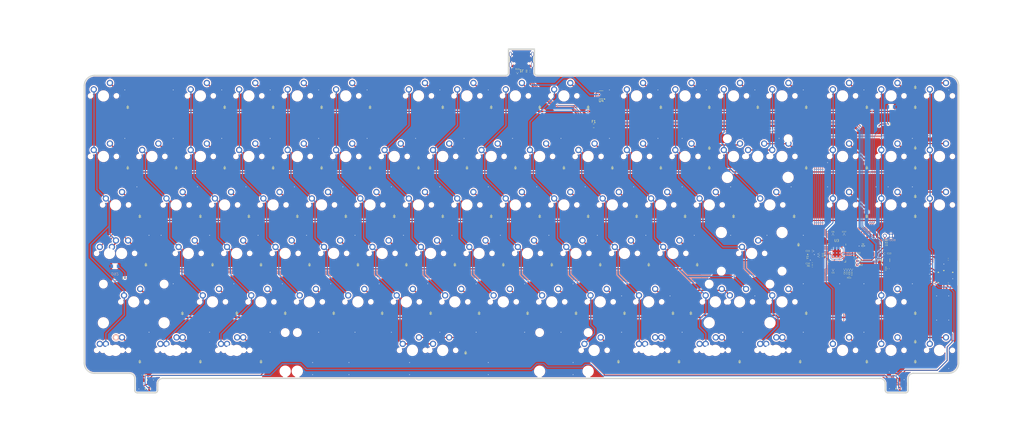
<source format=kicad_pcb>
(kicad_pcb (version 20240108) (generator "pcbnew") (generator_version "8.0")
  (layers (0 "F.Cu" signal) (31 "B.Cu" signal) (34 "B.Paste" user) (35 "F.Paste" user) (36 "B.SilkS" user "B.Silkscreen") (37 "F.SilkS" user "F.Silkscreen") (38 "B.Mask" user) (39 "F.Mask" user) (44 "Edge.Cuts" user))
  (net 0 "")
  (net 1 "Net-(D1-A)")
  (net 2 "Net-(D2-A)")
  (net 3 "Net-(D3-A)")
  (net 4 "Net-(D4-A)")
  (net 5 "Net-(D5-A)")
  (net 6 "Net-(D6-A)")
  (net 7 "Net-(D7-A)")
  (net 8 "Net-(D8-A)")
  (net 9 "Net-(D9-A)")
  (net 10 "Net-(D10-A)")
  (net 11 "Net-(D11-A)")
  (net 12 "Net-(D12-A)")
  (net 13 "Net-(D13-A)")
  (net 14 "Net-(D14-A)")
  (net 15 "Net-(D15-A)")
  (net 16 "Net-(D16-A)")
  (net 17 "Net-(D17-A)")
  (net 18 "Net-(D18-A)")
  (net 19 "Net-(D19-A)")
  (net 20 "Net-(D20-A)")
  (net 21 "Net-(D21-A)")
  (net 22 "Net-(D22-A)")
  (net 23 "Net-(D23-A)")
  (net 24 "Net-(D24-A)")
  (net 25 "Net-(D25-A)")
  (net 26 "Net-(D26-A)")
  (net 27 "Net-(D27-A)")
  (net 28 "Net-(D28-A)")
  (net 29 "Net-(D29-A)")
  (net 30 "Net-(D30-A)")
  (net 31 "Net-(D31-A)")
  (net 32 "Net-(D32-A)")
  (net 33 "Net-(D33-A)")
  (net 34 "Net-(D34-A)")
  (net 35 "Net-(D35-A)")
  (net 36 "Net-(D36-A)")
  (net 37 "Net-(D37-A)")
  (net 38 "Net-(D38-A)")
  (net 39 "Net-(D39-A)")
  (net 40 "Net-(D40-A)")
  (net 41 "Net-(D41-A)")
  (net 42 "Net-(D42-A)")
  (net 43 "Net-(D43-A)")
  (net 44 "Net-(D44-A)")
  (net 45 "Net-(D45-A)")
  (net 46 "Net-(D46-A)")
  (net 47 "Net-(D47-A)")
  (net 48 "Net-(D48-A)")
  (net 49 "Net-(D49-A)")
  (net 50 "Net-(D50-A)")
  (net 51 "Net-(D51-A)")
  (net 52 "Net-(D52-A)")
  (net 53 "Net-(D53-A)")
  (net 54 "Net-(D54-A)")
  (net 55 "Net-(D55-A)")
  (net 56 "Net-(D56-A)")
  (net 57 "Net-(D57-A)")
  (net 58 "Net-(D58-A)")
  (net 59 "Net-(D59-A)")
  (net 60 "Net-(D60-A)")
  (net 61 "Net-(D61-A)")
  (net 62 "Net-(D62-A)")
  (net 63 "Net-(D63-A)")
  (net 64 "Net-(D64-A)")
  (net 65 "Net-(D65-A)")
  (net 66 "Net-(D66-A)")
  (net 67 "Net-(D67-A)")
  (net 68 "Net-(D68-A)")
  (net 69 "Net-(D69-A)")
  (net 70 "Net-(D70-A)")
  (net 71 "Net-(D71-A)")
  (net 72 "Net-(D72-A)")
  (net 73 "Net-(D73-A)")
  (net 74 "Net-(D74-A)")
  (net 75 "Net-(D75-A)")
  (net 76 "Net-(D76-A)")
  (net 77 "Net-(D77-A)")
  (net 78 "Net-(D78-A)")
  (net 79 "Net-(D79-A)")
  (net 80 "Net-(D80-A)")
  (net 81 "Net-(D81-A)")
  (net 82 "Net-(D82-A)")
  (net 83 "Net-(D83-A)")
  (net 84 "Net-(D84-A)")
  (net 85 "Net-(D85-A)")
  (net 86 "Net-(D86-A)")
  (net 87 "Net-(D87-A)")
  (net 88 "Net-(D88-A)")
  (net 89 "Net-(D89-A)")
  (net 90 "Net-(BOOTSEL1-Pad2)")
  (net 91 "GND")
  (net 92 "+3V3")
  (net 93 "+1V1")
  (net 94 "VBUS")
  (net 95 "Net-(U3-XIN)")
  (net 96 "Net-(C16-Pad2)")
  (net 97 "Net-(D90-A)")
  (net 98 "DP")
  (net 99 "Net-(U3-USB_DP)")
  (net 100 "DM")
  (net 101 "Net-(U3-USB_DM)")
  (net 102 "/QSPI_SS")
  (net 103 "Net-(U3-XOUT)")
  (net 104 "/QSPI_SD3")
  (net 105 "/QSPI_SD0")
  (net 106 "/QSPI_SD2")
  (net 107 "/QSPI_SD1")
  (net 108 "/QSPI_SCLK")
  (net 109 "SWCLK")
  (net 110 "Col4")
  (net 111 "Col11")
  (net 112 "SWD")
  (net 113 "Col3")
  (net 114 "Row4")
  (net 115 "Row2")
  (net 116 "Col0")
  (net 117 "Col10")
  (net 118 "Col9")
  (net 119 "Row1")
  (net 120 "Col7")
  (net 121 "Row0")
  (net 122 "Col8")
  (net 123 "Col2")
  (net 124 "Col14")
  (net 125 "Col13")
  (net 126 "Col5")
  (net 127 "Col1")
  (net 128 "Col6")
  (net 129 "Row3")
  (net 130 "Col12")
  (net 131 "Row5")
  (net 132 "Col15")
  (net 133 "Col16")
  (net 134 "Col17")
  (net 135 "Net-(D92-A)")
  (net 139 "VBUS_C")
  (net 141 "Net-(J1-CC2)")
  (net 142 "Net-(J1-CC1)")
  (net 147 "Net-(U3-GPIO29_ADC3)")
  (net 148 "Net-(ULED1-DIN)")
  (net 149 "Net-(ULED1-DOUT)")
  (net 150 "Net-(ULED2-DOUT)")
  (net 151 "Net-(ULED3-DOUT)")
  (net 152 "Net-(ULED4-DOUT)")
  (net 153 "Net-(ULED5-DOUT)")
  (net 154 "Net-(ULED6-DOUT)")
  (net 155 "Net-(ULED7-DOUT)")
  (net 157 "Net-(U3-GPIO3)")
  (net 158 "Net-(U3-GPIO13)")
  (footprint "hjcustom:C_0402_1005Metric_noref" (layer "F.Cu") (at 318.025 118.975)
    (property "Reference" "LC2" (hide yes))
    (property "Value" "100n")
  )
  (footprint "hjcustom:C_0402_1005Metric" (layer "F.Cu") (at 282.925 122.825 90)
    (property "Reference" "C4")
    (property "Value" "100n")
  )
  (footprint "ScottoKeebs_MX:MX_PCB_1.00u_NoSilkscreen3" (layer "F.Cu") (at 67.81125 78.55)
    (property "Reference" "MX21" (hide yes))
    (property "Value" "MX_SW_solder")
  )
  (footprint "ScottoKeebs_Components:Diode_SOD-123_noref2" (layer "F.Cu") (at 196.4125 140.1375 90)
    (property "Reference" "D74" (hide yes))
    (property "Value" "D_Small")
  )
  (footprint "ScottoKeebs_Components:Diode_SOD-123_noref2" (layer "F.Cu") (at 267.85 82.9875 90)
    (property "Reference" "D31" (hide yes))
    (property "Value" "D_Small")
  )
  (footprint "ScottoKeebs_MX:MX_PCB_1.00u_NoSilkscreen3" (layer "F.Cu") (at 113.055 154.75)
    (property "Reference" "MX82" (hide yes))
    (property "Value" "MX_SW_solder")
  )
  (footprint "ScottoKeebs_MX:MX_PCB_1.00u_NoSilkscreen3" (layer "F.Cu") (at 91.62375 135.7)
    (property "Reference" "MX69" (hide yes))
    (property "Value" "MX_SW_solder")
  )
  (footprint "ScottoKeebs_MX:MX_PCB_1.00u_NoSilkscreen3" (layer "F.Cu") (at 153.53625 54.7375)
    (property "Reference" "MX8" (hide yes))
    (property "Value" "MX_SW_solder")
  )
  (footprint "hjcustom:C_0402_1005Metric" (layer "F.Cu") (at 286.55 117.45 180)
    (property "Reference" "C1")
    (property "Value" "100n")
  )
  (footprint "ScottoKeebs_Components:Diode_SOD-123_noref2" (layer "F.Cu") (at 82.1125 140.1375 90)
    (property "Reference" "D68" (hide yes))
    (property "Value" "D_Small")
  )
  (footprint "hjcustom:SOIC-8_5.23x5.23mm_P1.27mm" (layer "F.Cu") (at 293.7 113.35 -90)
    (property "Reference" "U2")
    (property "Value" "W25Q128JVS")
  )
  (footprint "ScottoKeebs_MX:MX_PCB_1.00u_NoSilkscreen3" (layer "F.Cu") (at 229.73625 97.6)
    (property "Reference" "MX47" (hide yes))
    (property "Value" "MX_SW_solder")
  )
  (footprint "ScottoKeebs_Stabilizer:Stabilizer_MX_2.00u" (layer "F.Cu") (at 241.6425 135.7)
    (property "Reference" "REF**" (hide yes))
    (property "Value" "Stabilizer_MX_2.00u")
  )
  (footprint "ScottoKeebs_Components:Diode_SOD-123_noref2" (layer "F.Cu") (at 101.1625 140.1375 90)
    (property "Reference" "D69" (hide yes))
    (property "Value" "D_Small")
  )
  (footprint "ScottoKeebs_Components:Diode_SOD-123_noref2" (layer "F.Cu") (at 310.7125 59.175 90)
    (property "Reference" "D15" (hide yes))
    (property "Value" "D_Small")
  )
  (footprint "ScottoKeebs_Components:Diode_SOD-123_noref2" (layer "F.Cu") (at 48.775 102.0375 90)
    (property "Reference" "D37" (hide yes))
    (property "Value" "D_Small")
  )
  (footprint "ScottoKeebs_MX:MX_PCB_1.00u_NoSilkscreen3" (layer "F.Cu") (at 205.92375 135.7)
    (property "Reference" "MX75" (hide yes))
    (property "Value" "MX_SW_solder")
  )
  (footprint "ScottoKeebs_Components:Diode_SOD-123_noref2" (layer "F.Cu") (at 44.0125 140.1375 90)
    (property "Reference" "D66" (hide yes))
    (property "Value" "D_Small")
  )
  (footprint "hjcustom:LED_SK6812MINI_PLCC4_3.5x3.5mm_P1.75mm_2" (layer "F.Cu") (at 318.025 125.75)
    (property "Reference" "ULED1" (hide yes))
    (property "Value" "SK6812MINI-HS")
  )
  (footprint "ScottoKeebs_MX:MX_PCB_1.00u_NoSilkscreen3" (layer "F.Cu") (at 41.6175 154.75)
    (property "Reference" "MX81" (hide yes))
    (property "Value" "MX_SW_solder")
  )
  (footprint "ScottoKeebs_Components:Diode_SOD-123_noref2" (layer "F.Cu") (at 215.4625 140.1375 90)
    (property "Reference" "D75" (hide yes))
    (property "Value" "D_Small")
  )
  (footprint "ScottoKeebs_MX:MX_PCB_1.00u_NoSilkscreen3" (layer "F.Cu") (at 239.26125 54.7375)
    (property "Reference" "MX12" (hide yes))
    (property "Value" "MX_SW_solder")
  )
  (footprint "Fuse:Fuse_0805_2012Metric_Pad1.15x1.40mm_HandSolder" (layer "F.Cu") (at 184.325 66.5)
    (property "Reference" "F1")
    (property "Value" "Fuse_Small")
  )
  (footprint "ScottoKeebs_MX:MX_PCB_1.00u_NoSilkscreen3" (layer "F.Cu") (at -3.62625 97.6)
    (property "Reference" "MX35" (hide yes))
    (property "Value" "MX_SW_solder")
  )
  (footprint "hjcustom:C_0402_1005Metric" (layer "F.Cu") (at 285.775 122.825 -90)
    (property "Reference" "C12")
    (property "Value" "1u")
  )
  (footprint "ScottoKeebs_MX:MX_PCB_1.00u_NoSilkscreen3" (layer "F.Cu") (at 82.09875 116.65)
    (property "Reference" "MX56" (hide yes))
    (property "Value" "MX_SW_solder")
  )
  (footprint "hjcustom:C_0402_1005Metric" (layer "F.Cu") (at 159.25 45)
    (property "Reference" "R9")
    (property "Value" "5.1k")
  )
  (footprint "ScottoKeebs_Components:Diode_SOD-123_noref2" (layer "F.Cu") (at 58.3 82.9875 90)
    (property "Reference" "D20" (hide yes))
    (property "Value" "D_Small")
  )
  (footprint "hjcustom:C_0402_1005Metric_noref" (layer "F.Cu") (at 318.025 128.475)
    (property "Reference" "LC1" (hide yes))
    (property "Value" "100n")
  )
  (footprint "ScottoKeebs_MX:MX_PCB_1.00u_NoSilkscreen3" (layer "F.Cu") (at 232.1175 154.75)
    (property "Reference" "MX85" (hide yes))
    (property "Value" "MX_SW_solder")
  )
  (footprint "ScottoKeebs_Components:Diode_SOD-123_noref2" (layer "F.Cu") (at 310.7125 159.1875 90)
    (property "Reference" "D88" (hide yes))
    (property "Value" "D_Small")
  )
  (footprint "ScottoKeebs_Components:Diode_SOD-123_noref2" (layer "F.Cu") (at 217.84375 159.1875 90)
    (property "Reference" "D84" (hide yes))
    (property "Value" "D_Small")
  )
  (footprint "hjcustom:LED_SK6812MINI_PLCC4_3.5x3.5mm_P1.75mm_2" (layer "F.Cu") (at 6.4 168.15 90)
    (property "Reference" "ULED8" (hide yes))
    (property "Value" "SK6812MINI-HS")
  )
  (footprint "ScottoKeebs_MX:MX_PCB_1.00u_NoSilkscreen3" (layer "F.Cu") (at 167.82375 135.7)
    (property "Reference" "MX73" (hide yes))
    (property "Value" "MX_SW_solder")
  )
  (footprint "hjcustom:C_0402_1005Metric" (layer "F.Cu") (at 297.825 113.474999 180)
    (property "Reference" "C8")
    (property "Value" "100n")
  )
  (footprint "ScottoKeebs_Components:Diode_SOD-123_noref2" (layer "F.Cu") (at 29.725 102.0375 90)
    (property "Reference" "D36" (hide yes))
    (property "Value" "D_Small")
  )
  (footprint "ScottoKeebs_Components:Diode_SOD-123_noref2" (layer "F.Cu") (at 310.7125 75.15 90)
    (property "Reference" "D34" (hide yes))
    (property "Value" "D_Small")
  )
  (footprint "ScottoKeebs_Components:Diode_SOD-123_noref2" (layer "F.Cu") (at 8.29375 121.0875 90)
    (property "Reference" "D52" (hide yes))
    (property "Value" "D_Small")
  )
  (footprint "ScottoKeebs_MX:MX_PCB_1.00u_NoSilkscreen3" (layer "F.Cu") (at 186.87375 135.7)
    (property "Reference" "MX74" (hide yes))
    (property "Value" "MX_SW_solder")
  )
  (footprint "ScottoKeebs_MX:MX_PCB_1.00u_NoSilkscreen3" (layer "F.Cu") (at -8.38875 54.7375)
    (property "Reference" "MX1" (hide yes))
    (property "Value" "MX_SW_solder")
  )
  (footprint "ScottoKeebs_MX:MX_PCB_1.00u_NoSilkscreen3" (layer "F.Cu") (at 215.44875 116.65)
    (property "Reference" "MX63" (hide yes))
    (property "Value" "MX_SW_solder")
  )
  (footprint "ScottoKeebs_MX:MX_PCB_1.00u_NoSilkscreen3" (layer "F.Cu") (at 172.58625 97.6)
    (property "Reference" "MX44" (hide yes))
    (property "Value" "MX_SW_solder")
  )
  (footprint "hjcustom:LED_SK6812MINI_PLCC4_3.5x3.5mm_P1.75mm_2" (layer "F.Cu") (at 301.425 168.075 90)
    (property "Reference" "ULED6" (hide yes))
    (property "Value" "SK6812MINI-HS")
  )
  (footprint "ScottoKeebs_Components:Diode_SOD-123_noref2" (layer "F.Cu") (at 67.825 102.0375 90)
    (property "Reference" "D38" (hide yes))
    (property "Value" "D_Small")
  )
  (footprint "ScottoKeebs_MX:MX_PCB_1.00u_NoSilkscreen3" (layer "F.Cu") (at 196.39875 116.65)
    (property "Reference" "MX62" (hide yes))
    (property "Value" "MX_SW_solder")
  )
  (footprint "hjcustom:C_0402_1005Metric" (layer "F.Cu") (at 283.875 122.825 90)
    (property "Reference" "C3")
    (property "Value" "100n")
  )
  (footprint "ScottoKeebs_Components:Diode_SOD-123_noref2" (layer "F.Cu") (at 129.7375 121.0875 90)
    (property "Reference" "D58" (hide yes))
    (property "Value" "D_Small")
  )
  (footprint "hjcustom:C_0402_1005Metric" (layer "F.Cu") (at 272.975 116.875)
    (property "Reference" "C7")
    (property "Value" "100n")
  )
  (footprint "hjcustom:C_0402_1005Metric" (layer "F.Cu") (at 278.4 122.9 90)
    (property "Reference" "C5")
    (property "Value" "100n")
  )
  (footprint "ScottoKeebs_MX:MX_PCB_1.00u_NoSilkscreen3" (layer "F.Cu") (at 10.66125 78.55)
    (property "Reference" "MX18" (hide yes))
    (property "Value" "MX_SW_solder")
  )
  (footprint "ScottoKeebs_MX:MX_PCB_1.00u_NoSilkscreen3" (layer "F.Cu") (at 184.4925 154.75)
    (property "Reference" "MX83" (hide yes))
    (property "Value" "MX_SW_solder")
  )
  (footprint "ScottoKeebs_MX:MX_PCB_1.00u_NoSilkscreen3" (layer "F.Cu") (at 246.405 116.65)
    (property "Reference" "MX64" (hide yes))
    (property "Value" "MX_SW_solder")
  )
  (footprint "ScottoKeebs_Components:Diode_SOD-123_noref2" (layer "F.Cu") (at 229.75 59.175 90)
    (property "Reference" "D11" (hide yes))
    (property "Value" "D_Small")
  )
  (footprint "ScottoKeebs_MX:MX_PCB_1.00u_NoSilkscreen3" (layer "F.Cu") (at -1.245 116.65)
    (property "Reference" "MX52" (hide yes))
    (property "Value" "MX_SW_solder")
  )
  (footprint "ScottoKeebs_MX:MX_PCB_1.00u_NoSilkscreen3" (layer "F.Cu") (at 144.01125 78.55)
    (property "Reference" "MX25" (hide yes))
    (property "Value" "MX_SW_solder")
  )
  (footprint "ScottoKeebs_MX:MX_PCB_1.00u_NoSilkscreen3" (layer "F.Cu") (at 115.43625 97.6)
    (property "Reference" "MX41" (hide yes))
    (property "Value" "MX_SW_solder")
  )
  (footprint "ScottoKeebs_MX:MX_PCB_1.00u_NoSilkscreen3" (layer "F.Cu") (at 86.86125 78.55)
    (property "Reference" "MX22" (hide yes))
    (property "Value" "MX_SW_solder")
  )
  (footprint "ScottoKeebs_Components:Diode_SOD-123_noref2" (layer "F.Cu") (at 194.03125 159.1875 90)
    (property "Reference" "D83" (hide yes))
    (property "Value" "D_Small")
  )
  (footprint "ScottoKeebs_Components:Diode_SOD-123_noref2" (layer "F.Cu") (at 39.25 59.175 90)
    (property "Reference" "D2" (hide yes))
    (property "Value" "D_Small")
  )
  (footprint "ScottoKeebs_MX:MX_PCB_1.00u_NoSilkscreen3" (layer "F.Cu") (at 158.29875 116.65)
    (property "Reference" "MX60" (hide yes))
    (property "Value" "MX_SW_solder")
  )
  (footprint "ScottoKeebs_Components:Diode_SOD-123_noref2" (layer "F.Cu") (at 220.225 102.0375 90)
    (property "Reference" "D46" (hide yes))
    (property "Value" "D_Small")
  )
  (footprint "hjcustom:C_0402_1005Metric" (layer "F.Cu") (at 270.25 120.675)
    (property "Reference" "C16")
    (property "Value" "15p")
  )
  (footprint "hjcustom:C_0402_1005Metric" (layer "F.Cu") (at 278.35 109.474999 -90)
    (property "Reference" "C6")
    (property "Value" "100n")
  )
  (footprint "ScottoKeebs_Components:Diode_SOD-123_noref2" (layer "F.Cu") (at 182.125 59.175 90)
    (property "Reference" "D9" (hide yes))
    (property "Value" "D_Small")
  )
  (footprint "hjcustom:C_0402_1005Metric" (layer "F.Cu") (at 282.75 109.475 -90)
    (property "Reference" "C17")
    (property "Value" "100n")
  )
  (footprint "ScottoKeebs_MX:MX_PCB_1.00u_NoSilkscreen3" (layer "F.Cu") (at 72.57375 135.7)
    (property "Reference" "MX68" (hide yes))
    (property "Value" "MX_SW_solder")
  )
  (footprint "ScottoKeebs_MX:MX_PCB_1.00u_NoSilkscreen3" (layer "F.Cu") (at 17.805 154.75)
    (property "Reference" "MX80" (hide yes))
    (property "Value" "MX_SW_solder")
  )
  (footprint "ScottoKeebs_MX:MX_PCB_1.00u_NoSilkscreen3" (layer "F.Cu") (at 239.26125 78.55)
    (property "Reference" "MX30" (hide yes))
    (property "Value" "MX_SW_solder")
  )
  (footprint "ScottoKeebs_Components:Diode_SOD-123_noref2" (layer "F.Cu") (at 224.9875 121.0875 90)
    (property "Reference" "D63" (hide yes))
    (property "Value" "D_Small")
  )
  (footprint "ScottoKeebs_MX:MX_PCB_1.00u_NoSilkscreen3" (layer "F.Cu") (at 177.34875 116.65)
    (property "Reference" "MX61" (hide yes))
    (property "Value" "MX_SW_solder")
  )
  (footprint "ScottoKeebs_Components:Diode_SOD-123_noref2" (layer "F.Cu") (at 77.35 59.175 90)
    (property "Reference" "D4" (hide yes))
    (property "Value" "D_Small")
  )
  (footprint "ScottoKeebs_MX:MX_PCB_1.00u_NoSilkscreen3" (layer "F.Cu") (at 43.99875 116.65)
    (property "Reference" "MX54" (hide yes))
    (property "Value" "MX_SW_solder")
  )
  (footprint "ScottoKeebs_Components:Diode_SOD-123_noref2" (layer "F.Cu") (at 163.075 102.0375 90)
    (property "Reference" "D43" (hide yes))
    (property "Value" "D_Small")
  )
  (footprint "ScottoKeebs_Components:Diode_SOD-123_noref2" (layer "F.Cu") (at 241.65625 159.1875 90)
    (property "Reference" "D85" (hide yes))
    (property "Value" "D_Small")
  )
  (footprint "ScottoKeebs_MX:MX_PCB_1.00u_NoSilkscreen3" (layer "F.Cu") (at 301.17375 135.7)
    (property "Reference" "MX78" (hide yes))
    (property "Value" "MX_SW_solder")
  )
  (footprint "hjcustom:LED_SK6812MINI_PLCC4_3.5x3.5mm_P1.75mm_2" (layer "F.Cu") (at 318.025 121.725)
    (property "Reference" "ULED2" (hide yes))
    (property "Value" "SK6812MINI-HS")
  )
  (footprint "ScottoKeebs_MX:MX_PCB_1.00u_NoSilkscreen3" (layer "F.Cu") (at 124.96125 78.55)
    (property "Reference" "MX24" (hide yes))
    (property "Value" "MX_SW_solder")
  )
  (footprint "ScottoKeebs_MX:MX_PCB_1.00u_NoSilkscreen3" (layer "F.Cu") (at 320.22375 97.6)
    (property "Reference" "MX51" (hide yes))
    (property "Value" "MX_SW_solder")
  )
  (footprint "ScottoKeebs_MX:MX_PCB_1.00u_NoSilkscreen3" (layer "F.Cu") (at 253.54875 97.6)
    (property "Reference" "MX48" (hide yes))
    (property "Value" "MX_SW_solder")
  )
  (footprint "ScottoKeebs_Components:Diode_SOD-123_noref2" (layer "F.Cu") (at 310.7125 151.35 90)
    (property "Reference" "D89" (hide yes))
    (property "Value" "D_Small")
  )
  (footprint "ScottoKeebs_Components:Diode_SOD-123_noref2" (layer "F.Cu") (at 58.3 59.175 90)
    (property "Reference" "D3" (hide yes))
    (property "Value" "D_Small")
  )
  (footprint "ScottoKeebs_MX:MX_PCB_1.00u_NoSilkscreen3" (layer "F.Cu") (at 163.06125 78.55)
    (property "Reference" "MX26" (hide yes))
    (property "Value" "MX_SW_solder")
  )
  (footprint "ScottoKeebs_Components:Diode_SOD-123_noref2" (layer "F.Cu") (at 124.975 59.175 90)
    (property "Reference" "D6" (hide yes))
    (property "Value" "D_Small")
  )
  (footprint "hjcustom:C_0402_1005Metric" (layer "F.Cu") (at 270.25 121.625 180)
    (property "Reference" "R6")
    (property "Value" "1K")
  )
  (footprint "ScottoKeebs_Components:Diode_SOD-123_noref2" (layer "F.Cu") (at 20.2 82.9875 90)
    (property "Reference" "D18" (hide yes))
    (property "Value" "D_Small")
  )
  (footprint "ScottoKeebs_Components:Diode_SOD-123_noref2" (layer "F.Cu") (at 239.275 102.0375 90)
    (property "Reference" "D47" (hide yes))
    (property "Value" "D_Small")
  )
  (footprint "ScottoKeebs_Components:Diode_SOD-123_noref2" (layer "F.Cu") (at 133.95 155.7 90)
    (property "Reference" "D82" (hide yes))
    (property "Value" "D_Small")
  )
  (footprint "hjcustom:C_0402_1005Metric" (layer "F.Cu") (at 297.825 111.577096 180)
    (property "Reference" "R4")
    (property "Value" "1k")
  )
  (footprint "ScottoKeebs_Components:Diode_SOD-123_noref2" (layer "F.Cu") (at 191.65 82.9875 90)
    (property "Reference" "D27" (hide yes))
    (property "Value" "D_Small")
  )
  (footprint "ScottoKeebs_Components:Diode_SOD-123_noref2" (layer "F.Cu") (at 39.25 82.9875 90)
    (property "Reference" "D19" (hide yes))
    (property "Value" "D_Small")
  )
  (footprint "ScottoKeebs_MX:MX_PCB_1.00u_NoSilkscreen3" (layer "F.Cu") (at -8.38875 78.55)
    (property "Reference" "MX17" (hide yes))
    (property "Value" "MX_SW_solder")
  )
  (footprint "hjcustom:LED_SK6812MINI_PLCC4_3.5x3.5mm_P1.75mm_2" (layer "F.Cu") (at 323.675 125.75 180)
    (property "Reference" "ULED4" (hide yes))
    (property "Value" "SK6812MINI-HS")
  )
  (footprint "ScottoKeebs_MX:MX_PCB_1.00u_NoSilkscreen3" (layer "F.Cu") (at 53.52375 135.7)
    (property "Reference" "MX67" (hide yes))
    (property "Value" "MX_SW_solder")
  )
  (footprint "ScottoKeebs_MX:MX_PCB_1.00u_NoSilkscreen3" (layer "F.Cu") (at 220.21125 78.55)
    (property "Reference" "MX29" (hide yes))
    (property "Value" "MX_SW_solder")
  )
  (footprint "hjcustom:LED_SK6812MINI_PLCC4_3.5x3.5mm_P1.75mm_2" (layer "F.Cu") (at 305.45 168.075 -90)
    (property "Reference" "ULED5" (hide yes))
    (property "Value" "SK6812MINI-HS")
  )
  (footprint "ScottoKeebs_MX:MX_PCB_1.00u_NoSilkscreen3" (layer "F.Cu") (at 282.12375 154.75)
    (property "Reference" "MX87" (hide yes))
    (property "Value" "MX_SW_solder")
  )
  (footprint "ScottoKeebs_MX:MX_PCB_1.00u_NoSilkscreen3" (layer "F.Cu") (at 86.86125 54.7375)
    (property "Reference" "MX5" (hide yes))
    (property "Value" "MX_SW_solder")
  )
  (footprint "ScottoKeebs_Components:Diode_SOD-123_noref2" (layer "F.Cu") (at 144.025 102.0375 90)
    (property "Reference" "D42" (hide yes))
    (property "Value" "D_Small")
  )
  (footprint "ScottoKeebs_MX:MX_PCB_1.00u_NoSilkscreen3" (layer "F.Cu") (at 301.17375 54.7375)
    (property "Reference" "MX15" (hide yes))
    (property "Value" "MX_SW_solder")
  )
  (footprint "ScottoKeebs_Components:Diode_SOD-123_noref2" (layer "F.Cu") (at 153.55 82.9875 90)
    (property "Reference" "D25" (hide yes))
    (property "Value" "D_Small")
  )
  (footprint "hjcustom:C_0402_1005Metric_noref" (layer "F.Cu") (at 323.675 118.975)
    (property "Reference" "LC3" (hide yes))
    (property "Value" "100n")
  )
  (footprint "ScottoKeebs_Components:Diode_SOD-123_noref2" (layer "F.Cu") (at 91.6375 121.0875 90)
    (property "Reference" "D56" (hide yes))
    (property "Value" "D_Small")
  )
  (footprint "ScottoKeebs_MX:MX_PCB_1.00u_NoSilkscreen3" (layer "F.Cu") (at 255.93 154.75)
    (property "Reference" "MX86" (hide yes))
    (property "Value" "MX_SW_solder")
  )
  (footprint "ScottoKeebs_MX:MX_PCB_1.00u_NoSilkscreen3" (layer "F.Cu") (at 63.04875 116.65)
    (property "Reference" "MX55" (hide yes))
    (property "Value" "MX_SW_solder")
  )
  (footprint "ScottoKeebs_MX:MX_PCB_1.00u_NoSilkscreen3" (layer "F.Cu") (at 208.305 154.75)
    (property "Reference" "MX84" (hide yes))
    (property "Value" "MX_SW_solder")
  )
  (footprint "hjcustom:C_0402_1005Metric" (layer "F.Cu") (at 299.6 65.8 180)
    (property "Reference" "R5")
    (property "Value" "300R")
  )
  (footprint "ScottoKeebs_Components:Diode_SOD-123_noref2" (layer "F.Cu") (at 148.7875 121.0875 90)
    (property "Reference" "D59" (hide yes))
    (property "Value" "D_Small")
  )
  (footprint "ScottoKeebs_Components:Diode_SOD-123_noref2" (layer "F.Cu") (at 310.7125 102.0375 90)
    (property "Reference" "D50" (hide yes))
    (property "Value" "D_Small")
  )
  (footprint "ScottoKeebs_MX:MX_PCB_1.00u_NoSilkscreen3" (layer "F.Cu") (at 24.94875 116.65)
    (property "Reference" "MX53" (hide yes))
    (property "Value" "MX_SW_solder")
  )
  (footprint "ScottoKeebs_MX:MX_PCB_1.00u_NoSilkscreen3" (layer "F.Cu") (at -6.0075 154.75)
    (property "Reference" "MX79" (hide yes))
    (property "Value" "MX_SW_solder")
  )
  (footprint "ScottoKeebs_MX:MX_PCB_1.00u_NoSilkscreen3" (layer "F.Cu") (at 282.12375 54.7375)
    (property "Reference" "MX14" (hide yes))
    (property "Value" "MX_SW_solder")
  )
  (footprint "ScottoKeebs_Stabilizer:Stabilizer_MX_2.00u" (layer "F.Cu") (at 246.405 116.65 180)
    (property "Reference" "REF**" (hide yes))
    (property "Value" "Stabilizer_MX_2.00u")
  )
  (footprint "ScottoKeebs_Components:Diode_SOD-123_noref2" (layer "F.Cu") (at 34.4875 121.0875 90)
    (property "Reference" "D53" (hide yes))
    (property "Value" "D_Small")
  )
  (footprint "ScottoKeebs_Components:Diode_SOD-123_noref2" (layer "F.Cu") (at 210.7 59.175 90)
    (property "Reference" "D10" (hide yes))
    (property "Value" "D_Small")
  )
  (footprint "hjcustom:C_0402_1005Metric" (layer "F.Cu") (at 284.825 122.825 -90)
    (property "Reference" "C9")
    (property "Value" "1u")
  )
  (footprint "hjcustom:C_0402_1005Metric_noref" (layer "F.Cu") (at 7.975 164.425 -90)
    (property "Reference" "LC7" (hide yes))
    (property "Value" "100n")
  )
  (footprint "Capacitor_SMD:C_0603_1608Metric" (layer "F.Cu") (at 287.125 121.125)
    (property "Reference" "R2")
    (property "Value" "27.4")
  )
  (footprint "hjcustom:C_0402_1005Metric" (layer "F.Cu") (at 0.555 126.325)
    (property "Reference" "R8")
    (property "Value" "300R")
  )
  (footprint "ScottoKeebs_MX:MX_PCB_1.00u_NoSilkscreen3" (layer "F.Cu") (at 201.16125 54.7375)
    (property "Reference" "MX10" (hide yes))
    (property "Value" "MX_SW_solder")
  )
  (footprint "ScottoKeebs_MX:MX_PCB_1.00u_NoSilkscreen3" (layer "F.Cu") (at 29.71125 54.7375)
    (property "Reference" "MX2" (hide yes))
    (property "Value" "MX_SW_solder")
  )
  (footprint "ScottoKeebs_Components:Diode_SOD-123_noref2" (layer "F.Cu") (at 229.75 82.9875 90)
    (property "Reference" "D29" (hide yes))
    (property "Value" "D_Small")
  )
  (footprint "ScottoKeebs_Components:Diode_SOD-123_noref2" (layer "F.Cu") (at 310.7125 140.1375 90)
    (property "Reference" "D78" (hide yes))
    (property "Value" "D_Small")
  )
  (footprint "ScottoKeebs_MX:MX_PCB_1.00u_NoSilkscreen3" (layer "F.Cu") (at 134.48625 54.7375)
    (property "Reference" "MX7" (hide yes))
    (property "Value" "MX_SW_solder")
  )
  (footprint "ScottoKeebs_MX:MX_PCB_1.00u_NoSilkscreen3" (layer "F.Cu") (at 258.31125 78.55)
    (property "Reference" "MX31" (hide yes))
    (property "Value" "MX_SW_solder")
  )
  (footprint "ScottoKeebs_Components:Diode_SOD-123_noref2" (layer "F.Cu") (at 201.175 102.0375 90)
    (property "Reference" "D45" (hide yes))
    (property "Value" "D_Small")
  )
  (footprint "ScottoKeebs_Stabilizer:Stabilizer_MX_2.00u" (layer "F.Cu") (at 248.78625 78.55)
    (property "Reference" "REF**" (hide yes))
    (property "Value" "Stabilizer_MX_2.00u")
  )
  (footprint "ScottoKeebs_Components:Diode_SOD-123_noref2" (layer "F.Cu") (at 172.6 82.9875 90)
    (property "Reference" "D26" (hide yes))
    (property "Value" "D_Small")
  )
  (footprint "ScottoKeebs_MX:MX_PCB_1.00u_NoSilkscreen3" (layer "F.Cu") (at 258.31125 135.7)
    (property "Reference" "MX77" (hide yes))
    (property "Value" "MX_SW_solder")
  )
  (footprint "ScottoKeebs_MX:MX_PCB_1.00u_NoSilkscreen3" (layer "F.Cu") (at 101.14875 116.65)
    (property "Reference" "MX57" (hide yes))
    (property "Value" "MX_SW_solder")
  )
  (footprint "ScottoKeebs_MX:MX_PCB_1.00u_NoSilkscreen3" (layer "F.Cu") (at 48.76125 78.55)
    (property "Reference" "MX20" (hide yes))
    (property "Value" "MX_SW_solder")
  )
  (footprint "hjcustom:C_0402_1005Metric" (layer "F.Cu") (at 297.825 112.525 180)
    (property "Reference" "R3")
    (property "Value" "10k")
  )
  (footprint "ScottoKeebs_MX:MX_PCB_1.00u_NoSilkscreen3" (layer "F.Cu") (at 320.22375 54.7375)
    (property "Reference" "MX16" (hide yes))
    (property "Value" "MX_SW_solder")
  )
  (footprint "ScottoKeebs_MX:MX_PCB_1.00u_NoSilkscreen3" (layer "F.Cu") (at 120.19875 116.65)
    (property "Reference" "MX58" (hide yes))
    (property "Value" "MX_SW_solder")
  )
  (footprint "ScottoKeebs_MX:MX_PCB_1.00u_NoSilkscreen3" (layer "F.Cu") (at 320.22375 154.75)
    (property "Reference" "MX89" (hide yes))
    (property "Value" "MX_SW_solder")
  )
  (footprint "ScottoKeebs_MX:MX_PCB_1.00u_NoSilkscreen3" (layer "F.Cu") (at 210.68625 97.6)
    (property "Reference" "MX46" (hide yes))
    (property "Value" "MX_SW_solder")
  )
  (footprint "ScottoKeebs_MX:MX_PCB_1.00u_NoSilkscreen3" (layer "F.Cu") (at 320.22375 78.55)
    (property "Reference" "MX34" (hide yes))
    (property "Value" "MX_SW_solder")
  )
  (footprint "hjcustom:C_0402_1005Metric" (layer "F.Cu") (at 298.65 116.7 180)
    (property "Reference" "C13")
    (property "Value" "1u")
  )
  (footprint "ScottoKeebs_Components:Diode_SOD-123_noref2" (layer "F.Cu") (at 265.46875 159.1875 90)
    (property "Reference" "D86" (hide yes))
    (property "Value" "D_Small")
  )
  (footprint "ScottoKeebs_Components:Diode_SOD-123_noref2" (layer "F.Cu") (at 22.65 140.175 90)
    (property "Reference" "D65" (hide yes))
    (property "Value" "D_Small")
  )
  (footprint "ScottoKeebs_Components:Diode_SOD-123_noref2" (layer "F.Cu") (at 105.925 102.0375 90)
    (property "Reference" "D40" (hide yes))
    (property "Value" "D_Small")
  )
  (footprint "ScottoKeebs_Components:Diode_SOD-123_noref2" (layer "F.Cu") (at 177.3625 140.1375 90)
    (property "Reference" "D73" (hide yes))
    (property "Value" "D_Small")
  )
  (footprint "ScottoKeebs_MX:MX_PCB_1.00u_NoSilkscreen3" (layer "F.Cu") (at 96.38625 97.6)
    (property "Reference" "MX40" (hide yes))
    (property "Value" "MX_SW_solder")
  )
  (footprint "RP2040_minimal:RP2040-QFN-56" (layer "F.Cu") (at 279.8125 116.4625 -90)
    (property "Reference" "U3")
    (property "Value" "RP2040")
  )
  (footprint "ScottoKeebs_MX:MX_PCB_1.00u_NoSilkscreen3" (layer "F.Cu") (at 139.24875 116.65)
    (property "Reference" "MX59" (hide yes))
    (property "Value" "MX_SW_solder")
  )
  (footprint "ScottoKeebs_MX:MX_PCB_1.00u_NoSilkscreen3" (layer "F.Cu") (at 29.71125 78.55)
    (property "Reference" "MX19" (hide yes))
    (property "Value" "MX_SW_solder")
  )
  (footprint "ScottoKeebs_Components:Diode_SOD-123_noref2" (layer "F.Cu") (at 310.7125 94.2 90)
    (property "Reference" "D51" (hide yes))
    (property "Value" "D_Small")
  )
  (footprint "hjcustom:LED_SK6812MINI_PLCC4_3.5x3.5mm_P1.75mm_2" (layer "F.Cu") (at 10.425 168.15 -90)
    (property "Reference" "ULED7" (hide yes))
    (property "Value" "SK6812MINI-HS")
  )
  (footprint "ScottoKeebs_Components:Diode_SOD-123_noref2" (layer "F.Cu") (at 264.8 113.225 90)
    (property "Reference" "D64" (hide yes))
    (property "Value" "D_Small")
  )
  (footprint "ScottoKeebs_MX:MX_PCB_1.00u_NoSilkscreen3" (layer "F.Cu") (at 201.16125 78.55)
    (property "Reference" "MX28" (hide yes))
    (property "Value" "MX_SW_solder")
  )
  (footprint "ScottoKeebs_MX:MX_PCB_1.00u_NoSilkscreen3" (layer "F.Cu") (at 232.1175 135.7)
    (property "Reference" "MX76" (hide yes))
    (property "Value" "MX_SW_solder")
  )
  (footprint "Package_TO_SOT_SMD:SOT-23" (layer "F.Cu") (at 299.159619 119.340381 90)
    (property "Reference" "U1")
    (property "Value" "XC6206PxxxMR")
  )
  (footprint "ScottoKeebs_Components:Diode_SOD-123_noref2" (layer "F.Cu") (at 115.45 82.9875 90)
    (property "Reference" "D23" (hide yes))
    (property "Value" "D_Small")
  )
  (footprint "ScottoKeebs_Components:Diode_SOD-123_noref2" (layer "F.Cu") (at 291.6625 159.1875 90)
    (property "Reference" "D87" (hide yes))
    (property "Value" "D_Small")
  )
  (footprint "ScottoKeebs_Components:Diode_SOD-123_noref2" (layer "F.Cu") (at 248.8 59.175 90)
    (property "Reference" "D12" (hide yes))
    (property "Value" "D_Small")
  )
  (footprint "ScottoKeebs_Components:Diode_SOD-123_noref2" (layer "F.Cu") (at 182.125 102.0375 90)
    (property "Reference" "D44" (hide yes))
    (property "Value" "D_Small")
  )
  (footprint "ScottoKeebs_Components:Diode_SOD-123_noref2" (layer "F.Cu") (at 110.6875 121.0875 90)
    (property "Reference" "D57" (hide yes))
    (property "Value" "D_Small")
  )
  (footprint "ScottoKeebs_MX:MX_PCB_1.00u_NoSilkscreen3" (layer "F.Cu") (at 148.77375 135.7)
    (property "Reference" "MX72" (hide yes))
    (property "Value" "MX_SW_solder")
  )
  (footprint "ScottoKeebs_MX:MX_PCB_1.00u_NoSilkscreen3" (layer "F.Cu") (at 301.17375 78.55)
    (property "Reference" "MX33" (hide yes))
    (property "Value" "MX_SW_solder")
  )
  (footprint "ScottoKeebs_Components:Diode_SOD-123_noref2" (layer "F.Cu") (at 222.5 140.1375 90)
    (property "Reference" "D76" (hide yes))
    (property "Value" "D_Small")
  )
  (footprint "ScottoKeebs_Components:Diode_SOD-123_noref2" (layer "F.Cu") (at 29.725 159.1875 90)
    (property "Reference" "D80" (hide yes))
    (property "Value" "D_Small")
  )
  (footprint "hjcustom:C_0402_1005Metric_noref" (layer "F.Cu") (at 323.675 128.475 180)
    (property "Reference" "LC4" (hide yes))
    (property "Value" "100n")
  )
  (footprint "ScottoKeebs_MX:MX_PCB_1.00u_NoSilkscreen3" (layer "F.Cu") (at 282.12375 78.55)
    (property "Reference" "MX32" (hide yes))
    (property "Value" "MX_SW_solder")
  )
  (footprint "ScottoKeebs_Components:Diode_SOD-123_noref2" (layer "F.Cu") (at 291.6625 82.9875 90)
    (property "Reference" "D32" (hide yes))
    (property "Value" "D_Small")
  )
  (footprint "Capacitor_SMD:C_0603_1608Metric" (layer "F.Cu") (at 287.125 119.625 180)
    (property "Reference" "R1")
    (property "Value" "27.4")
  )
  (footprint "ScottoKeebs_Stabilizer:Stabilizer_MX_6.25u" (layer "F.Cu") (at 113.055 154.75)
    (property "Reference" "REF**" (hide yes))
    (property "Value" "Stabilizer_MX_6.25u")
  )
  (footprint "ScottoKeebs_MX:MX_PCB_1.00u_NoSilkscreen3" (layer "F.Cu") (at 282.12375 97.6)
    (property "Reference" "MX49" (hide yes))
    (property "Value" "MX_SW_solder")
  )
  (footprint "hjcustom:C_0402_1005Metric" (layer "F.Cu") (at 286.555 118.4 180)
    (property "Reference" "C2")
    (property "Value" "100n")
  )
  (footprint "hjcustom:C_0402_1005Metric_noref" (layer "F.Cu") (at 7.02 164.425 -90)
    (property "Reference" "LC8" (hide yes))
    (property "Value" "100n")
  )
  (footprint "ScottoKeebs_MX:MX_PCB_1.00u_NoSilkscreen3" (layer "F.Cu") (at 301.17375 154.75)
    (property "Reference" "MX88" (hide yes))
    (property "Value" "MX_SW_solder")
  )
  (footprint "ScottoKeebs_Stabilizer:Stabilizer_MX_7.00u" (layer "F.Cu") (at 124.96125 154.75)
    (property "Reference" "REF**" (hide yes))
    (property "Value" "Stabilizer_MX_7.00u")
  )
  (footprint "ScottoKeebs_MX:MX_PCB_1.00u_NoSilkscreen3" (layer "F.Cu") (at 67.81125 54.7375)
    (property "Reference" "MX4" (hide yes))
    (property "Value" "MX_SW_solder")
  )
  (footprint "hjcustom:C_0402_1005Metric" (layer "F.Cu") (at 154.325 45.525 -90)
    (property "Reference" "R10")
    (property "Value" "5.1k")
  )
  (footprint "hjcustom:Oscillator_SMD_EuroQuartz_XO32-4Pin_3.2x2.5mm" (layer "F.Cu") (at 270.25 118.2)
    (property "Reference" "Y1")
    (property "Value" "ABM8-272-T3")
  )
  (footprint "ScottoKeebs_MX:MX_PCB_1.00u_NoSilkscreen3" (layer "F.Cu") (at 105.91125 78.55)
    (property "Reference" "MX23" (hide yes))
    (property "Value" "MX_SW_solder")
  )
  (footprint "ScottoKeebs_MX:MX_PCB_1.00u_NoSilkscreen3" (layer "F.Cu") (at 77.33625 97.6)
    (property "Reference" "MX39" (hide yes))
    (property "Value" "MX_SW_solder")
  )
  (footprint "ScottoKeebs_MX:MX_PCB_1.00u_NoSilkscreen3" (layer "F.Cu") (at 182.11125 78.55)
    (property "Reference" "MX27" (hide yes))
    (property "Value" "MX_SW_solder")
  )
  (footprint "hjcustom:C_0402_1005Metric" (layer "F.Cu") (at 284.725 125.35 180)
    (property "Reference" "R11")
    (property "Value" "300R")
  )
  (footprint "ScottoKeebs_MX:MX_PCB_1.00u_NoSilkscreen3" (layer "F.Cu") (at 48.76125 54.7375)
    (property "Reference" "MX3" (hide yes))
    (property "Value" "MX_SW_solder")
  )
  (footprint "ScottoKeebs_Components:Diode_SOD-123_noref2" (layer "F.Cu") (at 5.9125 159.1875 90)
    (property "Reference" "D79" (hide yes))
    (property "Value" "D_Small")
  )
  (footprint "ScottoKeebs_Components:Diode_SOD-123_noref2" (layer "F.Cu") (at 167.8375 121.0875 90)
    (property "Reference" "D60" (hide yes))
    (property "Value" "D_Small")
  )
  (footprint "ScottoKeebs_Components:Diode_SOD-123_noref2" (layer "F.Cu") (at 310.7125 82.9875 90)
    (property "Reference" "D33" (hide yes))
    (property "Value" "D_Small")
  )
  (footprint "ScottoKeebs_Components:Diode_SOD-123_noref2" (layer "F.Cu") (at 134.5 82.9875 90)
    (property "Reference" "D24" (hide yes))
    (property "Value" "D_Small")
  )
  (footprint "ScottoKeebs_MX:MX_PCB_1.00u_NoSilkscreen3" (layer "F.Cu") (at 34.47375 135.7)
    (property "Reference" "MX66" (hide yes))
    (property "Value" "MX_SW_solder")
  )
  (footprint "ScottoKeebs_Components:Diode_SOD-123_noref2" (layer "F.Cu") (at 53.5375 159.1875 90)
    (property "Reference" "D81" (hide yes))
    (property "Value" "D_Small")
  )
  (footprint "ScottoKeebs_Components:Diode_SOD-123_noref2" (layer "F.Cu") (at 124.975 102.0375 90)
    (property "Reference" "D41" (hide yes))
    (property "Value" "D_Small")
  )
  (footprint "ScottoKeebs_Components:Diode_SOD-123_noref2" (layer "F.Cu") (at 96.4 59.175 90)
    (property "Reference" "D5" (hide yes))
    (property "Value" "D_Small")
  )
  (footprint "ScottoKeebs_Components:Diode_SOD-123_noref2" (layer "F.Cu") (at 291.6625 59.175 90)
    (property "Reference" "D14" (hide yes))
    (property "Value" "D_Small")
  )
  (footprint "ScottoKeebs_MX:MX_PCB_1.00u_NoSilkscreen3" (layer "F.Cu") (at 153.53625 97.6)
    (property "Reference" "MX43" (hide yes))
    (property "Value" "MX_SW_solder")
  )
  (footprint "ScottoKeebs_Components:Diode_SOD-123_noref2" (layer "F.Cu") (at 139.2625 140.1375 90)
    (property "Reference" "D71" (hide yes))
    (property "Value" "D_Small")
  )
  (footprint "hjcustom:LED_SK6812MINI_PLCC4_3.5x3.5mm_P1.75mm_2" (layer "F.Cu") (at 323.675 121.725)
    (property "Reference" "ULED3" (hide yes))
    (property "Value" "SK6812MINI-HS")
  )
  (footprint "ScottoKeebs_Components:Diode_SOD-123_noref2" (layer "F.Cu") (at 144.025 59.175 90)
    (property "Reference" "D7" (hide yes))
    (property "Value" "D_Small")
  )
  (footprint "ScottoKeebs_Components:Diode_SOD-123_noref2" (layer "F.Cu") (at 120.2125 140.1375 90)
    (property "Reference" "D70" (hide yes))
    (property "Value" "D_Small")
  )
  (footprint "Connector_USB:USB_C_Receptacle_GCT_USB4105-xx-A_16P_TopMnt_Horizontal" (layer "F.Cu") (at 155.925 39.41 180)
    (property "Reference" "J1")
    (property "Value" "USB_C_Receptacle_USB2.0_16P")
  )
  (footprint "hjcustom:C_0402_1005Metric_noref" (layer "F.Cu") (at 301.975 164.3 -90)
    (property "Reference" "LC6" (hide yes))
    (property "Value" "100n")
  )
  (footprint "Package_TO_SOT_SMD:SOT-23-6" (layer "F.Cu") (at 187.25 54.25 180)
    (property "Reference" "U4")
    (property "Value" "SRV05-4")
  )
  (footprint "ScottoKeebs_MX:MX_PCB_1.00u_NoSilkscreen3" (layer "F.Cu") (at 258.31125 54.7375)
    (property "Reference" "MX13" (hide yes))
    (property "Value" "MX_SW_solder")
  )
  (footprint "hjcustom:C_0402_1005Metric_noref" (layer "F.Cu") (at 302.925 164.3 -90)
    (property "Reference" "LC5" (hide yes))
    (property "Value" "100n")
  )
  (footprint "ScottoKeebs_MX:MX_PCB_1.00u_NoSilkscreen3" (layer "F.Cu") (at 20.18625 97.6)
    (property "Reference" "MX36" (hide yes))
    (property "Value" "MX_SW_solder")
  )
  (footprint "ScottoKeebs_MX:MX_PCB_1.00u_NoSilkscreen3" (layer "F.Cu") (at 3.5175 135.7)
    (property "Reference" "MX65" (hide yes))
    (property "Value" "MX_SW_solder")
  )
  (footprint "ScottoKeebs_MX:MX_PCB_1.00u_NoSilkscreen3" (layer "F.Cu") (at 172.58625 54.7375)
    (property "Reference" "MX9" (hide yes))
    (property "Value" "MX_SW_solder")
  )
  (footprint "ScottoKeebs_MX:MX_PCB_1.00u_NoSilkscreen3" (layer "F.Cu") (at 115.43625 54.7375)
    (property "Reference" "MX6" (hide yes))
    (property "Value" "MX_SW_solder")
  )
  (footprint "ScottoKeebs_Components:Diode_SOD-123_noref2" (layer "F.Cu") (at 210.7 82.9875 90)
    (property "Reference" "D28" (hide yes))
    (property "Value" "D_Small")
  )
  (footprint "ScottoKeebs_Components:Diode_SOD-123_noref2" (layer "F.Cu") (at 163.075 59.175 90)
    (property "Reference" "D8" (hide yes))
    (property "Value" "D_Small")
  )
  (footprint "ScottoKeebs_Components:Diode_SOD-123_noref2" (layer "F.Cu") (at 310.7125 51.3375 90)
    (property "Reference" "D16" (hide yes))
    (property "Value" "D_Small")
  )
  (footprint "hjcustom:C_0402_1005Metric" (layer "F.Cu") (at 300.109619 122.652882 -90)
    (property "Reference" "C14")
    (property "Value" "1u")
  )
  (footprint "ScottoKeebs_Components:Diode_SOD-123_noref2" (layer "F.Cu") (at 267.85 59.175 90)
    (property "Reference" "D13" (hide yes))
    (property "Value" "D_Small")
  )
  (footprint "ScottoKeebs_Components:Diode_SOD-123_noref2" (layer "F.Cu") (at 72.5875 121.0875 90)
    (property "Reference" "D55" (hide yes))
    (property "Value" "D_Small")
  )
  (footprint "ScottoKeebs_Components:Diode_SOD-123_noref2" (layer "F.Cu") (at 229.775 75.225 90)
    (property "Reference" "D30" (hide yes))
    (property "Value" "D_Small")
  )
  (footprint "hjcustom:C_0402_1005Metric" (layer "F.Cu") (at 286.55 116.5)
    (property "Reference" "C10")
    (property "Value" "100n")
  )
  (footprint "hjcustom:two hole" (layer "F.Cu") (at 301.125 109.697904 180)
    (property "Reference" "BOOTSEL1")
    (property "Value" "SW_Push")
  )
  (footprint "hjcustom:C_0402_1005Metric" (layer "F.Cu") (at 272.975 117.825 180)
    (property "Reference" "C11")
    (property "Value" "100n")
  )
  (footprint "ScottoKeebs_Components:Diode_SOD-123_noref2" (layer "F.Cu") (at 263.0875 102.0375 90)
    (property "Reference" "D48" (hide yes))
    (property "Value" "D_Small")
  )
  (footprint "ScottoKeebs_Components:Diode_SOD-123_noref2" (layer "F.Cu") (at 267.85 140.1375 90)
    (property "Reference" "D77" (hide yes))
    (property "Value" "D_Small")
  )
  (footprint "ScottoKeebs_Components:Diode_SOD-123_noref2" (layer "F.Cu") (at 1.15 82.9875 90)
    (property "Reference" "D17" (hide yes))
    (property "Value" "D_Small")
  )
  (footprint "ScottoKeebs_Components:Diode_SOD-123_noref2" (layer "F.Cu") (at 291.6625 102.0375 90)
    (property "Reference" "D49" (hide yes))
    (property "Value" "D_Small")
  )
  (footprint "ScottoKeebs_Components:Diode_SOD-123_noref2" (layer "F.Cu") (at 5.9125 102.0375 90)
    (property "Reference" "D35" (hide yes))
    (property "Value" "D_Small")
  )
  (footprint "ScottoKeebs_Components:Diode_SOD-123_noref2" (layer "F.Cu") (at 96.4 82.9875 90)
    (property "Reference" "D22" (hide yes))
    (property "Value" "D_Small")
  )
  (footprint "ScottoKeebs_MX:MX_PCB_1.00u_NoSilkscreen3" (layer "F.Cu") (at 110.67375 135.7)
    (property "Reference" "MX70" (hide yes))
    (property "Value" "MX_SW_solder")
  )
  (footprint "ScottoKeebs_Components:Diode_SOD-123_noref2" (layer "F.Cu") (at 77.35 82.9875 90)
    (property "Reference" "D21" (hide yes))
    (property "Value" "D_Small")
  )
  (footprint "ScottoKeebs_Components:Diode_SOD-123_noref2" (layer "F.Cu") (at 53.5375 121.0875 90)
    (property "Reference" "D54" (hide yes))
    (property "Value" "D_Small")
  )
  (footprint "ScottoKeebs_MX:MX_PCB_1.00u_NoSilkscreen3" (layer "F.Cu") (at 191.63625 97.6)
    (property "Reference" "MX45" (hide yes))
    (property "Value" "MX_SW_solder")
  )
  (footprint "ScottoKeebs_Components:Diode_SOD-123_noref2" (layer "F.Cu") (at 1.15 59.175 90)
    (property "Reference" "D1" (hide yes))
    (property "Value" "D_Small")
  )
  (footprint "ScottoKeebs_Stabilizer:Stabilizer_MX_2.00u" (layer "F.Cu") (at 3.5175 135.7)
    (property "Reference" "REF**" (hide yes))
    (property "Value" "Stabilizer_MX_2.00u")
  )
  (footprint "ScottoKeebs_Components:Diode_SOD-123_noref2" (layer "F.Cu") (at 186.8875 121.0875 90)
    (property "Reference" "D61" (hide yes))
    (property "Value" "D_Small")
  )
  (footprint "ScottoKeebs_Components:Diode_SOD-123_noref2" (layer "F.Cu") (at 158.3125 140.1375 90)
    (property "Reference" "D72" (hide yes))
    (property "Value" "D_Small")
  )
  (footprint "ScottoKeebs_MX:MX_PCB_1.00u_NoSilkscreen3" (layer "F.Cu") (at 129.72375 135.7)
    (property "Reference" "MX71" (hide yes))
    (property "Value" "MX_SW_solder")
  )
  (footprint "ScottoKeebs_MX:MX_PCB_1.00u_NoSilkscreen3" (layer "F.Cu") (at 58.28625 97.6)
    (property "Reference" "MX38" (hide yes))
    (property "Value" "MX_SW_solder")
  )
  (footprint "hjcustom:C_0402_1005Metric" (layer "F.Cu") (at 270.25 115.725 180)
    (property "Reference" "C15")
    (property "Value" "15p")
  )
  (footprint "ScottoKeebs_Components:Diode_SOD-123_noref2" (layer "F.Cu") (at 63.0625 140.1375 90)
    (property "Reference" "D67" (hide yes))
    (property "Value" "D_Small")
  )
  (footprint "ScottoKeebs_MX:MX_PCB_1.00u_NoSilkscreen3" (layer "F.Cu") (at 220.21125 54.7375)
    (property "Reference" "MX11" (hide yes))
    (property "Value" "MX_SW_solder")
  )
  (footprint "ScottoKeebs_MX:MX_PCB_1.00u_NoSilkscreen3" (layer "F.Cu") (at 134.48625 97.6)
    (property "Reference" "MX42" (hide yes))
    (property "Value" "MX_SW_solder")
  )
  (footprint "ScottoKeebs_MX:MX_PCB_1.00u_NoSilkscreen3" (layer "F.Cu") (at 301.17375 97.6)
    (property "Reference" "MX50" (hide yes))
    (property "Value" "MX_SW_solder")
  )
  (footprint "ScottoKeebs_MX:MX_PCB_1.00u_NoSilkscreen3" (layer "F.Cu") (at 39.23625 97.6)
    (property "Reference" "MX37" (hide yes))
    (property "Value" "MX_SW_solder")
  )
  (footprint "ScottoKeebs_Components:Diode_SOD-123_noref2" (layer "F.Cu") (at 86.875 102.0375 90)
    (property "Reference" "D39" (hide yes))
    (property "Value" "D_Small")
  )
  (footprint "ScottoKeebs_Components:Diode_SOD-123_noref2" (layer "F.Cu") (at 205.9375 121.0875 90)
    (property "Reference" "D62" (hide yes))
    (property "Value" "D_Small")
  )
  (footprint "hjcustom:KT-0805W" (layer "B.Cu") (at -3.875 121.675)
    (property "Reference" "D92")
    (property "Value" "LED")
    (fp_poly (pts (xy 0.7 -0.7) (xy -0.7 -0.7) (xy -0.7 0.7) (xy 0.7 0.7)) (stroke (width 0.05)) (fill none) (layer "Edge.Cuts"))
  )
  (footprint "hjcustom:KT-0805W" (layer "B.Cu") (at 301.175 59.075 180)
    (property "Reference" "D90")
    (property "Value" "LED")
    (fp_rect (start 0.7 -0.7) (end -0.7 0.7) (stroke (width 0.05)) (fill none) (layer "Edge.Cuts"))
  )
  (gr_line (start 161.0175 36.343752) (end 161.0175 45.7125) (stroke (width 0.5)) (layer "Edge.Cuts"))
  (gr_line (start 307.917502 165.77515) (end 307.917502 170.44375) (stroke (width 0.5)) (layer "Edge.Cuts"))
  (gr_arc (start -11.91375 163.775) (mid -14.742177 162.603427) (end -15.91375 159.775001) (stroke (width 0.5)) (layer "Edge.Cuts"))
  (gr_arc (start 1.917499 163.775) (mid 3.331713 164.360786) (end 3.917498 165.774999) (stroke (width 0.5)) (layer "Edge.Cuts"))
  (gr_arc (start 4.917502 171.443749) (mid 4.210393 171.150855) (end 3.917498 170.443746) (stroke (width 0.5)) (layer "Edge.Cuts"))
  (gr_arc (start 12.917503 170.443746) (mid 12.62461 171.150857) (end 11.9175 171.443749) (stroke (width 0.5)) (layer "Edge.Cuts"))
  (gr_arc (start 162.0175 46.7125) (mid 161.310393 46.419607) (end 161.0175 45.7125) (stroke (width 0.5)) (layer "Edge.Cuts"))
  (gr_line (start 323.7487 163.775) (end 309.903744 163.775) (stroke (width 0.5)) (layer "Edge.Cuts"))
  (gr_line (start 12.917503 167.774999) (end 12.917503 170.443746) (stroke (width 0.5)) (layer "Edge.Cuts"))
  (gr_line (start 306.9175 171.443749) (end 299.9175 171.443749) (stroke (width 0.5)) (layer "Edge.Cuts"))
  (gr_arc (start 296.9175 165.775) (mid 298.331714 166.360786) (end 298.917497 167.775) (stroke (width 0.5)) (layer "Edge.Cuts"))
  (gr_arc (start 327.74875 159.77495) (mid 326.577145 162.60338) (end 323.7487 163.775) (stroke (width 0.5)) (layer "Edge.Cuts"))
  (gr_arc (start 323.7487 46.7125) (mid 326.57718 47.884084) (end 327.74875 50.71255) (stroke (width 0.5)) (layer "Edge.Cuts"))
  (gr_line (start -15.91375 159.775001) (end -15.91375 50.7125) (stroke (width 0.5)) (layer "Edge.Cuts"))
  (gr_arc (start -15.91375 50.7125) (mid -14.742177 47.884073) (end -11.913751 46.7125) (stroke (width 0.5)) (layer "Edge.Cuts"))
  (gr_line (start 11.9175 171.443749) (end 4.917502 171.443749) (stroke (width 0.5)) (layer "Edge.Cuts"))
  (gr_line (start 162.0175 46.7125) (end 323.7487 46.7125) (stroke (width 0.5)) (layer "Edge.Cuts"))
  (gr_line (start 150.8175 36.343752) (end 161.0175 36.343752) (stroke (width 0.5)) (layer "Edge.Cuts"))
  (gr_line (start 1.917499 163.775) (end -11.91375 163.775) (stroke (width 0.5)) (layer "Edge.Cuts"))
  (gr_line (start 3.917498 170.443746) (end 3.917498 165.774999) (stroke (width 0.5)) (layer "Edge.Cuts"))
  (gr_line (start 296.9175 165.775) (end 14.917502 165.775) (stroke (width 0.5)) (layer "Edge.Cuts"))
  (gr_line (start 150.8175 45.7125) (end 150.8175 36.343752) (stroke (width 0.5)) (layer "Edge.Cuts"))
  (gr_arc (start 299.9175 171.443749) (mid 299.210376 171.150859) (end 298.917497 170.443749) (stroke (width 0.5)) (layer "Edge.Cuts"))
  (gr_arc (start 307.917502 165.77515) (mid 308.498439 164.365771) (end 309.903744 163.775) (stroke (width 0.5)) (layer "Edge.Cuts"))
  (gr_arc (start 150.8175 45.7125) (mid 150.524607 46.419606) (end 149.817502 46.7125) (stroke (width 0.5)) (layer "Edge.Cuts"))
  (gr_arc (start 307.917502 170.44375) (mid 307.624626 171.150891) (end 306.9175 171.443749) (stroke (width 0.5)) (layer "Edge.Cuts"))
  (gr_arc (start 12.917503 167.774999) (mid 13.50329 166.360787) (end 14.917502 165.775) (stroke (width 0.5)) (layer "Edge.Cuts"))
  (gr_line (start 327.74875 50.71255) (end 327.74875 159.77495) (stroke (width 0.5)) (layer "Edge.Cuts"))
  (gr_line (start 298.917497 170.443749) (end 298.917497 167.775) (stroke (width 0.5)) (layer "Edge.Cuts"))
  (gr_line (start -11.913751 46.7125) (end 149.817502 46.7125) (stroke (width 0.5)) (layer "Edge.Cuts"))
  (segment (start -5.84875 49.6575) (end 1.15 56.65625) (width 0.5) (layer "F.Cu") (net 1))
  (segment (start 1.15 56.65625) (end 1.15 57.525) (width 0.5) (layer "F.Cu") (net 1))
  (segment (start 32.25125 49.6575) (end 39.25 56.65625) (width 0.5) (layer "F.Cu") (net 2))
  (segment (start 39.25 56.65625) (end 39.25 57.525) (width 0.5) (layer "F.Cu") (net 2))
  (segment (start 58.3 56.65625) (end 58.3 57.525) (width 0.5) (layer "F.Cu") (net 3))
  (segment (start 51.30125 49.6575) (end 58.3 56.65625) (width 0.5) (layer "F.Cu") (net 3))
  (segment (start 77.35 56.65625) (end 77.35 57.525) (width 0.5) (layer "F.Cu") (net 4))
  (segment (start 70.35125 49.6575) (end 77.35 56.65625) (width 0.5) (layer "F.Cu") (net 4))
  (segment (start 89.40125 49.6575) (end 96.4 56.65625) (width 0.5) (layer "F.Cu") (net 5))
  (segment (start 96.4 56.65625) (end 96.4 57.525) (width 0.5) (layer "F.Cu") (net 5))
  (segment (start 124.975 56.65625) (end 124.975 57.525) (width 0.5) (layer "F.Cu") (net 6))
  (segment (start 117.97625 49.6575) (end 124.975 56.65625) (width 0.5) (layer "F.Cu") (net 6))
  (segment (start 137.02625 49.6575) (end 144.025 56.65625) (width 0.5) (layer "F.Cu") (net 7))
  (segment (start 144.025 56.65625) (end 144.025 57.525) (width 0.5) (layer "F.Cu") (net 7))
  (segment (start 163.075 56.65625) (end 163.075 57.525) (width 0.5) (layer "F.Cu") (net 8))
  (segment (start 156.07625 49.6575) (end 163.075 56.65625) (width 0.5) (layer "F.Cu") (net 8))
  (segment (start 175.12625 49.6575) (end 182.125 56.65625) (width 0.5) (layer "F.Cu") (net 9))
  (segment (start 182.125 56.65625) (end 182.125 57.525) (width 0.5) (layer "F.Cu") (net 9))
  (segment (start 203.70125 49.6575) (end 210.7 56.65625) (width 0.5) (layer "F.Cu") (net 10))
  (segment (start 210.7 56.65625) (end 210.7 57.525) (width 0.5) (layer "F.Cu") (net 10))
  (segment (start 229.75 56.65625) (end 229.75 57.525) (width 0.5) (layer "F.Cu") (net 11))
  (segment (start 222.75125 49.6575) (end 229.75 56.65625) (width 0.5) (layer "F.Cu") (net 11))
  (segment (start 241.80125 49.6575) (end 248.8 56.65625) (width 0.5) (layer "F.Cu") (net 12))
  (segment (start 248.8 56.65625) (end 248.8 57.525) (width 0.5) (layer "F.Cu") (net 12))
  (segment (start 260.85125 49.6575) (end 267.85 56.65625) (width 0.5) (layer "F.Cu") (net 13))
  (segment (start 267.85 56.65625) (end 267.85 57.525) (width 0.5) (layer "F.Cu") (net 13))
  (segment (start 284.66375 49.6575) (end 291.6625 56.65625) (width 0.5) (layer "F.Cu") (net 14))
  (segment (start 291.6625 56.65625) (end 291.6625 57.525) (width 0.5) (layer "F.Cu") (net 14))
  (segment (start 303.71375 49.6575) (end 310.7125 56.65625) (width 0.5) (layer "F.Cu") (net 15))
  (segment (start 310.7125 56.65625) (end 310.7125 57.525) (width 0.5) (layer "F.Cu") (net 15))
  (segment (start 310.7425 49.6575) (end 310.7125 49.6875) (width 0.5) (layer "F.Cu") (net 16))
  (segment (start 322.76375 49.6575) (end 310.7425 49.6575) (width 0.5) (layer "F.Cu") (net 16))
  (segment (start -5.84875 73.47) (end 1.15 80.46875) (width 0.5) (layer "F.Cu") (net 17))
  (segment (start 1.15 80.46875) (end 1.15 81.3375) (width 0.5) (layer "F.Cu") (net 17))
  (segment (start 13.20125 73.47) (end 20.2 80.46875) (width 0.5) (layer "F.Cu") (net 18))
  (segment (start 20.2 80.46875) (end 20.2 81.3375) (width 0.5) (layer "F.Cu") (net 18))
  (segment (start 32.25125 73.47) (end 39.25 80.46875) (width 0.5) (layer "F.Cu") (net 19))
  (segment (start 39.25 80.46875) (end 39.25 81.3375) (width 0.5) (layer "F.Cu") (net 19))
  (segment (start 58.3 80.46875) (end 58.3 81.3375) (width 0.5) (layer "F.Cu") (net 20))
  (segment (start 51.30125 73.47) (end 58.3 80.46875) (width 0.5) (layer "F.Cu") (net 20))
  (segment (start 77.35 80.46875) (end 77.35 81.3375) (width 0.5) (layer "F.Cu") (net 21))
  (segment (start 70.35125 73.47) (end 77.35 80.46875) (width 0.5) (layer "F.Cu") (net 21))
  (segment (start 96.4 80.46875) (end 96.4 81.3375) (width 0.5) (layer "F.Cu") (net 22))
  (segment (start 89.40125 73.47) (end 96.4 80.46875) (width 0.5) (layer "F.Cu") (net 22))
  (segment (start 108.45125 73.47) (end 115.45 80.46875) (width 0.5) (layer "F.Cu") (net 23))
  (segment (start 115.45 80.46875) (end 115.45 81.3375) (width 0.5) (layer "F.Cu") (net 23))
  (segment (start 134.5 80.46875) (end 134.5 81.3375) (width 0.5) (layer "F.Cu") (net 24))
  (segment (start 127.50125 73.47) (end 134.5 80.46875) (width 0.5) (layer "F.Cu") (net 24))
  (segment (start 146.55125 73.47) (end 153.55 80.46875) (width 0.5) (layer "F.Cu") (net 25))
  (segment (start 153.55 80.46875) (end 153.55 81.3375) (width 0.5) (layer "F.Cu") (net 25))
  (segment (start 172.6 80.46875) (end 172.6 81.3375) (width 0.5) (layer "F.Cu") (net 26))
  (segment (start 165.60125 73.47) (end 172.6 80.46875) (width 0.5) (layer "F.Cu") (net 26))
  (segment (start 184.65125 73.47) (end 191.65 80.46875) (width 0.5) (layer "F.Cu") (net 27))
  (segment (start 191.65 80.46875) (end 191.65 81.3375) (width 0.5) (layer "F.Cu") (net 27))
  (segment (start 203.70125 73.47) (end 210.7 80.46875) (width 0.5) (layer "F.Cu") (net 28))
  (segment (start 210.7 80.46875) (end 210.7 81.3375) (width 0.5) (layer "F.Cu") (net 28))
  (segment (start 222.75125 73.47) (end 229.75 80.46875) (width 0.5) (layer "F.Cu") (net 29))
  (segment (start 229.75 80.46875) (end 229.75 81.3375) (width 0.5) (layer "F.Cu") (net 29))
  (segment (start 241.24625 74.025) (end 241.80125 73.47) (width 0.5) (layer "F.Cu") (net 30))
  (segment (start 230.225 74.025) (end 241.24625 74.025) (width 0.5) (layer "F.Cu") (net 30))
  (segment (start 229.775 73.575) (end 230.225 74.025) (width 0.5) (layer "F.Cu") (net 30))
  (segment (start 251.32625 73.47) (end 251.39525 73.539) (width 0.4) (layer "F.Cu") (net 31))
  (segment (start 267.85 81.3375) (end 267.85 80.46875) (width 0.5) (layer "F.Cu") (net 31))
  (segment (start 267.85 80.46875) (end 260.85125 73.47) (width 0.5) (layer "F.Cu") (net 31))
  (segment (start 251.39525 73.539) (end 260.85125 73.539) (width 0.4) (layer "F.Cu") (net 31))
  (segment (start 291.6625 80.46875) (end 284.66375 73.47) (width 0.5) (layer "F.Cu") (net 32))
  (segment (start 291.6625 81.3375) (end 291.6625 80.46875) (width 0.5) (layer "F.Cu") (net 32))
  (segment (start 310.7125 81.3375) (end 310.7125 80.46875) (width 0.5) (layer "F.Cu") (net 33))
  (segment (start 310.7125 80.46875) (end 303.71375 73.47) (width 0.5) (layer "F.Cu") (net 33))
  (segment (start 322.76375 73.47) (end 310.7425 73.47) (width 0.5) (layer "F.Cu") (net 34))
  (segment (start 310.7425 73.47) (end 310.7125 73.5) (width 0.5) (layer "F.Cu") (net 34))
  (segment (start 5.9125 99.51875) (end 5.9125 100.3875) (width 0.5) (layer "F.Cu") (net 35))
  (segment (start -1.08625 92.52) (end 5.9125 99.51875) (width 0.5) (layer "F.Cu") (net 35))
  (segment (start 22.72625 92.52) (end 29.725 99.51875) (width 0.5) (layer "F.Cu") (net 36))
  (segment (start 29.725 99.51875) (end 29.725 100.3875) (width 0.5) (layer "F.Cu") (net 36))
  (segment (start 48.775 99.51875) (end 48.775 100.3875) (width 0.5) (layer "F.Cu") (net 37))
  (segment (start 41.77625 92.52) (end 48.775 99.51875) (width 0.5) (layer "F.Cu") (net 37))
  (segment (start 67.825 99.51875) (end 67.825 100.3875) (width 0.5) (layer "F.Cu") (net 38))
  (segment (start 60.82625 92.52) (end 67.825 99.51875) (width 0.5) (layer "F.Cu") (net 38))
  (segment (start 86.875 99.51875) (end 86.875 100.3875) (width 0.5) (layer "F.Cu") (net 39))
  (segment (start 79.87625 92.52) (end 86.875 99.51875) (width 0.5) (layer "F.Cu") (net 39))
  (segment (start 105.925 99.51875) (end 105.925 100.3875) (width 0.5) (layer "F.Cu") (net 40))
  (segment (start 98.92625 92.52) (end 105.925 99.51875) (width 0.5) (layer "F.Cu") (net 40))
  (segment (start 124.975 99.51875) (end 124.975 100.3875) (width 0.5) (layer "F.Cu") (net 41))
  (segment (start 117.97625 92.52) (end 124.975 99.51875) (width 0.5) (layer "F.Cu") (net 41))
  (segment (start 144.025 99.51875) (end 144.025 100.3875) (width 0.5) (layer "F.Cu") (net 42))
  (segment (start 137.02625 92.52) (end 144.025 99.51875) (width 0.5) (layer "F.Cu") (net 42))
  (segment (start 163.075 99.51875) (end 163.075 100.3875) (width 0.5) (layer "F.Cu") (net 43))
  (segment (start 156.07625 92.52) (end 163.075 99.51875) (width 0.5) (layer "F.Cu") (net 43))
  (segment (start 175.12625 92.52) (end 182.125 99.51875) (width 0.5) (layer "F.Cu") (net 44))
  (segment (start 182.125 99.51875) (end 182.125 100.3875) (width 0.5) (layer "F.Cu") (net 44))
  (segment (start 194.17625 92.52) (end 201.175 99.51875) (width 0.5) (layer "F.Cu") (net 45))
  (segment (start 201.175 99.51875) (end 201.175 100.3875) (width 0.5) (layer "F.Cu") (net 45))
  (segment (start 220.225 99.51875) (end 220.225 100.3875) (width 0.5) (layer "F.Cu") (net 46))
  (segment (start 213.22625 92.52) (end 220.225 99.51875) (width 0.5) (layer "F.Cu") (net 46))
  (segment (start 232.27625 92.52) (end 239.275 99.51875) (width 0.5) (layer "F.Cu") (net 47))
  (segment (start 239.275 99.51875) (end 239.275 100.3875) (width 0.5) (layer "F.Cu") (net 47))
  (segment (start 263.0875 99.51875) (end 263.0875 100.3875) (width 0.5) (layer "F.Cu") (net 48))
  (segment (start 256.08875 92.52) (end 263.0875 99.51875) (width 0.5) (layer "F.Cu") (net 48))
  (segment (start 291.6625 99.51875) (end 291.6625 100.3875) (width 0.5) (layer "F.Cu") (net 49))
  (segment (start 284.66375 92.52) (end 291.6625 99.51875) (width 0.5) (layer "F.Cu") (net 49))
  (segment (start 303.71375 92.52) (end 310.7125 99.51875) (width 0.5) (layer "F.Cu") (net 50))
  (segment (start 310.7125 99.51875) (end 310.7125 100.3875) (width 0.5) (layer "F.Cu") (net 50))
  (segment (start 322.76375 92.52) (end 310.7425 92.52) (width 0.5) (layer "F.Cu") (net 51))
  (segment (start 310.7425 92.52) (end 310.7125 92.55) (width 0.5) (layer "F.Cu") (net 51))
  (segment (start -1.35 108.925) (end -4.6325 108.925) (width 0.4) (layer "F.Cu") (net 52))
  (segment (start 8.29375 118.56875) (end 8.29375 119.4375) (width 0.5) (layer "F.Cu") (net 52))
  (segment (start -4.6325 108.925) (end -9.8175 114.11) (width 0.4) (layer "F.Cu") (net 52))
  (segment (start 1.295 111.57) (end 8.29375 118.56875) (width 0.5) (layer "F.Cu") (net 52))
  (segment (start 1.295 111.57) (end -1.35 108.925) (width 0.4) (layer "F.Cu") (net 52))
  (segment (start 27.48875 111.57) (end 34.4875 118.56875) (width 0.5) (layer "F.Cu") (net 53))
  (segment (start 34.4875 118.56875) (end 34.4875 119.4375) (width 0.5) (layer "F.Cu") (net 53))
  (segment (start 53.5375 118.56875) (end 53.5375 119.4375) (width 0.5) (layer "F.Cu") (net 54))
  (segment (start 46.53875 111.57) (end 53.5375 118.56875) (width 0.5) (layer "F.Cu") (net 54))
  (segment (start 72.5875 118.56875) (end 72.5875 119.4375) (width 0.5) (layer "F.Cu") (net 55))
  (segment (start 65.58875 111.57) (end 72.5875 118.56875) (width 0.5) (layer "F.Cu") (net 55))
  (segment (start 91.6375 118.56875) (end 91.6375 119.4375) (width 0.5) (layer "F.Cu") (net 56))
  (segment (start 84.63875 111.57) (end 91.6375 118.56875) (width 0.5) (layer "F.Cu") (net 56))
  (segment (start 103.68875 111.57) (end 110.6875 118.56875) (width 0.5) (layer "F.Cu") (net 57))
  (segment (start 110.6875 118.56875) (end 110.6875 119.4375) (width 0.5) (layer "F.Cu") (net 57))
  (segment (start 122.73875 111.57) (end 129.7375 118.56875) (width 0.5) (layer "F.Cu") (net 58))
  (segment (start 129.7375 118.56875) (end 129.7375 119.4375) (width 0.5) (layer "F.Cu") (net 58))
  (segment (start 148.7875 118.56875) (end 148.7875 119.4375) (width 0.5) (layer "F.Cu") (net 59))
  (segment (start 141.78875 111.57) (end 148.7875 118.56875) (width 0.5) (layer "F.Cu") (net 59))
  (segment (start 160.83875 111.57) (end 167.8375 118.56875) (width 0.5) (layer "F.Cu") (net 60))
  (segment (start 167.8375 118.56875) (end 167.8375 119.4375) (width 0.5) (layer "F.Cu") (net 60))
  (segment (start 179.88875 111.57) (end 186.8875 118.56875) (width 0.5) (layer "F.Cu") (net 61))
  (segment (start 186.8875 118.56875) (end 186.8875 119.4375) (width 0.5) (layer "F.Cu") (net 61))
  (segment (start 198.93875 111.57) (end 205.9375 118.56875) (width 0.5) (layer "F.Cu") (net 62))
  (segment (start 205.9375 118.56875) (end 205.9375 119.4375) (width 0.5) (layer "F.Cu") (net 62))
  (segment (start 217.98875 111.57) (end 224.9875 118.56875) (width 0.5) (layer "F.Cu") (net 63))
  (segment (start 224.9875 118.56875) (end 224.9875 119.4375) (width 0.5) (layer "F.Cu") (net 63))
  (segment (start 248.95 111.575) (end 248.945 111.57) (width 0.6) (layer "F.Cu") (net 64))
  (segment (start 264.8 111.575) (end 248.95 111.575) (width 0.6) (layer "F.Cu") (net 64))
  (segment (start 13.9625 138.525) (end 22.65 138.525) (width 0.6) (layer "F.Cu") (net 65))
  (segment (start 6.0575 130.62) (end 13.9625 138.525) (width 0.6) (layer "F.Cu") (net 65))
  (segment (start 44.0125 137.61875) (end 37.01375 130.62) (width 0.5) (layer "F.Cu") (net 66))
  (segment (start 44.0125 138.4875) (end 44.0125 137.61875) (width 0.5) (layer "F.Cu") (net 66))
  (segment (start 63.0625 138.4875) (end 63.0625 137.61875) (width 0.5) (layer "F.Cu") (net 67))
  (segment (start 63.0625 137.61875) (end 56.06375 130.62) (width 0.5) (layer "F.Cu") (net 67))
  (segment (start 82.1125 137.61875) (end 75.11375 130.62) (width 0.5) (layer "F.Cu") (net 68))
  (segment (start 82.1125 138.4875) (end 82.1125 137.61875) (width 0.5) (layer "F.Cu") (net 68))
  (segment (start 101.1625 138.4875) (end 101.1625 137.61875) (width 0.5) (layer "F.Cu") (net 69))
  (segment (start 101.1625 137.61875) (end 94.16375 130.62) (width 0.5) (layer "F.Cu") (net 69))
  (segment (start 120.2125 138.4875) (end 120.2125 137.61875) (width 0.5) (layer "F.Cu") (net 70))
  (segment (start 120.2125 137.61875) (end 113.21375 130.62) (width 0.5) (layer "F.Cu") (net 70))
  (segment (start 139.2625 137.61875) (end 132.26375 130.62) (width 0.5) (layer "F.Cu") (net 71))
  (segment (start 139.2625 138.4875) (end 139.2625 137.61875) (width 0.5) (layer "F.Cu") (net 71))
  (segment (start 158.3125 138.4875) (end 158.3125 137.61875) (width 0.5) (layer "F.Cu") (net 72))
  (segment (start 158.3125 137.61875) (end 151.31375 130.62) (width 0.5) (layer "F.Cu") (net 72))
  (segment (start 177.3625 138.4875) (end 177.3625 137.61875) (width 0.5) (layer "F.Cu") (net 73))
  (segment (start 177.3625 137.61875) (end 170.36375 130.62) (width 0.5) (layer "F.Cu") (net 73))
  (segment (start 196.4125 137.61875) (end 189.41375 130.62) (width 0.5) (layer "F.Cu") (net 74))
  (segment (start 196.4125 138.4875) (end 196.4125 137.61875) (width 0.5) (layer "F.Cu") (net 74))
  (segment (start 215.4625 138.4875) (end 215.4625 137.61875) (width 0.5) (layer "F.Cu") (net 75))
  (segment (start 215.4625 137.61875) (end 208.46375 130.62) (width 0.5) (layer "F.Cu") (net 75))
  (segment (start 234.6575 130.62) (end 235.2925 130.62) (width 0.5) (layer "F.Cu") (net 76))
  (segment (start 222.5 138.4875) (end 222.5 134) (width 0.5) (layer "F.Cu") (net 76))
  (segment (start 222.5 134) (end 225.325 131.175) (width 0.5) (layer "F.Cu") (net 76))
  (segment (start 235.2925 130.62) (end 237.8325 133.16) (width 0.5) (layer "F.Cu") (net 76))
  (segment (start 234.1025 131.175) (end 234.6575 130.62) (width 0.5) (layer "F.Cu") (net 76))
  (segment (start 225.325 131.175) (end 234.1025 131.175) (width 0.5) (layer "F.Cu") (net 76))
  (segment (start 260.85125 130.62) (end 267.85 137.61875) (width 0.5) (layer "F.Cu") (net 77))
  (segment (start 267.85 137.61875) (end 267.85 138.4875) (width 0.5) (layer "F.Cu") (net 77))
  (segment (start 303.71375 130.62) (end 310.7125 137.61875) (width 0.5) (layer "F.Cu") (net 78))
  (segment (start 310.7125 137.61875) (end 310.7125 138.4875) (width 0.5) (layer "F.Cu") (net 78))
  (segment (start 5.9125 156.66875) (end -1.08625 149.67) (width 0.5) (layer "F.Cu") (net 79))
  (segment (start 5.9125 157.5375) (end 5.9125 156.66875) (width 0.5) (layer "F.Cu") (net 79))
  (segment (start 29.725 157.5375) (end 29.725 156.66875) (width 0.5) (layer "F.Cu") (net 80))
  (segment (start 29.725 156.66875) (end 22.72625 149.67) (width 0.5) (layer "F.Cu") (net 80))
  (segment (start 53.5375 157.5375) (end 53.5375 156.66875) (width 0.5) (layer "F.Cu") (net 81))
  (segment (start 53.5375 156.66875) (end 46.53875 149.67) (width 0.5) (layer "F.Cu") (net 81))
  (segment (start 115.595 149.67) (end 127.50125 149.67) (width 0.4) (layer "F.Cu") (net 82))
  (segment (start 129.57 149.67) (end 133.95 154.05) (width 0.4) (layer "F.Cu") (net 82))
  (segment (start 127.50125 149.67) (end 129.57 149.67) (width 0.4) (layer "F.Cu") (net 82))
  (segment (start 194.03125 157.5375) (end 194.03125 156.66875) (width 0.5) (layer "F.Cu") (net 83))
  (segment (start 194.03125 156.66875) (end 187.0325 149.67) (width 0.5) (layer "F.Cu") (net 83))
  (segment (start 217.84375 157.5375) (end 217.84375 156.66875) (width 0.5) (layer "F.Cu") (net 84))
  (segment (start 217.84375 156.66875) (end 210.845 149.67) (width 0.5) (layer "F.Cu") (net 84))
  (segment (start 241.65625 157.5375) (end 241.65625 156.66875) (width 0.5) (layer "F.Cu") (net 85))
  (segment (start 241.65625 156.66875) (end 234.6575 149.67) (width 0.5) (layer "F.Cu") (net 85))
  (segment (start 265.46875 156.66875) (end 258.47 149.67) (width 0.5) (layer "F.Cu") (net 86))
  (segment (start 265.46875 157.5375) (end 265.46875 156.66875) (width 0.5) (layer "F.Cu") (net 86))
  (segment (start 291.6625 156.66875) (end 284.66375 149.67) (width 0.5) (layer "F.Cu") (net 87))
  (segment (start 291.6625 157.5375) (end 291.6625 156.66875) (width 0.5) (layer "F.Cu") (net 87))
  (segment (start 310.7125 157.5375) (end 310.7125 156.66875) (width 0.5) (layer "F.Cu") (net 88))
  (segment (start 310.7125 156.66875) (end 303.71375 149.67) (width 0.5) (layer "F.Cu") (net 88))
  (segment (start 310.7125 149.7) (end 322.73375 149.7) (width 0.5) (layer "F.Cu") (net 89))
  (segment (start 322.73375 149.7) (end 322.76375 149.67) (width 0.5) (layer "F.Cu") (net 89))
  (segment (start 298.73 111.152096) (end 298.73 109.697904) (width 0.4) (layer "F.Cu") (net 90))
  (segment (start 298.305 111.577096) (end 298.73 111.152096) (width 0.4) (layer "F.Cu") (net 90))
  (segment (start 301.4 167.7) (end 300.85 168.25) (width 0.3) (layer "F.Cu") (net 91))
  (segment (start 159.73 45) (end 160.245 44.485) (width 0.3) (layer "F.Cu") (net 91))
  (segment (start 152.18 43.09) (end 151.605 42.515) (width 0.3) (layer "F.Cu") (net 91))
  (segment (start 270.25 117.9) (end 271.025 117.125) (width 0.4) (layer "F.Cu") (net 91))
  (segment (start 276.375 115.4625) (end 278.2625 115.4625) (width 0.2) (layer "F.Cu") (net 91))
  (segment (start 270.75 115.745) (end 270.75 115.725) (width 0.4) (layer "F.Cu") (net 91))
  (segment (start 287.03 116.5) (end 287.03 118.395) (width 0.4) (layer "F.Cu") (net 91))
  (segment (start 305.000001 167.65) (end 306.325 166.325001) (width 0.3) (layer "F.Cu") (net 91))
  (segment (start 278.2625 115.4625) (end 278.5375 115.1875) (width 0.2) (layer "F.Cu") (net 91))
  (segment (start 152.725 43.09) (end 152.18 43.09) (width 0.3) (layer "F.Cu") (net 91))
  (segment (start 271.025 117.125) (end 271.025 117.1) (width 0.4) (layer "F.Cu") (net 91))
  (segment (start 269.475 120.38) (end 269.77 120.675) (width 0.4) (layer "F.Cu") (net 91))
  (segment (start 160.245 38.335) (end 160.245 42.515) (width 0.3) (layer "F.Cu") (net 91))
  (segment (start 151.605 38.335) (end 160.245 38.335) (width 0.3) (layer "F.Cu") (net 91))
  (segment (start 300.55 168.55) (end 300.55 169.824999) (width 0.3) (layer "F.Cu") (net 91))
  (segment (start 287.03 118.395) (end 287.035 118.4) (width 0.4) (layer "F.Cu") (net 91))
  (segment (start 159.125 43.09) (end 159.67 43.09) (width 0.3) (layer "F.Cu") (net 91))
  (segment (start 302.694977 167.65) (end 305.000001 167.65) (width 0.3) (layer "F.Cu") (net 91))
  (segment (start 151.605 42.515) (end 151.605 38.335) (width 0.3) (layer "F.Cu") (net 91))
  (segment (start 284.825 123.3) (end 283.9 123.3) (width 0.4) (layer "F.Cu") (net 91))
  (segment (start 301.4 165.250001) (end 301.4 167.7) (width 0.3) (layer "F.Cu") (net 91))
  (segment (start 302.194977 168.15) (end 302.694977 167.65) (width 0.3) (layer "F.Cu") (net 91))
  (segment (start 269.475 119.275) (end 269.45 119.3) (width 0.4) (layer "F.Cu") (net 91))
  (segment (start 300.85 168.25) (end 300.95 168.15) (width 0.3) (layer "F.Cu") (net 91))
  (segment (start 300.85 168.25) (end 300.55 168.55) (width 0.3) (layer "F.Cu") (net 91))
  (segment (start 300.55 163.225) (end 300.55 164.400001) (width 0.3) (layer "F.Cu") (net 91))
  (segment (start 270.25 118.5) (end 270.25 117.9) (width 0.4) (layer "F.Cu") (net 91))
  (segment (start 270.75 115.725) (end 270.73 115.725) (width 0.4) (layer "F.Cu") (net 91))
  (segment (start 159.67 43.09) (end 160.245 42.515) (width 0.3) (layer "F.Cu") (net 91))
  (segment (start 285.775 123.305) (end 285.775 123.275) (width 0.4) (layer "F.Cu") (net 91))
  (segment (start 282.925 123.325) (end 282.925 123.305) (width 0.4) (layer "F.Cu") (net 91))
  (segment (start 269.475 119.275) (end 270.25 118.5) (width 0.4) (layer "F.Cu") (net 91))
  (segment (start 270.73 115.725) (end 270.73 115.725) (width 0.4) (layer "F.Cu") (net 91))
  (segment (start 300.55 164.400001) (end 301.4 165.250001) (width 0.3) (layer "F.Cu") (net 91))
  (segment (start 269.45 119.3) (end 269.475 120.38) (width 0.4) (layer "F.Cu") (net 91))
  (segment (start 271.025 117.1) (end 271.025 116.02) (width 0.4) (layer "F.Cu") (net 91))
  (segment (start 283.9 123.3) (end 282.925 123.325) (width 0.4) (layer "F.Cu") (net 91))
  (segment (start 271.025 116.02) (end 270.75 115.745) (width 0.4) (layer "F.Cu") (net 91))
  (segment (start 160.245 44.485) (end 160.245 42.515) (width 0.3) (layer "F.Cu") (net 91))
  (segment (start 300.95 168.15) (end 302.194977 168.15) (width 0.3) (layer "F.Cu") (net 91))
  (segment (start 151.52 42.6) (end 151.605 42.515) (width 0.3) (layer "F.Cu") (net 91))
  (segment (start 285.775 123.275) (end 284.825 123.3) (width 0.4) (layer "F.Cu") (net 91))
  (via (at 119.0625 128.5875) (size 0.6) (drill 0.3) (layers "F.Cu" "B.Cu") (net 91))
  (via (at 300.0375 90.4875) (size 0.6) (drill 0.3) (layers "F.Cu" "B.Cu") (net 91))
  (via (at 323.85 52.3875) (size 0.6) (drill 0.3) (layers "F.Cu" "B.Cu") (net 91))
  (via (at 111.91875 164.30625) (size 0.6) (drill 0.3) (layers "F.Cu" "B.Cu") (net 91))
  (via (at 5.525 169.925) (size 0.6) (drill 0.3) (layers "F.Cu" "B.Cu") (net 91))
  (via (at 100.0125 128.5875) (size 0.6) (drill 0.3) (layers "F.Cu" "B.Cu") (net 91))
  (via (at 266.7 109.5375) (size 0.6) (drill 0.3) (layers "F.Cu" "B.Cu") (net 91))
  (via (at 176.2125 128.5875) (size 0.6) (drill 0.3) (layers "F.Cu" "B.Cu") (net 91))
  (via (at 214.3125 133.35) (size 0.6) (drill 0.3) (layers "F.Cu" "B.Cu") (net 91))
  (via (at 290.5125 52.3875) (size 0.6) (drill 0.3) (layers "F.Cu" "B.Cu") (net 91))
  (via (at 11.3 166.4) (size 0.6) (drill 0.3) (layers "F.Cu" "B.Cu") (net 91))
  (via (at 123.825 90.4875) (size 0.6) (drill 0.3) (layers "F.Cu" "B.Cu") (net 91))
  (via (at 57.15 71.4375) (size 0.6) (drill 0.3) (layers "F.Cu" "B.Cu") (net 91))
  (via (at 298.175 116.7) (size 0.6) (drill 0.3) (layers "F.Cu" "B.Cu") (net 91))
  (via (at 28.575 90.4875) (size 0.6) (drill 0.3) (layers "F.Cu" "B.Cu") (net 91))
  (via (at 316.275 124.825) (size 0.6) (drill 0.3) (layers "F.Cu" "B.Cu") (net 91))
  (via (at 95.25 71.4375) (size 0.6) (drill 0.3) (layers "F.Cu" "B.Cu") (net 91))
  (via (at 276.225 80.9625) (size 0.6) (drill 0.3) (layers "F.Cu" "B.Cu") (net 91))
  (via (at 300.55 163.225) (size 0.6) (drill 0.3) (layers "F.Cu" "B.Cu") (net 91))
  (via (at 323.85 161.925) (size 0.6) (drill 0.3) (layers "F.Cu" "B.Cu") (net 91))
  (via (at 247.65 52.3875) (size 0.6) (drill 0.3) (layers "F.Cu" "B.Cu") (net 91))
  (via (at 282.75 109) (size 0.6) (drill 0.3) (layers "F.Cu" "B.Cu") (net 91))
  (via (at 280.9875 128.5875) (size 0.6) (drill 0.3) (layers "F.Cu" "B.Cu") (net 91))
  (via (at 309.5625 71.4375) (size 0.6) (drill 0.3) (layers "F.Cu" "B.Cu") (net 91))
  (via (at 80.9625 128.5875) (size 0.6) (drill 0.3) (layers "F.Cu" "B.Cu") (net 91))
  (via (at 154.325 46) (size 0.6) (drill 0.3) (layers "F.Cu" "B.Cu") (net 91))
  (via (at 195.2625 133.35) (size 0.6) (drill 0.3) (layers "F.Cu" "B.Cu") (net 91))
  (via (at 76.2 147.6375) (size 0.6) (drill 0.3) (layers "F.Cu" "B.Cu") (net 91))
  (via (at 138.1125 128.5875) (size 0.6) (drill 0.3) (layers "F.Cu" "B.Cu") (net 91))
  (via (at 278.35 109) (size 0.6) (drill 0.3) (layers "F.Cu" "B.Cu") (net 91))
  (via (at 306.325 166.3) (size 0.6) (drill 0.3) (layers "F.Cu" "B.Cu") (net 91))
  (via (at 33.3375 109.5375) (size 0.6) (drill 0.3) (layers "F.Cu" "B.Cu") (net 91))
  (via (at 123.825 52.3875) (size 0.6) (drill 0.3) (layers "F.Cu" "B.Cu") (net 91))
  (via (at 19.05 128.5875) (size 0.6) (drill 0.3) (layers "F.Cu" "B.Cu") (net 91))
  (via (at 290.5125 147.6375) (size 0.6) (drill 0.3) (layers "F.Cu" "B.Cu") (net 91))
  (via (at 66.675 90.4875) (size 0.6) (drill 0.3) (layers "F.Cu" "B.Cu") (net 91))
  (via (at 228.6 52.3875) (size 0.6) (drill 0.3) (layers "F.Cu" "B.Cu") (net 91))
  (via (at 171.45 147.6375) (size 0.6) (drill 0.3) (layers "F.Cu" "B.Cu") (net 91))
  (via (at 261.9375 90.4875) (size 0.6) (drill 0.3) (layers "F.Cu" "B.Cu") (net 91))
  (via (at 185.7375 109.5375) (size 0.6) (drill 0.3) (layers "F.Cu" "B.Cu") (net 91))
  (via (at 176.2125 159.54375) (size 0.6) (drill 0.3) (layers "F.Cu" "B.Cu") (net 91))
  (via (at 176.2125 164.30625) (size 0.6) (drill 0.3) (layers "F.Cu" "B.Cu") (net 91))
  (via (at 128.5875 109.5375) (size 0.6) (drill 0.3) (layers "F.Cu" "B.Cu") (net 91))
  (via (at 319.0875 133.35) (size 0.6) (drill 0.3) (layers "F.Cu" "B.Cu") (net 91))
  (via (at 278.4 123.375) (size 0.6) (drill 0.3) (layers "F.Cu" "B.Cu") (net 91))
  (via (at 247.65 133.35) (size 0.6) (drill 0.3) (layers "F.Cu" "B.Cu") (net 91))
  (via (at 152.4 71.4375) (size 0.6) (drill 0.3) (layers "F.Cu" "B.Cu") (net 91))
  (via (at 323.85 142.875) (size 0.6) (drill 0.3) (layers "F.Cu" "B.Cu") (net 91))
  (via (at 9.525 109.5375) (size 0.6) (drill 0.3) (layers "F.Cu" "B.Cu") (net 91))
  (via (at 323.85 133.35) (size 0.6) (drill 0.3) (layers "F.Cu" "B.Cu") (net 91))
  (via (at 209.55 52.3875) (size 0.6) (drill 0.3) (layers "F.Cu" "B.Cu") (net 91))
  (via (at 325.425 126.6) (size 0.6) (drill 0.3) (layers "F.Cu" "B.Cu") (net 91))
  (via (at 271.025 117.1) (size 0.6) (drill 0.3) (layers "F.Cu" "B.Cu") (net 91))
  (via (at 309.5625 90.4875) (size 0.6) (drill 0.3) (layers "F.Cu" "B.Cu") (net 91))
  (via (at 309.5625 128.5875) (size 0.6) (drill 0.3) (layers "F.Cu" "B.Cu") (net 91))
  (via (at 287.025 118.4) (size 0.6) (drill 0.3) (layers "F.Cu" "B.Cu") (net 91))
  (via (at 272.5 117.825) (size 0.6) (drill 0.3) (layers "F.Cu" "B.Cu") (net 91))
  (via (at 166.6875 109.5375) (size 0.6) (drill 0.3) (layers "F.Cu" "B.Cu") (net 91))
  (via (at 142.875 52.3875) (size 0.6) (drill 0.3) (layers "F.Cu" "B.Cu") (net 91))
  (via (at 88.10625 159.54375) (size 0.6) (drill 0.3) (layers "F.Cu" "B.Cu") (net 91))
  (via (at 283.9 123.3) (size 0.6) (drill 0.3) (layers "F.Cu" "B.Cu") (net 91))
  (via (at 200.025 90.4875) (size 0.6) (drill 0.3) (layers "F.Cu" "B.Cu") (net 91))
  (via (at 57.15 147.6375) (size 0.6) (drill 0.3) (layers "F.Cu" "B.Cu") (net 91))
  (via (at 269.45 119.3) (size 0.6) (drill 0.3) (layers "F.Cu" "B.Cu") (net 91))
  (via (at 266.7 147.6375) (size 0.6) (drill 0.3) (layers "F.Cu" "B.Cu") (net 91))
  (via (at 289.675 113.725) (size 0.6) (drill 0.3) (layers "F.Cu" "B.Cu") (net 91))
  (via (at 219.075 147.6375) (size 0.6) (drill 0.3) (layers "F.Cu" "B.Cu") (net 91))
  (via (at 242.8875 71.4375) (size 0.6) (drill 0.3) (layers "F.Cu" "B.Cu") (net 91))
  (via (at 61.9125 128.5875) (size 0.6) (drill 0.3) (layers "F.Cu" "B.Cu") (net 91))
  (via (at 142.875 164.30625) (size 0.6) (drill 0.3) (layers "F.Cu" "B.Cu") (net 91))
  (via (at 180.975 90.4875) (size 0.6) (drill 0.3) (layers "F.Cu" "B.Cu") (net 91))
  (via (at 319.0875 142.875) (size 0.6) (drill 0.3) (layers "F.Cu" "B.Cu") (net 91))
  (via (at 123.825 147.6375) (size 0.6) (drill 0.3) (layers "F.Cu" "B.Cu") (net 91))
  (via (at 316.275 120.85) (size 0.6) (drill 0.3) (layers "F.Cu" "B.Cu") (net 91))
  (via (at 73.81875 164.30625) (size 0.6) (drill 0.3) (layers "F.Cu" "B.Cu") (net 91))
  (via (at 138.1125 147.6375) (size 0.6) (drill 0.3) (layers "F.Cu" "B.Cu") (net 91))
  (via (at 171.45 71.4375) (size 0.6) (drill 0.3) (layers "F.Cu" "B.Cu") (net 91))
  (via (at 142.875 90.4875) (size 0.6) (drill 0.3) (layers "F.Cu" "B.Cu") (net 91))
  (via (at 195.2625 147.6375) (size 0.6) (drill 0.3) (layers "F.Cu" "B.Cu") (net 91))
  (via (at 147.6375 109.5375) (size 0.6) (drill 0.3) (layers "F.Cu" "B.Cu") (net 91))
  (via (at 282.925 123.325) (size 0.6) (drill 0.3) (layers "F.Cu" "B.Cu") (net 91))
  (via (at 300.55 169.8) (size 0.6) (drill 0.3) (layers "F.Cu" "B.Cu") (net 91))
  (via (at 257.175 71.4375) (size 0.6) (drill 0.3) (layers "F.Cu" "B.Cu") (net 91))
  (via (at 47.625 90.4875) (size 0.6) (drill 0.3) (layers "F.Cu" "B.Cu") (net 91))
  (via (at 157.1625 128.5875) (size 0.6) (drill 0.3) (layers "F.Cu" "B.Cu") (net 91))
  (via (at 19.05 52.3875) (size 0.6) (drill 0.3) (layers "F.Cu" "B.Cu") (net 91))
  (via (at 204.7875 109.5375) (size 0.6) (drill 0.3) (layers "F.Cu" "B.Cu") (net 91))
  (via (at 276.225 90.4875) (size 0.6) (drill 0.3) (layers "F.Cu" "B.Cu") (net 91))
  (via (at 321.925 120.85) (size 0.6) (drill 0.3) (layers "F.Cu" "B.Cu") (net 91))
  (via (at 252.4125 109.5375) (size 0.6) (drill 0.3) (layers "F.Cu" "B.Cu") (net 91))
  (via (at 190.5 71.4375) (size 0.6) (drill 0.3) (layers "F.Cu" "B.Cu") (net 91))
  (via (at 9.525 147.6375) (size 0.6) (drill 0.3) (layers "F.Cu" "B.Cu") (net 91))
  (via (at 38.1 71.4375) (size 0.6) (drill 0.3) (layers "F.Cu" "B.Cu") (net 91))
  (via (at 142.875 159.54375) (size 0.6) (drill 0.3) (layers "F.Cu" "B.Cu") (net 91))
  (via (at 76.2 52.3875) (size 0.6) (drill 0.3) (layers "F.Cu" "B.Cu") (net 91))
  (via (at 90.4875 147.6375) (size 0.6) (drill 0.3) (layers "F.Cu" "B.Cu") (net 91))
  (via (at 238.125 109.5375) (size 0.6) (drill 0.3) (layers "F.Cu" "B.Cu") (net 91))
  (via (at 238.125 90.4875) (size 0.6) (drill 0.3) (layers "F.Cu" "B.Cu") (net 91))
  (via (at 71.4375 109.5375) (size 0.6) (drill 0.3) (layers "F.Cu" "B.Cu") (net 91))
  (via (at 133.35 71.4375) (size 0.6) (drill 0.3) (layers "F.Cu" "B.Cu") (net 91))
  (via (at 242.8875 147.6375) (size 0.6) (drill 0.3) (layers "F.Cu" "B.Cu") (net 91))
  (via (at 42.8625 128.5875) (size 0.6) (drill 0.3) (layers "F.Cu" "B.Cu") (net 91))
  (via (at 0 71.4375) (size 0.6) (drill 0.3) (layers "F.Cu" "B.Cu") (net 91))
  (via (at 219.075 71.4375) (size 0.6) (drill 0.3) (layers "F.Cu" "B.Cu") (net 91))
  (via (at 109.5375 109.5375) (size 0.6) (drill 0.3) (layers "F.Cu" "B.Cu") (net 91))
  (via (at 114.3 71.4375) (size 0.6) (drill 0.3) (layers "F.Cu" "B.Cu") (net 91))
  (via (at 288.625 113.75) (size 0.6) (drill 0.3) (layers "F.Cu" "B.Cu") (net 91))
  (via (at 266.7 52.3875) (size 0.6) (drill 0.3) (layers "F.Cu" "B.Cu") (net 91))
  (via (at 33.3375 147.6375) (size 0.6) (drill 0.3) (layers "F.Cu" "B.Cu") (net 91))
  (via (at 157.1625 147.6375) (size 0.6) (drill 0.3) (layers "F.Cu" "B.Cu") (net 91))
  (via (at 104.775 147.6375) (size 0.6) (drill 0.3) (layers "F.Cu" "B.Cu") (net 91))
  (via (at 111.91875 159.54375) (size 0.6) (drill 0.3) (layers "F.Cu" "B.Cu") (net 91))
  (via (at 76.2 71.4375) (size 0.6) (drill 0.3) (layers "F.Cu" "B.Cu") (net 91))
  (via (at 19.05 71.4375) (size 0.6) (drill 0.3) (layers "F.Cu" "B.Cu") (net 91))
  (via (at 73.81875 159.54375) (size 0.6) (drill 0.3) (layers "F.Cu" "B.Cu") (net 91))
  (via (at 161.925 90.4875) (size 0.6) (drill 0.3) (layers "F.Cu" "B.Cu") (net 91))
  (via (at 52.3875 109.5375) (size 0.6) (drill 0.3) (layers "F.Cu" "B.Cu") (net 91))
  (via (at 190.5 52.3875) (size 0.6) (drill 0.3) (layers "F.Cu" "B.Cu") (net 91))
  (via (at 290.5125 128.5875) (size 0.6) (drill 0.3) (layers "F.Cu" "B.Cu") (net 91))
  (via (at 90.4875 109.5375) (size 0.6) (drill 0.3) (layers "F.Cu" "B.Cu") (net 91))
  (via (at 38.1 52.3875) (size 0.6) (drill 0.3) (layers "F.Cu" "B.Cu") (net 91))
  (via (at 14.2875 109.5375) (size 0.6) (drill 0.3) (layers "F.Cu" "B.Cu") (net 91))
  (via (at 4.7625 90.4875) (size 0.6) (drill 0.3) (layers "F.Cu" "B.Cu") (net 91))
  (via (at 0 52.3875) (size 0.6) (drill 0.3) (layers "F.Cu" "B.Cu") (net 91))
  (via (at 88.10625 164.30625) (size 0.6) (drill 0.3) (layers "F.Cu" "B.Cu") (net 91))
  (via (at 284.825 123.3) (size 0.6) (drill 0.3) (layers "F.Cu" "B.Cu") (net 91))
  (via (at 57.15 52.3875) (size 0.6) (drill 0.3) (layers "F.Cu" "B.Cu") (net 91))
  (via (at 104.775 90.4875) (size 0.6) (drill 0.3) (layers "F.Cu" "B.Cu") (net 91))
  (via (at 95.25 52.3875) (size 0.6) (drill 0.3) (layers "F.Cu" "B.Cu") (net 91))
  (via (at 219.075 90.4875) (size 0.6) (drill 0.3) (layers "F.Cu" "B.Cu") (net 91))
  (via (at 223.8375 109.5375) (size 0.6) (drill 0.3) (layers "F.Cu" "B.Cu") (net 91))
  (via (at 85.725 90.4875) (size 0.6) (drill 0.3) (layers "F.Cu" "B.Cu") (net 91))
  (via (at 270.75 115.725) (size 0.6) (drill 0.3) (layers "F.Cu" "B.Cu") (net 91))
  (via (at 285.775 123.275) (size 0.6) (drill 0.3) (layers "F.Cu" "B.Cu") (net 91))
  (via (at 209.55 71.4375) (size 0.6) (drill 0.3) (layers "F.Cu" "B.Cu") (net 91))
  (via (at 272.5 116.875) (size 0.6) (drill 0.3) (layers "F.Cu" "B.Cu") (net 91))
  (via (at 290.8 113.7) (size 0.6) (drill 0.3) (layers "F.Cu" "B.Cu") (net 91))
  (via (at 266.7 128.5875) (size 0.6) (drill 0.3) (layers "F.Cu" "B.Cu") (net 91))
  (via (at 295.275 90.4875) (size 0.6) (drill 0.3) (layers "F.Cu" "B.Cu") (net 91))
  (segment (start 278.8125 122.0075) (end 278.4 122.42) (width 0.2) (layer "F.Cu") (net 92))
  (segment (start 284.500241 117.0625) (end 285.837741 118.4) (width 0.2) (layer "F.Cu") (net 92))
  (segment (start 276.375 116.6625) (end 273.6675 116.6625) (width 0.2) (layer "F.Cu") (net 92))
  (segment (start 293.441974 119.425) (end 289.825 119.425) (width 0.4) (layer "F.Cu") (net 92))
  (segment (start 295.605 116.95) (end 298.305 114.25) (width 0.4) (layer "F.Cu") (net 92))
  (segment (start 298.305 112.525) (end 298.305 113.474999) (width 0.4) (layer "F.Cu") (net 92))
  (segment (start 298.305 113.474999) (end 300.109619 115.279618) (width 0.4) (layer "F.Cu") (net 92))
  (segment (start 282.05 114.05) (end 282.4125 113.6875) (width 0.2) (layer "F.Cu") (net 92))
  (segment (start 282.4125 119.9) (end 282.4125 118.9625) (width 0.2) (layer "F.Cu") (net 92))
  (segment (start 281.6875 118.9625) (end 280.925 118.9625) (width 0.2) (layer "F.Cu") (net 92))
  (segment (start 282.712501 118.662499) (end 283.25 118.662499) (width 0.2) (layer "F.Cu") (net 92))
  (segment (start 278.8125 119.9) (end 278.812499 119.36614) (width 0.2) (layer "F.Cu") (net 92))
  (segment (start 281.4 114.05) (end 282.05 114.05) (width 0.2) (layer "F.Cu") (net 92))
  (segment (start 283.25 121.75) (end 283.845 122.345) (width 0.2) (layer "F.Cu") (net 92))
  (segment (start 283.25 118.662499) (end 283.837499 118.662499) (width 0.2) (layer "F.Cu") (net 92))
  (segment (start 279.216139 118.9625) (end 280.925 118.9625) (width 0.2) (layer "F.Cu") (net 92))
  (segment (start 283.25 118.662499) (end 283.25 119.0625) (width 0.2) (layer "F.Cu") (net 92))
  (segment (start 282.4125 121.8325) (end 282.925 122.345) (width 0.2) (layer "F.Cu") (net 92))
  (segment (start 282.4125 118.9625) (end 282.712501 118.662499) (width 0.2) (layer "F.Cu") (net 92))
  (segment (start 281.475 114.05) (end 281.4 114.05) (width 0.2) (layer "F.Cu") (net 92))
  (segment (start 278.8125 113.025) (end 278.8125 113.55886) (width 0.2) (layer "F.Cu") (net 92))
  (segment (start 282.4125 113.025) (end 282.4125 110.2925) (width 0.2) (layer "F.Cu") (net 92))
  (segment (start 278.812499 119.36614) (end 279.216139 118.9625) (width 0.2) (layer "F.Cu") (net 92))
  (segment (start 278.8125 113.55886) (end 279.30364 114.05) (width 0.2) (layer "F.Cu") (net 92))
  (segment (start 282.4125 119.9) (end 282.4125 121.8325) (width 0.2) (layer "F.Cu") (net 92))
  (segment (start 283.845 122.345) (end 283.875 122.345) (width 0.2) (layer "F.Cu") (net 92))
  (segment (start 282.4125 110.2925) (end 282.75 109.955) (width 0.2) (layer "F.Cu") (net 92))
  (segment (start 283.25 116.6625) (end 284.6875 116.6625) (width 0.2) (layer "F.Cu") (net 92))
  (segment (start 295.605 117.495) (end 295.605 116.95) (width 0.6) (layer "F.Cu") (net 92))
  (segment (start 284.2 119.025) (end 283.837499 118.662499) (width 0.2) (layer "F.Cu") (net 92))
  (segment (start 300.109619 115.279618) (end 300.109619 120.277881) (width 0.4) (layer "F.Cu") (net 92))
  (segment (start 283.25 116.6625) (end 283.25 117.062501) (width 0.2) (layer "F.Cu") (net 92))
  (segment (start 279.575 114.05) (end 281.4 114.05) (width 0.2) (layer "F.Cu") (net 92))
  (segment (start 285.837741 118.4) (end 286.075 118.4) (width 0.2) (layer "F.Cu") (net 92))
  (segment (start 282.4125 113.6875) (end 282.4125 113.025) (width 0.2) (layer "F.Cu") (net 92))
  (segment (start 284.6875 116.6625) (end 285.475 117.45) (width 0.2) (layer "F.Cu") (net 92))
  (segment (start 277.1375 116.6625) (end 276.375 116.6625) (width 0.2) (layer "F.Cu") (net 92))
  (segment (start 284.2 121.72) (end 284.825 122.345) (width 0.2) (layer "F.Cu") (net 92))
  (segment (start 284.2 119.025) (end 284.2 121.72) (width 0.2) (layer "F.Cu") (net 92))
  (segment (start 282.537501 117.062501) (end 282.375 116.9) (width 0.2) (layer "F.Cu") (net 92))
  (segment (start 285.475 117.45) (end 286.07 117.45) (width 0.2) (layer "F.Cu") (net 92))
  (segment (start 282.712501 118.662499) (end 281.987501 118.662499) (width 0.2) (layer "F.Cu") (net 92))
  (segment (start 295.605 116.95) (end 295.605 117.261974) (width 0.4) (layer "F.Cu") (net 92))
  (segment (start 278.8125 113.025) (end 278.8125 110.417499) (width 0.2) (layer "F.Cu") (net 92))
  (segment (start 289.825 119.425) (end 289.225 118.825) (width 0.4) (layer "F.Cu") (net 92))
  (segment (start 282.075 114.65) (end 281.475 114.05) (width 0.2) (layer "F.Cu") (net 92))
  (segment (start 300.109619 120.277881) (end 300.109619 122.172882) (width 0.3) (layer "F.Cu") (net 92))
  (segment (start 283.25 117.062501) (end 284.500241 117.0625) (width 0.2) (layer "F.Cu") (net 92))
  (segment (start 279.30364 114.05) (end 279.575 114.05) (width 0.2) (layer "F.Cu") (net 92))
  (segment (start 281.987501 118.662499) (end 281.6875 118.9625) (width 0.2) (layer "F.Cu") (net 92))
  (segment (start 298.305 114.25) (end 298.305 113.474999) (width 0.4) (layer "F.Cu") (net 92))
  (segment (start 295.605 117.261974) (end 293.441974 119.425) (width 0.4) (layer "F.Cu") (net 92))
  (segment (start 283.25 117.062501) (end 282.537501 117.062501) (width 0.2) (layer "F.Cu") (net 92))
  (segment (start 278.8125 119.9) (end 278.8125 122.0075) (width 0.2) (layer "F.Cu") (net 92))
  (segment (start 273.6675 116.6625) (end 273.455 116.875) (width 0.2) (layer "F.Cu") (net 92))
  (segment (start 277.375 116.425) (end 277.1375 116.6625) (width 0.2) (layer "F.Cu") (net 92))
  (segment (start 278.4 122.42) (end 278.425 122.445) (width 0.2) (layer "F.Cu") (net 92))
  (segment (start 278.8125 110.417499) (end 278.35 109.954999) (width 0.2) (layer "F.Cu") (net 92))
  (segment (start 283.25 119.0625) (end 283.25 121.75) (width 0.2) (layer "F.Cu") (net 92))
  (via (at 282.375 116.9) (size 0.6) (drill 0.3) (layers "F.Cu" "B.Cu") (net 92))
  (via (at 289.225 118.825) (size 0.6) (drill 0.3) (layers "F.Cu" "B.Cu") (net 92))
  (via (at 277.375 116.425) (size 0.6) (drill 0.3) (layers "F.Cu" "B.Cu") (net 92))
  (via (at 280.925 118.9625) (size 0.6) (drill 0.3) (layers "F.Cu" "B.Cu") (net 92))
  (via (at 282.075 114.65) (size 0.6) (drill 0.3) (layers "F.Cu" "B.Cu") (net 92))
  (segment (start 282.375 116.9) (end 287.3 116.9) (width 0.4) (layer "B.Cu") (net 92))
  (segment (start 281.7875 118.9625) (end 280.925 118.9625) (width 0.2) (layer "B.Cu") (net 92))
  (segment (start 282.375 116.9) (end 282.375 118.375) (width 0.2) (layer "B.Cu") (net 92))
  (segment (start 282.375 116.9) (end 282.375 114.95) (width 0.2) (layer "B.Cu") (net 92))
  (segment (start 277.525 118.6) (end 277.375 118.45) (width 0.2) (layer "B.Cu") (net 92))
  (segment (start 282.375 118.375) (end 282 118.75) (width 0.2) (layer "B.Cu") (net 92))
  (segment (start 277.8875 118.9625) (end 277.525 118.6) (width 0.2) (layer "B.Cu") (net 92))
  (segment (start 277.375 118.45) (end 277.375 116.425) (width 0.2) (layer "B.Cu") (net 92))
  (segment (start 287.3 116.9) (end 289.225 118.825) (width 0.4) (layer "B.Cu") (net 92))
  (segment (start 282.375 114.95) (end 282.075 114.65) (width 0.2) (layer "B.Cu") (net 92))
  (segment (start 280.925 118.9625) (end 277.8875 118.9625) (width 0.2) (layer "B.Cu") (net 92))
  (segment (start 282 118.75) (end 281.7875 118.9625) (width 0.2) (layer "B.Cu") (net 92))
  (segment (start 282.0625 116.2625) (end 283.25 116.2625) (width 0.2) (layer "F.Cu") (net 93))
  (segment (start 284.6 121.17) (end 285.775 122.345) (width 0.2) (layer "F.Cu") (net 93))
  (segment (start 284.853186 116.2625) (end 283.25 116.2625) (width 0.2) (layer "F.Cu") (net 93))
  (segment (start 286.07 116.5) (end 285.090686 116.5) (width 0.2) (layer "F.Cu") (net 93))
  (segment (start 281.7125 116.6125) (end 282.0625 116.2625) (width 0.2) (layer "F.Cu") (net 93))
  (segment (start 285.090686 116.5) (end 284.853186 116.2625) (width 0.2) (layer "F.Cu") (net 93))
  (segment (start 276.375 117.062501) (end 277.700001 117.062501) (width 0.2) (layer "F.Cu") (net 93))
  (segment (start 281.456402 118.3625) (end 281.7125 118.106402) (width 0.2) (layer "F.Cu") (net 93))
  (segment (start 284.003185 118.262499) (end 284.6 118.859315) (width 0.2) (layer "F.Cu") (net 93))
  (segment (start 283.25 118.2625) (end 282.45 118.2625) (width 0.2) (layer "F.Cu") (net 93))
  (segment (start 283.25 118.2625) (end 284.003185 118.262499) (width 0.2) (layer "F.Cu") (net 93))
  (segment (start 281.7125 118.106402) (end 281.7125 117.525) (width 0.2) (layer "F.Cu") (net 93))
  (segment (start 282.45 118.2625) (end 281.7125 117.525) (width 0.2) (layer "F.Cu") (net 93))
  (segment (start 277.9125 118.106402) (end 278.168598 118.3625) (width 0.2) (layer "F.Cu") (net 93))
  (segment (start 277.700001 117.062501) (end 277.9125 117.275) (width 0.2) (layer "F.Cu") (net 93))
  (segment (start 277.9125 117.275) (end 277.9125 118.106402) (width 0.2) (layer "F.Cu") (net 93))
  (segment (start 284.6 118.859315) (end 284.6 121.17) (width 0.2) (layer "F.Cu") (net 93))
  (segment (start 274.217499 117.062501) (end 273.455 117.825) (width 0.2) (layer "F.Cu") (net 93))
  (segment (start 278.168598 118.3625) (end 281.456402 118.3625) (width 0.2) (layer "F.Cu") (net 93))
  (segment (start 276.375 117.062501) (end 274.217499 117.062501) (width 0.2) (layer "F.Cu") (net 93))
  (segment (start 281.7125 117.525) (end 281.7125 116.6125) (width 0.2) (layer "F.Cu") (net 93))
  (segment (start 301.975 164.78) (end 302.925 164.78) (width 0.4) (layer "F.Cu") (net 94))
  (segment (start 317.3 117.875) (end 323.364999 117.875) (width 0.4) (layer "F.Cu") (net 94))
  (segment (start 295.325 118.725) (end 295.325 122.7) (width 0.4) (layer "F.Cu") (net 94))
  (segment (start 323.195 129.145) (end 323.925 129.875) (width 0.4) (layer "F.Cu") (net 94))
  (segment (start 321.925001 124.875) (end 322.725001 124.875) (width 0.4) (layer "F.Cu") (net 94))
  (segment (start 7.02 164.905) (end 7.975 164.905) (width 0.4) (layer "F.Cu") (net 94))
  (segment (start 9.55 169.899999) (end 9.55 169.9) (width 0.4) (layer "F.Cu") (net 94))
  (segment (start 295.325 122.7) (end 296.825 124.2) (width 0.4) (layer "F.Cu") (net 94))
  (segment (start 323.195 128.475) (end 323.195 129.145) (width 0.4) (layer "F.Cu") (net 94))
  (segment (start 322.725001 124.875) (end 323.195 125.344999) (width 0.4) (layer "F.Cu") (net 94))
  (segment (start 7.275 165.16) (end 7.02 164.905) (width 0.4) (layer "F.Cu") (net 94))
  (segment (start 304.575 169.824999) (end 304.575 169.825) (width 0.4) (layer "F.Cu") (net 94))
  (segment (start 296.825 124.2) (end 310.125 124.2) (width 0.4) (layer "F.Cu") (net 94))
  (segment (start 324.155 118.975) (end 325.575 118.975) (width 0.4) (layer "F.Cu") (net 94))
  (segment (start 326.625 120.025) (end 326.625 121.75) (width 0.4) (layer "F.Cu") (net 94))
  (segment (start 299.159619 116.782881) (end 299.159619 118.40288) (width 0.3) (layer "F.Cu") (net 94))
  (segment (start 325.475 129.875) (end 323.925 129.875) (width 0.4) (layer "F.Cu") (net 94))
  (segment (start 318.505 121.605) (end 319.5 122.6) (width 0.4) (layer "F.Cu") (net 94))
  (segment (start 319.774999 127.205001) (end 318.505 128.475) (width 0.4) (layer "F.Cu") (net 94))
  (segment (start 319.774999 126.625) (end 319.774999 127.205001) (width 0.4) (layer "F.Cu") (net 94))
  (segment (start 297.2175 118.725) (end 295.325 118.725) (width 0.3) (layer "F.Cu") (net 94))
  (segment (start 301.975 166.000001) (end 302.3 166.325001) (width 0.4) (layer "F.Cu") (net 94))
  (segment (start 287.825 67.825) (end 286.5 66.5) (width 0.9) (layer "F.Cu") (net 94))
  (segment (start 326.625 121.75) (end 326.625 128.725) (width 0.4) (layer "F.Cu") (net 94))
  (segment (start 316.45 117.875) (end 317.3 117.875) (width 0.4) (layer "F.Cu") (net 94))
  (segment (start 310.125 124.2) (end 316.45 117.875) (width 0.4) (layer "F.Cu") (net 94))
  (segment (start 323.195 125.344999) (end 323.195 128.475) (width 0.4) (layer "F.Cu") (net 94))
  (segment (start 326.625 121.75) (end 325.775 122.6) (width 0.4) (layer "F.Cu") (net 94))
  (segment (start 7.275 166.400001) (end 7.275 165.16) (width 0.4) (layer "F.Cu") (net 94))
  (segment (start 326.625 128.725) (end 325.475 129.875) (width 0.4) (layer "F.Cu") (net 94))
  (segment (start 324.155 118.665001) (end 324.155 118.975) (width 0.4) (layer "F.Cu") (net 94))
  (segment (start 318.505 118.665001) (end 317.714999 117.875) (width 0.4) (layer "F.Cu") (net 94))
  (segment (start 301.975 164.78) (end 301.975 166.000001) (width 0.4) (layer "F.Cu") (net 94))
  (segment (start 318.505 118.975) (end 318.505 121.605) (width 0.4) (layer "F.Cu") (net 94))
  (segment (start 323.364999 117.875) (end 324.155 118.665001) (width 0.4) (layer "F.Cu") (net 94))
  (segment (start 286.5 66.5) (end 185.35 66.5) (width 0.9) (layer "F.Cu") (net 94))
  (segment (start 325.575 118.975) (end 326.625 120.025) (width 0.4) (layer "F.Cu") (net 94))
  (segment (start 317.714999 117.875) (end 317.3 117.875) (width 0.4) (layer "F.Cu") (net 94))
  (segment (start 325.775 122.6) (end 325.425 122.6) (width 0.4) (layer "F.Cu") (net 94))
  (segment (start 299.159619 116.782881) (end 297.2175 118.725) (width 0.3) (layer "F.Cu") (net 94))
  (segment (start 319.5 122.6) (end 319.775 122.6) (width 0.4) (layer "F.Cu") (net 94))
  (segment (start 318.505 118.975) (end 318.505 118.665001) (width 0.4) (layer "F.Cu") (net 94))
  (via (at 9.55 169.9) (size 0.6) (drill 0.3) (layers "F.Cu" "B.Cu") (net 94))
  (via (at 323.925 129.875) (size 0.6) (drill 0.3) (layers "F.Cu" "B.Cu") (net 94))
  (via (at 304.575 169.825) (size 0.6) (drill 0.3) (layers "F.Cu" "B.Cu") (net 94))
  (via (at 302.925 164.78) (size 0.6) (drill 0.3) (layers "F.Cu" "B.Cu") (net 94))
  (via (at 318.505 128.475) (size 0.6) (drill 0.3) (layers "F.Cu" "B.Cu") (net 94))
  (via (at 295.325 118.725) (size 0.6) (drill 0.3) (layers "F.Cu" "B.Cu") (net 94))
  (via (at 287.825 67.825) (size 0.6) (drill 0.3) (layers "F.Cu" "B.Cu") (net 94))
  (via (at 7.975 164.905) (size 0.6) (drill 0.3) (layers "F.Cu" "B.Cu") (net 94))
  (segment (start 295.325 112.9) (end 288.825 106.4) (width 0.9) (layer "B.Cu") (net 94))
  (segment (start 71.375 162.25) (end 69.125 160) (width 0.4) (layer "B.Cu") (net 94))
  (segment (start 302.925 164.78) (end 187.88 164.78) (width 0.4) (layer "B.Cu") (net 94))
  (segment (start 166.05 161.35) (end 164.7 160) (width 0.4) (layer "B.Cu") (net 94))
  (segment (start 180.9 160.25) (end 179.8 161.35) (width 0.4) (layer "B.Cu") (net 94))
  (segment (start 179.8 161.35) (end 166.05 161.35) (width 0.4) (layer "B.Cu") (net 94))
  (segment (start 8.255 164.625) (end 7.975 164.905) (width 0.4) (layer "B.Cu") (net 94))
  (segment (start 295.325 118.725) (end 295.325 112.9) (width 0.9) (layer "B.Cu") (net 94))
  (segment (start 323.175 158.75) (end 323.175 153.45) (width 0.4) (layer "B.Cu") (net 94))
  (segment (start 57.225 164.625) (end 8.255 164.625) (width 0.4) (layer "B.Cu") (net 94))
  (segment (start 161.95 160) (end 159.7 162.25) (width 0.4) (layer "B.Cu") (net 94))
  (segment (start 164.7 160) (end 161.95 160) (width 0.4) (layer "B.Cu") (net 94))
  (segment (start 9.55 169.9) (end 7.975 168.325) (width 0.4) (layer "B.Cu") (net 94))
  (segment (start 325.9 150.725) (end 325.9 131.85) (width 0.4) (layer "B.Cu") (net 94))
  (segment (start 159.7 162.25) (end 71.375 162.25) (width 0.4) (layer "B.Cu") (net 94))
  (segment (start 325.9 131.85) (end 323.925 129.875) (width 0.4) (layer "B.Cu") (net 94))
  (segment (start 187.88 164.78) (end 183.35 160.25) (width 0.4) (layer "B.Cu") (net 94))
  (segment (start 288.825 106.4) (end 288.825 68.825) (width 0.9) (layer "B.Cu") (net 94))
  (segment (start 323.175 153.45) (end 325.9 150.725) (width 0.4) (layer "B.Cu") (net 94))
  (segment (start 305.105 162.6) (end 319.325 162.6) (width 0.4) (layer "B.Cu") (net 94))
  (segment (start 319.325 162.6) (end 323.175 158.75) (width 0.4) (layer "B.Cu") (net 94))
  (segment (start 302.925 164.78) (end 305.105 162.6) (width 0.4) (layer "B.Cu") (net 94))
  (segment (start 319.905 129.875) (end 318.505 128.475) (width 0.4) (layer "B.Cu") (net 94))
  (segment (start 304.125 165.98) (end 304.125 169.375) (width 0.4) (layer "B.Cu") (net 94))
  (segment (start 304.125 169.375) (end 304.575 169.825) (width 0.4) (layer "B.Cu") (net 94))
  (segment (start 61.85 160) (end 57.225 164.625) (width 0.4) (layer "B.Cu") (net 94))
  (segment (start 323.925 129.875) (end 319.905 129.875) (width 0.4) (layer "B.Cu") (net 94))
  (segment (start 69.125 160) (end 61.85 160) (width 0.4) (layer "B.Cu") (net 94))
  (segment (start 302.925 164.78) (end 304.125 165.98) (width 0.4) (layer "B.Cu") (net 94))
  (segment (start 288.825 68.825) (end 287.825 67.825) (width 0.9) (layer "B.Cu") (net 94))
  (segment (start 7.975 168.325) (end 7.975 164.905) (width 0.4) (layer "B.Cu") (net 94))
  (segment (start 183.35 160.25) (end 180.9 160.25) (width 0.4) (layer "B.Cu") (net 94))
  (segment (start 271.056134 115.115) (end 270.38 115.115) (width 0.2) (layer "F.Cu") (net 95))
  (segment (start 271.803633 115.862499) (end 271.056134 115.115) (width 0.2) (layer "F.Cu") (net 95))
  (segment (start 270.38 115.115) (end 269.77 115.725) (width 0.2) (layer "F.Cu") (net 95))
  (segment (start 276.375 115.862499) (end 271.803633 115.862499) (width 0.2) (layer "F.Cu") (net 95))
  (segment (start 269.475 116.02) (end 269.77 115.725) (width 0.4) (layer "F.Cu") (net 95))
  (segment (start 269.475 117.125) (end 269.475 116.02) (width 0.4) (layer "F.Cu") (net 95))
  (segment (start 271.025 119.275) (end 271.025 120.38) (width 0.4) (layer "F.Cu") (net 96))
  (segment (start 271.025 120.38) (end 270.73 120.675) (width 0.4) (layer "F.Cu") (net 96))
  (segment (start 270.73 120.675) (end 270.73 121.625) (width 0.4) (layer "F.Cu") (net 96))
  (segment (start 300.08 65.8) (end 300.075 65.8) (width 0.4) (layer "F.Cu") (net 97))
  (via (at 300.075 65.8) (size 0.6) (drill 0.3) (layers "F.Cu" "B.Cu") (net 97))
  (segment (start 299.775 65.5) (end 299.775 59.075) (width 0.4) (layer "B.Cu") (net 97))
  (segment (start 300.075 65.8) (end 299.775 65.5) (width 0.4) (layer "B.Cu") (net 97))
  (segment (start 155.175 43.09) (end 155.175 44.916478) (width 0.3) (layer "F.Cu") (net 98))
  (segment (start 175.775 59.143749) (end 182.750855 59.143749) (width 0.3) (layer "F.Cu") (net 98))
  (segment (start 187.15 55.575) (end 187.15 53.875002) (width 0.3) (layer "F.Cu") (net 98))
  (segment (start 182.750855 59.143749) (end 185.944604 55.95) (width 0.3) (layer "F.Cu") (net 98))
  (segment (start 288.5 67.15) (end 286.8 65.45) (width 0.3) (layer "F.Cu") (net 98))
  (segment (start 175.775 59.143749) (end 175.987987 59.143749) (width 0.3) (layer "F.Cu") (net 98))
  (segment (start 169.40227 59.143749) (end 175.6 59.143749) (width 0.3) (layer "F.Cu") (net 98))
  (segment (start 186.775 55.95) (end 187.15 55.575) (width 0.3) (layer "F.Cu") (net 98))
  (segment (start 187.725001 53.300001) (end 188.3875 53.300001) (width 0.3) (layer "F.Cu") (net 98))
  (segment (start 156.175 43.09) (end 156.175 42.41188) (width 0.3) (layer "F.Cu") (net 98))
  (segment (start 175.6 59.143749) (end 175.987987 59.143749) (width 0.3) (layer "F.Cu") (net 98))
  (segment (start 167.841761 57.583239) (end 168.579261 58.320739) (width 0.3) (layer "F.Cu") (net 98))
  (segment (start 155.175 44.916478) (end 159.516761 49.258239) (width 0.3) (layer "F.Cu") (net 98))
  (segment (start 155.92812 42.165) (end 155.42188 42.165) (width 0.3) (layer "F.Cu") (net 98))
  (segment (start 155.42188 42.165) (end 155.175 42.41188) (width 0.3) (layer "F.Cu") (net 98))
  (segment (start 167.841761 57.583239) (end 169.40227 59.143749) (width 0.3) (layer "F.Cu") (net 98))
  (segment (start 182.294238 65.45) (end 175.987987 59.143749) (width 0.3) (layer "F.Cu") (net 98))
  (segment (start 155.175 42.41188) (end 155.175 43.09) (width 0.3) (layer "F.Cu") (net 98))
  (segment (start 159.516761 49.258239) (end 167.841761 57.583239) (width 0.3) (layer "F.Cu") (net 98))
  (segment (start 187.15 53.875002) (end 187.725001 53.300001) (width 0.3) (layer "F.Cu") (net 98))
  (segment (start 286.8 65.45) (end 182.294238 65.45) (width 0.3) (layer "F.Cu") (net 98))
  (segment (start 156.175 42.41188) (end 155.92812 42.165) (width 0.3) (layer "F.Cu") (net 98))
  (segment (start 185.944604 55.95) (end 186.775 55.95) (width 0.3) (layer "F.Cu") (net 98))
  (segment (start 175.6 59.143749) (end 175.775 59.143749) (width 0.3) (layer "F.Cu") (net 98))
  (via (at 288.5 67.15) (size 0.6) (drill 0.3) (layers "F.Cu" "B.Cu") (net 98))
  (via (at 287.9 119.625) (size 0.6) (drill 0.3) (layers "F.Cu" "B.Cu") (net 98))
  (segment (start 296.125 119.056371) (end 295.556371 119.625) (width 0.3) (layer "B.Cu") (net 98))
  (segment (start 289.625 68.275) (end 289.625 106.06863) (width 0.3) (layer "B.Cu") (net 98))
  (segment (start 289.625 106.06863) (end 296.125 112.568629) (width 0.3) (layer "B.Cu") (net 98))
  (segment (start 296.125 112.568629) (end 296.125 119.056371) (width 0.3) (layer "B.Cu") (net 98))
  (segment (start 295.556371 119.625) (end 287.9 119.625) (width 0.3) (layer "B.Cu") (net 98))
  (segment (start 288.5 67.15) (end 289.625 68.275) (width 0.3) (layer "B.Cu") (net 98))
  (segment (start 283.25 117.4625) (end 284.334555 117.4625) (width 0.2) (layer "F.Cu") (net 99))
  (segment (start 284.334555 117.4625) (end 285.4 118.527945) (width 0.2) (layer "F.Cu") (net 99))
  (segment (start 286.35 119.625) (end 285.69199 119.625) (width 0.2) (layer "F.Cu") (net 99))
  (segment (start 285.69199 119.625) (end 285.4 119.33301) (width 0.2) (layer "F.Cu") (net 99))
  (segment (start 285.4 119.33301) (end 285.4 118.527945) (width 0.2) (layer "F.Cu") (net 99))
  (segment (start 155.675 43.09) (end 155.675 43.76812) (width 0.3) (layer "F.Cu") (net 100))
  (segment (start 287.431374 64.95) (end 182.713478 64.95) (width 0.3) (layer "F.Cu") (net 100))
  (segment (start 169.459377 58.493749) (end 180.875 58.493749) (width 0.3) (layer "F.Cu") (net 100))
  (segment (start 181.025 58.643749) (end 182.543749 58.643749) (width 0.3) (layer "F.Cu") (net 100))
  (segment (start 182.543749 58.643749) (end 185.1 56.087498) (width 0.3) (layer "F.Cu") (net 100))
  (segment (start 155.675 43.76812) (end 155.921879 44.014999) (width 0.3) (layer "F.Cu") (net 100))
  (segment (start 182.713478 64.95) (end 177.781739 60.018261) (width 0.3) (layer "F.Cu") (net 100))
  (segment (start 155.921879 44.014999) (end 156.42812 44.014999) (width 0.3) (layer "F.Cu") (net 100))
  (segment (start 185.1 56.087498) (end 185.1 53.888738) (width 0.3) (layer "F.Cu") (net 100))
  (segment (start 185.1 53.888738) (end 185.688737 53.300001) (width 0.3) (layer "F.Cu") (net 100))
  (segment (start 156.42812 44.014999) (end 156.675 43.768119) (width 0.3) (layer "F.Cu") (net 100))
  (segment (start 156.675 43.768119) (end 156.675 43.09) (width 0.3) (layer "F.Cu") (net 100))
  (segment (start 185.688737 53.300001) (end 186.1125 53.300001) (width 0.3) (layer "F.Cu") (net 100))
  (segment (start 180.875 58.493749) (end 181.025 58.643749) (width 0.3) (layer "F.Cu") (net 100))
  (segment (start 155.675 44.709372) (end 169.459377 58.493749) (width 0.3) (layer "F.Cu") (net 100))
  (segment (start 289.065687 66.584313) (end 287.431374 64.95) (width 0.3) (layer "F.Cu") (net 100))
  (segment (start 155.675 43.76812) (end 155.675 44.709372) (width 0.3) (layer "F.Cu") (net 100))
  (via (at 177.781739 60.018261) (size 0.6) (drill 0.3) (layers "F.Cu" "B.Cu") (net 100))
  (via (at 170.075 58.493749) (size 0.6) (drill 0.3) (layers "F.Cu" "B.Cu") (net 100))
  (via (at 289.065687 66.584313) (size 0.6) (drill 0.3) (layers "F.Cu" "B.Cu") (net 100))
  (via (at 287.9 121.125) (size 0.6) (drill 0.3) (layers "F.Cu" "B.Cu") (net 100))
  (segment (start 176.257227 58.493749) (end 177.781739 60.018261) (width 0.3) (layer "B.Cu") (net 100))
  (segment (start 288.9 120.125) (end 287.9 121.125) (width 0.3) (layer "B.Cu") (net 100))
  (segment (start 296.625 119.263477) (end 295.763477 120.125) (width 0.3) (layer "B.Cu") (net 100))
  (segment (start 295.763477 120.125) (end 288.9 120.125) (width 0.3) (layer "B.Cu") (net 100))
  (segment (start 296.625 112.361523) (end 296.625 119.263477) (width 0.3) (layer "B.Cu") (net 100))
  (segment (start 289.065687 66.584313) (end 290.125 67.643626) (width 0.3) (layer "B.Cu") (net 100))
  (segment (start 290.125 67.643626) (end 290.125 105.861524) (width 0.3) (layer "B.Cu") (net 100))
  (segment (start 170.075 58.493749) (end 176.257227 58.493749) (width 0.3) (layer "B.Cu") (net 100))
  (segment (start 290.125 105.861524) (end 296.625 112.361523) (width 0.3) (layer "B.Cu") (net 100))
  (segment (start 283.25 117.8625) (end 284.16887 117.8625) (width 0.2) (layer "F.Cu") (net 101))
  (segment (start 285 118.69363) (end 284.999999 120.499999) (width 0.2) (layer "F.Cu") (net 101))
  (segment (start 284.16887 117.8625) (end 285 118.69363) (width 0.2) (layer "F.Cu") (net 101))
  (segment (start 285.625 121.125) (end 286.35 121.125) (width 0.2) (layer "F.Cu") (net 101))
  (segment (start 284.999999 120.499999) (end 285.625 121.125) (width 0.2) (layer "F.Cu") (net 101))
  (segment (start 285.110576 113.8625) (end 291.123078 107.85) (width 0.2) (layer "F.Cu") (net 102))
  (segment (start 297.345 111.577096) (end 297.345 111.49) (width 0.4) (layer "F.Cu") (net 102))
  (segment (start 283.25 113.8625) (end 285.110576 113.8625) (width 0.2) (layer "F.Cu") (net 102))
  (segment (start 294.504999 107.85) (end 295.605 108.950001) (width 0.2) (layer "F.Cu") (net 102))
  (segment (start 297.345 111.49) (end 295.605 109.75) (width 0.4) (layer "F.Cu") (net 102))
  (segment (start 297.345 112.525) (end 297.345 111.577096) (width 0.4) (layer "F.Cu") (net 102))
  (segment (start 295.605 108.950001) (end 295.605 109.75) (width 0.2) (layer "F.Cu") (net 102))
  (segment (start 291.123078 107.85) (end 294.504999 107.85) (width 0.2) (layer "F.Cu") (net 102))
  (segment (start 272.171367 116.262499) (end 276.375 116.2625) (width 0.2) (layer "F.Cu") (net 103))
  (segment (start 271.775 116.658866) (end 272.171367 116.262499) (width 0.2) (layer "F.Cu") (net 103))
  (segment (start 269.77 121.625) (end 270.38 122.235) (width 0.2) (layer "F.Cu") (net 103))
  (segment (start 270.38 122.235) (end 271.056134 122.235) (width 0.2) (layer "F.Cu") (net 103))
  (segment (start 271.056134 122.235) (end 271.775 121.516134) (width 0.2) (layer "F.Cu") (net 103))
  (segment (start 271.775 121.516134) (end 271.775 116.658866) (width 0.2) (layer "F.Cu") (net 103))
  (segment (start 290.418629 118.925) (end 293.159999 118.925) (width 0.2) (layer "F.Cu") (net 104))
  (segment (start 294.335 117.749999) (end 294.335 116.95) (width 0.2) (layer "F.Cu") (net 104))
  (segment (start 293.159999 118.925) (end 294.335 117.749999) (width 0.2) (layer "F.Cu") (net 104))
  (segment (start 287.356127 115.862499) (end 290.418629 118.925) (width 0.2) (layer "F.Cu") (net 104))
  (segment (start 283.25 115.862499) (end 287.356127 115.862499) (width 0.2) (layer "F.Cu") (net 104))
  (segment (start 287.6875 115.0625) (end 290.75 118.125) (width 0.2) (layer "F.Cu") (net 105))
  (segment (start 290.75 118.125) (end 291.45 118.125) (width 0.2) (layer "F.Cu") (net 105))
  (segment (start 291.45 118.125) (end 291.795 117.78) (width 0.2) (layer "F.Cu") (net 105))
  (segment (start 291.795 117.78) (end 291.795 116.95) (width 0.2) (layer "F.Cu") (net 105))
  (segment (start 283.25 115.0625) (end 287.6875 115.0625) (width 0.2) (layer "F.Cu") (net 105))
  (segment (start 293.065 108.950001) (end 293.065 109.75) (width 0.2) (layer "F.Cu") (net 106))
  (segment (start 283.25 114.6625) (end 285.441948 114.6625) (width 0.2) (layer "F.Cu") (net 106))
  (segment (start 285.441948 114.6625) (end 291.454448 108.65) (width 0.2) (layer "F.Cu") (net 106))
  (segment (start 292.764999 108.65) (end 293.065 108.950001) (width 0.2) (layer "F.Cu") (net 106))
  (segment (start 291.454448 108.65) (end 292.764999 108.65) (width 0.2) (layer "F.Cu") (net 106))
  (segment (start 294.335 108.950001) (end 294.335 109.75) (width 0.2) (layer "F.Cu") (net 107))
  (segment (start 283.25 114.262501) (end 285.276261 114.262501) (width 0.2) (layer "F.Cu") (net 107))
  (segment (start 285.276261 114.262501) (end 291.288763 108.25) (width 0.2) (layer "F.Cu") (net 107))
  (segment (start 291.288763 108.25) (end 293.634999 108.25) (width 0.2) (layer "F.Cu") (net 107))
  (segment (start 293.634999 108.25) (end 294.335 108.950001) (width 0.2) (layer "F.Cu") (net 107))
  (segment (start 293.065 117.749999) (end 293.065 116.95) (width 0.2) (layer "F.Cu") (net 108))
  (segment (start 292.289998 118.525) (end 293.065 117.749999) (width 0.2) (layer "F.Cu") (net 108))
  (segment (start 283.25 115.4625) (end 287.521814 115.4625) (width 0.2) (layer "F.Cu") (net 108))
  (segment (start 290.584314 118.525) (end 292.289998 118.525) (width 0.2) (layer "F.Cu") (net 108))
  (segment (start 287.521814 115.4625) (end 290.584314 118.525) (width 0.2) (layer "F.Cu") (net 108))
  (segment (start 252.474512 122.025) (end 239.044116 122.025) (width 0.2) (layer "F.Cu") (net 110))
  (segment (start 236.319111 119.3) (end 232.628425 119.3) (width 0.2) (layer "F.Cu") (net 110))
  (segment (start 266.475488 124.175) (end 260.650487 118.35) (width 0.2) (layer "F.Cu") (net 110))
  (segment (start 277.2125 119.9) (end 277.2125 120.575) (width 0.2) (layer "F.Cu") (net 110))
  (segment (start 276.4375 122.765442) (end 275.027942 124.175) (width 0.2) (layer "F.Cu") (net 110))
  (segment (start 80.5625 125.4875) (end 80.351875 125.698125) (width 0.2) (layer "F.Cu") (net 110))
  (segment (start 275.027942 124.175) (end 266.475488 124.175) (width 0.2) (layer "F.Cu") (net 110))
  (segment (start 232.628425 119.3) (end 226.440927 125.4875) (width 0.2) (layer "F.Cu") (net 110))
  (segment (start 276.4375 121.35) (end 276.4375 122.765442) (width 0.2) (layer "F.Cu") (net 110))
  (segment (start 277.2125 120.575) (end 276.4375 121.35) (width 0.2) (layer "F.Cu") (net 110))
  (segment (start 239.044116 122.025) (end 236.319111 119.3) (width 0.2) (layer "F.Cu") (net 110))
  (segment (start 260.650487 118.35) (end 256.149513 118.35) (width 0.2) (layer "F.Cu") (net 110))
  (segment (start 226.440927 125.4875) (end 80.5625 125.4875) (width 0.2) (layer "F.Cu") (net 110))
  (segment (start 256.149513 118.35) (end 252.474512 122.025) (width 0.2) (layer "F.Cu") (net 110))
  (via (at 80.351875 125.698125) (size 0.6) (drill 0.3) (layers "F.Cu" "B.Cu") (net 110))
  (segment (start 74.776249 96.309999) (end 74.776249 110.597499) (width 0.5) (layer "B.Cu") (net 110))
  (segment (start 64.00125 76.01) (end 65.31125 77.32) (width 0.5) (layer "B.Cu") (net 110))
  (segment (start 79.59875 115.42) (end 79.59875 124.945) (width 0.5) (layer "B.Cu") (net 110))
  (segment (start 65.31125 86.845) (end 73.52625 95.06) (width 0.5) (layer "B.Cu") (net 110))
  (segment (start 79.59875 124.945) (end 80.351875 125.698125) (width 0.5) (layer "B.Cu") (net 110))
  (segment (start 80.351875 125.698125) (end 87.81375 133.16) (width 0.5) (layer "B.Cu") (net 110))
  (segment (start 64.10625 52.3025) (end 64.10625 75.905) (width 0.5) (layer "B.Cu") (net 110))
  (segment (start 64.00125 52.1975) (end 64.10625 52.3025) (width 0.5) (layer "B.Cu") (net 110))
  (segment (start 78.28875 114.11) (end 79.59875 115.42) (width 0.5) (layer "B.Cu") (net 110))
  (segment (start 65.31125 77.32) (end 65.31125 86.845) (width 0.5) (layer "B.Cu") (net 110))
  (segment (start 74.776249 110.597499) (end 78.28875 114.11) (width 0.5) (layer "B.Cu") (net 110))
  (segment (start 64.10625 75.905) (end 64.00125 76.01) (width 0.5) (layer "B.Cu") (net 110))
  (segment (start 73.52625 95.06) (end 74.776249 96.309999) (width 0.5) (layer "B.Cu") (net 110))
  (segment (start 239.2625 125.7) (end 240.1375 124.825) (width 0.2) (layer "F.Cu") (net 111))
  (segment (start 240.1375 124.825) (end 253.634314 124.825) (width 0.2) (layer "F.Cu") (net 111))
  (segment (start 259.490685 121.15) (end 265.315686 126.975) (width 0.2) (layer "F.Cu") (net 111))
  (segment (start 277.709312 126.975) (end 280.4125 124.271814) (width 0.2) (layer "F.Cu") (net 111))
  (segment (start 257.309314 121.15) (end 259.490685 121.15) (width 0.2) (layer "F.Cu") (net 111))
  (segment (start 280.4125 124.271814) (end 280.412501 119.9) (width 0.2) (layer "F.Cu") (net 111))
  (segment (start 265.315686 126.975) (end 277.709312 126.975) (width 0.2) (layer "F.Cu") (net 111))
  (segment (start 253.634314 124.825) (end 257.309314 121.15) (width 0.2) (layer "F.Cu") (net 111))
  (via (at 239.2625 125.7) (size 0.6) (drill 0.3) (layers "F.Cu" "B.Cu") (net 111))
  (segment (start 223.34875 128.20125) (end 228.3075 133.16) (width 0.5) (layer "B.Cu") (net 111))
  (segment (start 212.94875 117.80125) (end 223.34875 128.20125) (width 0.5) (layer "B.Cu") (net 111))
  (segment (start 228.4125 148.075) (end 228.4125 152.105) (width 0.5) (layer "B.Cu") (net 111))
  (segment (start 228.4125 140.0625) (end 225.9 142.575) (width 0.5) (layer "B.Cu") (net 111))
  (segment (start 197.35125 76.01) (end 198.66125 77.32) (width 0.5) (layer "B.Cu") (net 111))
  (segment (start 212.94875 115.42) (end 212.94875 117.80125) (width 0.5) (layer "B.Cu") (net 111))
  (segment (start 198.66125 86.845) (end 206.87625 95.06) (width 0.5) (layer "B.Cu") (net 111))
  (segment (start 228.4125 133.265) (end 228.4125 140.0625) (width 0.5) (layer "B.Cu") (net 111))
  (segment (start 197.35125 52.1975) (end 197.45625 52.3025) (width 0.5) (layer "B.Cu") (net 111))
  (segment (start 197.45625 52.3025) (end 197.45625 75.905) (width 0.5) (layer "B.Cu") (net 111))
  (segment (start 228.3075 133.16) (end 228.4125 133.265) (width 0.5) (layer "B.Cu") (net 111))
  (segment (start 197.45625 75.905) (end 197.35125 76.01) (width 0.5) (layer "B.Cu") (net 111))
  (segment (start 239.2625 125.7) (end 220.8475 125.7) (width 0.5) (layer "B.Cu") (net 111))
  (segment (start 244.1825 130.62) (end 239.2625 125.7) (width 0.5) (layer "B.Cu") (net 111))
  (segment (start 208.18625 96.37) (end 208.18625 110.6575) (width 0.5) (layer "B.Cu") (net 111))
  (segment (start 225.9 142.575) (end 225.9 145.5625) (width 0.5) (layer "B.Cu") (net 111))
  (segment (start 225.9 145.5625) (end 228.4125 148.075) (width 0.5) (layer "B.Cu") (net 111))
  (segment (start 211.63875 114.11) (end 212.94875 115.42) (width 0.5) (layer "B.Cu") (net 111))
  (segment (start 228.4125 152.105) (end 228.3075 152.21) (width 0.5) (layer "B.Cu") (net 111))
  (segment (start 220.8475 125.7) (end 220.83625 125.68875) (width 0.5) (layer "B.Cu") (net 111))
  (segment (start 208.18625 110.6575) (end 211.63875 114.11) (width 0.5) (layer "B.Cu") (net 111))
  (segment (start 198.66125 77.32) (end 198.66125 86.845) (width 0.5) (layer "B.Cu") (net 111))
  (segment (start 206.87625 95.06) (end 208.18625 96.37) (width 0.5) (layer "B.Cu") (net 111))
  (segment (start 266.641174 123.775) (end 260.816172 117.95) (width 0.2) (layer "F.Cu") (net 113))
  (segment (start 276.0375 122.599756) (end 274.862256 123.775) (width 0.2) (layer "F.Cu") (net 113))
  (segment (start 236.484796 118.9) (end 232.462739 118.9) (width 0.2) (layer "F.Cu") (net 113))
  (segment (start 239.209801 121.625) (end 236.484796 118.9) (width 0.2) (layer "F.Cu") (net 113))
  (segment (start 260.816172 117.95) (end 255.983827 117.95) (width 0.2) (layer "F.Cu") (net 113))
  (segment (start 61.1125 125.0875) (end 60.901875 125.298125) (width 0.2) (layer "F.Cu") (net 113))
  (segment (start 232.462739 118.9) (end 226.275242 125.0875) (width 0.2) (layer "F.Cu") (net 113))
  (segment (start 226.275242 125.0875) (end 61.1125 125.0875) (width 0.2) (layer "F.Cu") (net 113))
  (segment (start 276.0375 119.4) (end 276.0375 122.599756) (width 0.2) (layer "F.Cu") (net 113))
  (segment (start 274.862256 123.775) (end 266.641174 123.775) (width 0.2) (layer "F.Cu") (net 113))
  (segment (start 252.308826 121.625) (end 239.209801 121.625) (width 0.2) (layer "F.Cu") (net 113))
  (segment (start 255.983827 117.95) (end 252.308826 121.625) (width 0.2) (layer "F.Cu") (net 113))
  (segment (start 276.375 119.0625) (end 276.0375 119.4) (width 0.2) (layer "F.Cu") (net 113))
  (via (at 60.901875 125.298125) (size 0.6) (drill 0.3) (layers "F.Cu" "B.Cu") (net 113))
  (segment (start 59.23875 114.11) (end 60.54875 115.42) (width 0.5) (layer "B.Cu") (net 113))
  (segment (start 44.95125 52.1975) (end 45.05625 52.3025) (width 0.5) (layer "B.Cu") (net 113))
  (segment (start 45.05625 52.3025) (end 45.05625 75.905) (width 0.5) (layer "B.Cu") (net 113))
  (segment (start 45.05625 75.905) (end 44.95125 76.01) (width 0.5) (layer "B.Cu") (net 113))
  (segment (start 44.95125 76.01) (end 46.26125 77.32) (width 0.5) (layer "B.Cu") (net 113))
  (segment (start 60.54875 124.945) (end 60.901875 125.298125) (width 0.5) (layer "B.Cu") (net 113))
  (segment (start 60.54875 115.42) (end 60.54875 124.945) (width 0.5) (layer "B.Cu") (net 113))
  (segment (start 55.78625 96.37) (end 55.78625 110.6575) (width 0.5) (layer "B.Cu") (net 113))
  (segment (start 46.26125 86.845) (end 54.47625 95.06) (width 0.5) (layer "B.Cu") (net 113))
  (segment (start 46.26125 77.32) (end 46.26125 86.845) (width 0.5) (layer "B.Cu") (net 113))
  (segment (start 60.901875 125.298125) (end 68.76375 133.16) (width 0.5) (layer "B.Cu") (net 113))
  (segment (start 55.78625 110.6575) (end 59.23875 114.11) (width 0.5) (layer "B.Cu") (net 113))
  (segment (start 54.47625 95.06) (end 55.78625 96.37) (width 0.5) (layer "B.Cu") (net 113))
  (segment (start 283.175 125.740686) (end 283.175 141.2) (width 0.2) (layer "F.Cu") (net 114))
  (segment (start 222.5 141.7875) (end 22.6875 141.7875) (width 0.6) (layer "F.Cu") (net 114))
  (segment (start 267.85 141.7875) (end 267.8625 141.8) (width 0.6) (layer "F.Cu") (net 114))
  (segment (start 267.8625 141.8) (end 284.325 141.8) (width 0.6) (layer "F.Cu") (net 114))
  (segment (start 283.775 141.8) (end 284.325 141.8) (width 0.2) (layer "F.Cu") (net 114))
  (segment (start 226.6625 141.7875) (end 222.5 141.7875) (width 0.6) (layer "F.Cu") (net 114))
  (segment (start 284.325 141.8) (end 310.7 141.8) (width 0.6) (layer "F.Cu") (net 114))
  (segment (start 281.6125 119.9) (end 281.612499 124.178185) (width 0.2) (layer "F.Cu") (net 114))
  (segment (start 227.45 141) (end 226.6625 141.7875) (width 0.6) (layer "F.Cu") (net 114))
  (segment (start 283.175 141.2) (end 283.775 141.8) (width 0.2) (layer "F.Cu") (net 114))
  (segment (start 22.6875 141.7875) (end 22.65 141.825) (width 0.6) (layer "F.Cu") (net 114))
  (segment (start 267.85 141.7875) (end 256.7875 141.7875) (width 0.6) (layer "F.Cu") (net 114))
  (segment (start 310.7 141.8) (end 310.7125 141.7875) (width 0.6) (layer "F.Cu") (net 114))
  (segment (start 256 141) (end 227.45 141) (width 0.6) (layer "F.Cu") (net 114))
  (segment (start 256.7875 141.7875) (end 256 141) (width 0.6) (layer "F.Cu") (net 114))
  (segment (start 281.612499 124.178185) (end 283.175 125.740686) (width 0.2) (layer "F.Cu") (net 114))
  (segment (start 279.6125 113.025) (end 279.6125 104.3125) (width 0.2) (layer "F.Cu") (net 115))
  (segment (start 280.3 103.6875) (end 5.9125 103.6875) (width 0.5) (layer "F.Cu") (net 115))
  (segment (start 280.2375 103.6875) (end 280.3 103.6875) (width 0.2) (layer "F.Cu") (net 115))
  (segment (start 313 98.1375) (end 313 101.4) (width 0.5) (layer "F.Cu") (net 115))
  (segment (start 313 101.4) (end 310.7125 103.6875) (width 0.5) (layer "F.Cu") (net 115))
  (segment (start 310.7125 95.85) (end 313 98.1375) (width 0.5) (layer "F.Cu") (net 115))
  (segment (start 279.6125 104.3125) (end 280.2375 103.6875) (width 0.2) (layer "F.Cu") (net 115))
  (segment (start 310.7125 103.6875) (end 280.3 103.6875) (width 0.5) (layer "F.Cu") (net 115))
  (segment (start 236.981851 117.7) (end 239.706856 120.425) (width 0.2) (layer "F.Cu") (net 116))
  (segment (start 13.941366 123.8875) (end 225.778184 123.8875) (width 0.2) (layer "F.Cu") (net 116))
  (segment (start 266.640686 116.75) (end 269.365687 114.025) (width 0.2) (layer "F.Cu") (net 116))
  (segment (start -4.275 127.325) (end 10.503866 127.325) (width 0.2) (layer "F.Cu") (net 116))
  (segment (start -3.4675 112.5225) (end -5.055 114.11) (width 0.5) (layer "F.Cu") (net 116))
  (segment (start 255.486771 116.75) (end 266.640686 116.75) (width 0.2) (layer "F.Cu") (net 116))
  (segment (start 272.478185 114.6625) (end 276.375 114.6625) (width 0.2) (layer "F.Cu") (net 116))
  (segment (start 271.840685 114.025) (end 272.478185 114.6625) (width 0.2) (layer "F.Cu") (net 116))
  (segment (start 10.503866 127.325) (end 13.941366 123.8875) (width 0.2) (layer "F.Cu") (net 116))
  (segment (start 231.965683 117.7) (end 236.981851 117.7) (width 0.2) (layer "F.Cu") (net 116))
  (segment (start 251.811768 120.425) (end 255.486771 116.75) (width 0.2) (layer "F.Cu") (net 116))
  (segment (start -3.4675 111.57) (end -3.4675 112.5225) (width 0.5) (layer "F.Cu") (net 116))
  (segment (start 225.778184 123.8875) (end 231.965683 117.7) (width 0.2) (layer "F.Cu") (net 116))
  (segment (start 239.706856 120.425) (end 251.811768 120.425) (width 0.2) (layer "F.Cu") (net 116))
  (segment (start 269.365687 114.025) (end 271.840685 114.025) (width 0.2) (layer "F.Cu") (net 116))
  (via (at -4.275 127.325) (size 0.6) (drill 0.3) (layers "F.Cu" "B.Cu") (net 116))
  (segment (start -13.475 118.125) (end -13.475 113.22375) (width 0.5) (layer "B.Cu") (net 116))
  (segment (start -0.1875 140.85125) (end -7.43625 148.1) (width 0.5) (layer "B.Cu") (net 116))
  (segment (start -13.475 113.22375) (end -6.12625 105.875) (width 0.5) (layer "B.Cu") (net 116))
  (segment (start -10.948751 77.259999) (end -10.948751 91.547499) (width 0.5) (layer "B.Cu") (net 116))
  (segment (start -12.19875 76.01) (end -10.948751 77.259999) (width 0.5) (layer "B.Cu") (net 116))
  (segment (start -12.09375 52.3025) (end -12.09375 75.905) (width 0.5) (layer "B.Cu") (net 116))
  (segment (start -6.12625 105.875) (end -6.12625 108.91125) (width 0.5) (layer "B.Cu") (net 116))
  (segment (start -0.2925 133.16) (end -0.1875 133.265) (width 0.5) (layer "B.Cu") (net 116))
  (segment (start -7.43625 148.1) (end -7.43625 152.21) (width 0.5) (layer "B.Cu") (net 116))
  (segment (start -6.12625 108.91125) (end -3.4675 111.57) (width 0.5) (layer "B.Cu") (net 116))
  (segment (start -0.1875 133.265) (end -0.1875 140.85125) (width 0.5) (layer "B.Cu") (net 116))
  (segment (start -4.275 127.325) (end -13.475 118.125) (width 0.5) (layer "B.Cu") (net 116))
  (segment (start -12.09375 75.905) (end -12.19875 76.01) (width 0.5) (layer "B.Cu") (net 116))
  (segment (start -12.19875 52.1975) (end -12.09375 52.3025) (width 0.5) (layer "B.Cu") (net 116))
  (segment (start -7.43625 95.06) (end -6.12625 96.37) (width 0.5) (layer "B.Cu") (net 116))
  (segment (start -4.275 127.325) (end -0.2925 131.3075) (width 0.5) (layer "B.Cu") (net 116))
  (segment (start -0.2925 131.3075) (end -0.2925 133.16) (width 0.5) (layer "B.Cu") (net 116))
  (segment (start -6.12625 96.37) (end -6.12625 105.875) (width 0.5) (layer "B.Cu") (net 116))
  (segment (start -10.948751 91.547499) (end -7.43625 95.06) (width 0.5) (layer "B.Cu") (net 116))
  (segment (start 235.325 121.7) (end 233.622542 121.7) (width 0.2) (layer "F.Cu") (net 117))
  (segment (start 253.468628 124.425) (end 238.05 124.425) (width 0.2) (layer "F.Cu") (net 117))
  (segment (start 265.481372 126.575) (end 259.656371 120.75) (width 0.2) (layer "F.Cu") (net 117))
  (segment (start 197.2625 127.8875) (end 197.051875 128.098125) (width 0.2) (layer "F.Cu") (net 117))
  (segment (start 277.543627 126.575) (end 265.481372 126.575) (width 0.2) (layer "F.Cu") (net 117))
  (segment (start 280.0125 119.9) (end 280.0125 124.106128) (width 0.2) (layer "F.Cu") (net 117))
  (segment (start 259.656371 120.75) (end 257.143629 120.75) (width 0.2) (layer "F.Cu") (net 117))
  (segment (start 280.0125 124.106128) (end 277.543627 126.575) (width 0.2) (layer "F.Cu") (net 117))
  (segment (start 257.143629 120.75) (end 253.468628 124.425) (width 0.2) (layer "F.Cu") (net 117))
  (segment (start 238.05 124.425) (end 235.325 121.7) (width 0.2) (layer "F.Cu") (net 117))
  (segment (start 227.435037 127.8875) (end 197.2625 127.8875) (width 0.2) (layer "F.Cu") (net 117))
  (segment (start 233.622542 121.7) (end 227.435037 127.8875) (width 0.2) (layer "F.Cu") (net 117))
  (via (at 197.051875 128.098125) (size 0.6) (drill 0.3) (layers "F.Cu" "B.Cu") (net 117))
  (segment (start 187.82625 95.06) (end 189.13625 96.37) (width 0.5) (layer "B.Cu") (net 117))
  (segment (start 202.21875 133.265) (end 202.21875 152.105) (width 0.5) (layer "B.Cu") (net 117))
  (segment (start 197.051875 128.098125) (end 202.11375 133.16) (width 0.5) (layer "B.Cu") (net 117))
  (segment (start 178.30125 76.01) (end 179.61125 77.32) (width 0.5) (layer "B.Cu") (net 117))
  (segment (start 202.21875 152.105) (end 202.11375 152.21) (width 0.5) (layer "B.Cu") (net 117))
  (segment (start 179.61125 86.845) (end 187.82625 95.06) (width 0.5) (layer "B.Cu") (net 117))
  (segment (start 189.13625 96.37) (end 189.13625 110.6575) (width 0.5) (layer "B.Cu") (net 117))
  (segment (start 179.61125 77.32) (end 179.61125 86.845) (width 0.5) (layer "B.Cu") (net 117))
  (segment (start 189.13625 110.6575) (end 192.58875 114.11) (width 0.5) (layer "B.Cu") (net 117))
  (segment (start 192.58875 114.11) (end 193.89875 115.42) (width 0.5) (layer "B.Cu") (net 117))
  (segment (start 202.11375 133.16) (end 202.21875 133.265) (width 0.5) (layer "B.Cu") (net 117))
  (segment (start 193.89875 124.945) (end 197.051875 128.098125) (width 0.5) (layer "B.Cu") (net 117))
  (segment (start 193.89875 115.42) (end 193.89875 124.945) (width 0.5) (layer "B.Cu") (net 117))
  (segment (start 279.6125 119.9) (end 279.612499 123.940443) (width 0.2) (layer "F.Cu") (net 118))
  (segment (start 235.490686 121.3) (end 233.456852 121.3) (width 0.2) (layer "F.Cu") (net 118))
  (segment (start 279.612499 123.940443) (end 277.377941 126.175) (width 0.2) (layer "F.Cu") (net 118))
  (segment (start 233.456852 121.3) (end 227.269352 127.4875) (width 0.2) (layer "F.Cu") (net 118))
  (segment (start 238.215686 124.025) (end 235.490686 121.3) (width 0.2) (layer "F.Cu") (net 118))
  (segment (start 227.269352 127.4875) (end 177.8375 127.4875) (width 0.2) (layer "F.Cu") (net 118))
  (segment (start 259.822057 120.35) (end 256.977943 120.35) (width 0.2) (layer "F.Cu") (net 118))
  (segment (start 277.377941 126.175) (end 265.647058 126.175) (width 0.2) (layer "F.Cu") (net 118))
  (segment (start 177.8375 127.4875) (end 177.614375 127.710625) (width 0.2) (layer "F.Cu") (net 118))
  (segment (start 253.302942 124.025) (end 238.215686 124.025) (width 0.2) (layer "F.Cu") (net 118))
  (segment (start 265.647058 126.175) (end 259.822057 120.35) (width 0.2) (layer "F.Cu") (net 118))
  (segment (start 256.977943 120.35) (end 253.302942 124.025) (width 0.2) (layer "F.Cu") (net 118))
  (via (at 177.614375 127.710625) (size 0.6) (drill 0.3) (layers "F.Cu" "B.Cu") (net 118))
  (segment (start 160.56125 86.845) (end 168.77625 95.06) (width 0.5) (layer "B.Cu") (net 118))
  (segment (start 183.16875 144.74375) (end 183.16875 133.265) (width 0.5) (layer "B.Cu") (net 118))
  (segment (start 170.08625 110.6575) (end 173.53875 114.11) (width 0.5) (layer "B.Cu") (net 118))
  (segment (start 184.675 148.2175) (end 184.675 146.25) (width 0.5) (layer "B.Cu") (net 118))
  (segment (start 168.88125 55.307044) (end 168.88125 52.3025) (width 0.5) (layer "B.Cu") (net 118))
  (segment (start 159.25125 64.937044) (end 168.88125 55.307044) (width 0.5) (layer "B.Cu") (net 118))
  (segment (start 159.25125 76.01) (end 160.56125 77.32) (width 0.5) (layer "B.Cu") (net 118))
  (segment (start 184.675 146.25) (end 183.16875 144.74375) (width 0.5) (layer "B.Cu") (net 118))
  (segment (start 168.77625 95.06) (end 170.08625 96.37) (width 0.5) (layer "B.Cu") (net 118))
  (segment (start 159.25125 76.01) (end 159.25125 64.937044) (width 0.5) (layer "B.Cu") (net 118))
  (segment (start 173.53875 114.11) (end 174.84875 115.42) (width 0.5) (layer "B.Cu") (net 118))
  (segment (start 183.16875 133.265) (end 183.06375 133.16) (width 0.5) (layer "B.Cu") (net 118))
  (segment (start 174.84875 124.945) (end 177.614375 127.710625) (width 0.5) (layer "B.Cu") (net 118))
  (segment (start 180.6825 152.21) (end 184.675 148.2175) (width 0.5) (layer "B.Cu") (net 118))
  (segment (start 160.56125 77.32) (end 160.56125 86.845) (width 0.5) (layer "B.Cu") (net 118))
  (segment (start 174.84875 115.42) (end 174.84875 124.945) (width 0.5) (layer "B.Cu") (net 118))
  (segment (start 177.614375 127.710625) (end 183.06375 133.16) (width 0.5) (layer "B.Cu") (net 118))
  (segment (start 170.08625 96.37) (end 170.08625 110.6575) (width 0.5) (layer "B.Cu") (net 118))
  (segment (start 168.88125 52.3025) (end 168.77625 52.1975) (width 0.5) (layer "B.Cu") (net 118))
  (segment (start 229.775 76.875) (end 232.4 79.5) (width 0.5) (layer "F.Cu") (net 119))
  (segment (start 258.975 83.575) (end 262.1875 83.575) (width 0.5) (layer "F.Cu") (net 119))
  (segment (start 312.95 82.4) (end 310.7125 84.6375) (width 0.5) (layer "F.Cu") (net 119))
  (segment (start 238.2875 83.775) (end 239.15 84.6375) (width 0.5) (layer "F.Cu") (net 119))
  (segment (start 232.05 84.6375) (end 1.15 84.6375) (width 0.5) (layer "F.Cu") (net 119))
  (segment (start 239.15 84.6375) (end 257.9125 84.6375) (width 0.5) (layer "F.Cu") (net 119))
  (segment (start 290.8 106.65) (end 292.95 104.5) (width 0.2) (layer "F.Cu") (net 119))
  (segment (start 232.05 84.6375) (end 233.65 84.6375) (width 0.5) (layer "F.Cu") (net 119))
  (segment (start 257.9125 84.6375) (end 258.975 83.575) (width 0.5) (layer "F.Cu") (net 119))
  (segment (start 280.0125 113.025) (end 280.0125 108.856128) (width 0.2) (layer "F.Cu") (net 119))
  (segment (start 232.4 79.5) (end 232.4 83.3875) (width 0.5) (layer "F.Cu") (net 119))
  (segment (start 282.21863 106.65) (end 290.8 106.65) (width 0.2) (layer "F.Cu") (net 119))
  (segment (start 312.95 79.0375) (end 312.95 82.4) (width 0.5) (layer "F.Cu") (net 119))
  (segment (start 263.25 84.6375) (end 292.95 84.6375) (width 0.5) (layer "F.Cu") (net 119))
  (segment (start 234.4375 84.6375) (end 235.3 83.775) (width 0.5) (layer "F.Cu") (net 119))
  (segment (start 292.95 84.6375) (end 310.7125 84.6375) (width 0.5) (layer "F.Cu") (net 119))
  (segment (start 310.7125 76.8) (end 312.95 79.0375) (width 0.5) (layer "F.Cu") (net 119))
  (segment (start 235.3 83.775) (end 238.2875 83.775) (width 0.5) (layer "F.Cu") (net 119))
  (segment (start 233.65 84.6375) (end 234.4375 84.6375) (width 0.5) (layer "F.Cu") (net 119))
  (segment (start 262.1875 83.575) (end 263.25 84.6375) (width 0.5) (layer "F.Cu") (net 119))
  (segment (start 280.0125 108.856128) (end 282.21863 106.65) (width 0.2) (layer "F.Cu") (net 119))
  (segment (start 232.4 83.3875) (end 233.65 84.6375) (width 0.5) (layer "F.Cu") (net 119))
  (via (at 292.95 104.5) (size 0.6) (drill 0.3) (layers "F.Cu" "B.Cu") (net 119))
  (via (at 292.95 84.6375) (size 0.6) (drill 0.3) (layers "F.Cu" "B.Cu") (net 119))
  (segment (start 292.95 104.5) (end 292.95 84.6375) (width 0.2) (layer "B.Cu") (net 119))
  (segment (start 138.9875 126.6875) (end 138.739375 126.935625) (width 0.2) (layer "F.Cu") (net 120))
  (segment (start 238.547058 123.225) (end 235.822056 120.5) (width 0.2) (layer "F.Cu") (net 120))
  (segment (start 277.6375 121.847057) (end 277.6375 123.2625) (width 0.2) (layer "F.Cu") (net 120))
  (segment (start 233.12548 120.5) (end 226.937982 126.6875) (width 0.2) (layer "F.Cu") (net 120))
  (segment (start 226.937982 126.6875) (end 138.9875 126.6875) (width 0.2) (layer "F.Cu") (net 120))
  (segment (start 235.822056 120.5) (end 233.12548 120.5) (width 0.2) (layer "F.Cu") (net 120))
  (segment (start 277.6375 123.2625) (end 275.525 125.375) (width 0.2) (layer "F.Cu") (net 120))
  (segment (start 278.4125 119.9) (end 278.4125 121.072058) (width 0.2) (layer "F.Cu") (net 120))
  (segment (start 260.153427 119.55) (end 256.646571 119.55) (width 0.2) (layer "F.Cu") (net 120))
  (segment (start 256.646571 119.55) (end 252.97157 123.225) (width 0.2) (layer "F.Cu") (net 120))
  (segment (start 278.4125 121.072058) (end 277.6375 121.847057) (width 0.2) (layer "F.Cu") (net 120))
  (segment (start 265.97843 125.375) (end 260.153427 119.55) (width 0.2) (layer "F.Cu") (net 120))
  (segment (start 252.97157 123.225) (end 238.547058 123.225) (width 0.2) (layer "F.Cu") (net 120))
  (segment (start 275.525 125.375) (end 265.97843 125.375) (width 0.2) (layer "F.Cu") (net 120))
  (via (at 138.739375 126.935625) (size 0.6) (drill 0.3) (layers "F.Cu" "B.Cu") (net 120))
  (segment (start 136.74875 124.945) (end 138.739375 126.935625) (width 0.5) (layer "B.Cu") (net 120))
  (segment (start 136.74875 115.42) (end 136.74875 124.945) (width 0.5) (layer "B.Cu") (net 120))
  (segment (start 130.78125 52.3025) (end 130.78125 66.38) (width 0.5) (layer "B.Cu") (net 120))
  (segment (start 131.926249 96.309999) (end 131.926249 110.597499) (width 0.5) (layer "B.Cu") (net 120))
  (segment (start 131.926249 110.597499) (end 135.43875 114.11) (width 0.5) (layer "B.Cu") (net 120))
  (segment (start 121.15125 76.01) (end 122.46125 77.32) (width 0.5) (layer "B.Cu") (net 120))
  (segment (start 138.739375 126.935625) (end 144.96375 133.16) (width 0.5) (layer "B.Cu") (net 120))
  (segment (start 122.46125 86.845) (end 130.67625 95.06) (width 0.5) (layer "B.Cu") (net 120))
  (segment (start 130.67625 95.06) (end 131.926249 96.309999) (width 0.5) (layer "B.Cu") (net 120))
  (segment (start 135.43875 114.11) (end 136.74875 115.42) (width 0.5) (layer "B.Cu") (net 120))
  (segment (start 122.46125 77.32) (end 122.46125 86.845) (width 0.5) (layer "B.Cu") (net 120))
  (segment (start 130.67625 52.1975) (end 130.78125 52.3025) (width 0.5) (layer "B.Cu") (net 120))
  (segment (start 130.78125 66.38) (end 121.15125 76.01) (width 0.5) (layer "B.Cu") (net 120))
  (segment (start 164.775 60.825) (end 1.15 60.825) (width 0.5) (layer "F.Cu") (net 121))
  (segment (start 293.75 104.548529) (end 293.75 104.5) (width 0.2) (layer "F.Cu") (net 121))
  (segment (start 280.412501 113.025) (end 280.4125 109.021814) (width 0.2) (layer "F.Cu") (net 121))
  (segment (start 312.7 58.8375) (end 310.7125 60.825) (width 0.5) (layer "F.Cu") (net 121))
  (segment (start 312.7 54.975) (end 312.7 58.8375) (width 0.5) (layer "F.Cu") (net 121))
  (segment (start 291.248529 107.05) (end 293.75 104.548529) (width 0.2) (layer "F.Cu") (net 121))
  (segment (start 293.725 60.825) (end 310.7125 60.825) (width 0.5) (layer "F.Cu") (net 121))
  (segment (start 310.7125 52.9875) (end 312.7 54.975) (width 0.5) (layer "F.Cu") (net 121))
  (segment (start 282.384315 107.05) (end 291.248529 107.05) (width 0.2) (layer "F.Cu") (net 121))
  (segment (start 280.4125 109.021814) (end 282.384315 107.05) (width 0.2) (layer "F.Cu") (net 121))
  (segment (start 182.125 60.825) (end 293.725 60.825) (width 0.5) (layer "F.Cu") (net 121))
  (via (at 164.775 60.825) (size 0.6) (drill 0.3) (layers "F.Cu" "B.Cu") (net 121))
  (via (at 293.75 104.5) (size 0.6) (drill 0.3) (layers "F.Cu" "B.Cu") (net 121))
  (via (at 293.725 60.825) (size 0.6) (drill 0.3) (layers "F.Cu" "B.Cu") (net 121))
  (via (at 182.125 60.825) (size 0.6) (drill 0.3) (layers "F.Cu" "B.Cu") (net 121))
  (segment (start 293.75 60.85) (end 293.75 104.5) (width 0.2) (layer "B.Cu") (net 121))
  (segment (start 182.125 60.825) (end 164.775 60.825) (width 0.5) (layer "B.Cu") (net 121))
  (segment (start 293.725 60.825) (end 293.75 60.85) (width 0.2) (layer "B.Cu") (net 121))
  (segment (start 256.812257 119.95) (end 253.137256 123.625) (width 0.2) (layer "F.Cu") (net 122))
  (segment (start 253.137256 123.625) (end 238.381372 123.625) (width 0.2) (layer "F.Cu") (net 122))
  (segment (start 277.212256 125.775) (end 265.812744 125.775) (width 0.2) (layer "F.Cu") (net 122))
  (segment (start 238.381372 123.625) (end 235.656371 120.9) (width 0.2) (layer "F.Cu") (net 122))
  (segment (start 233.291166 120.9) (end 227.103667 127.0875) (width 0.2) (layer "F.Cu") (net 122))
  (segment (start 259.987742 119.95) (end 256.812257 119.95) (width 0.2) (layer "F.Cu") (net 122))
  (segment (start 158.3625 127.0875) (end 158.151875 127.298125) (width 0.2) (layer "F.Cu") (net 122))
  (segment (start 227.103667 127.0875) (end 158.3625 127.0875) (width 0.2) (layer "F.Cu") (net 122))
  (segment (start 279.212499 123.774757) (end 277.212256 125.775) (width 0.2) (layer "F.Cu") (net 122))
  (segment (start 235.656371 120.9) (end 233.291166 120.9) (width 0.2) (layer "F.Cu") (net 122))
  (segment (start 279.212499 119.9) (end 279.212499 123.774757) (width 0.2) (layer "F.Cu") (net 122))
  (segment (start 265.812744 125.775) (end 259.987742 119.95) (width 0.2) (layer "F.Cu") (net 122))
  (via (at 158.151875 127.298125) (size 0.6) (drill 0.3) (layers "F.Cu" "B.Cu") (net 122))
  (segment (start 158.151875 127.298125) (end 164.01375 133.16) (width 0.5) (layer "B.Cu") (net 122))
  (segment (start 151.03625 110.6575) (end 154.48875 114.11) (width 0.5) (layer "B.Cu") (net 122))
  (segment (start 149.72625 95.06) (end 151.03625 96.37) (width 0.5) (layer "B.Cu") (net 122))
  (segment (start 141.51125 86.845) (end 149.72625 95.06) (width 0.5) (layer "B.Cu") (net 122))
  (segment (start 140.20125 76.01) (end 141.51125 77.32) (width 0.5) (layer "B.Cu") (net 122))
  (segment (start 141.51125 77.32) (end 141.51125 86.845) (width 0.5) (layer "B.Cu") (net 122))
  (segment (start 149.72625 52.1975) (end 149.83125 52.3025) (width 0.5) (layer "B.Cu") (net 122))
  (segment (start 154.48875 114.11) (end 155.79875 115.42) (width 0.5) (layer "B.Cu") (net 122))
  (segment (start 149.83125 52.3025) (end 149.83125 66.38) (width 0.5) (layer "B.Cu") (net 122))
  (segment (start 155.79875 124.945) (end 158.151875 127.298125) (width 0.5) (layer "B.Cu") (net 122))
  (segment (start 149.83125 66.38) (end 140.20125 76.01) (width 0.5) (layer "B.Cu") (net 122))
  (segment (start 155.79875 115.42) (end 155.79875 124.945) (width 0.5) (layer "B.Cu") (net 122))
  (segment (start 151.03625 96.37) (end 151.03625 110.6575) (width 0.5) (layer "B.Cu") (net 122))
  (segment (start 275.84114 118.6625) (end 275.6375 118.86614) (width 0.2) (layer "F.Cu") (net 123))
  (segment (start 236.650481 118.5) (end 232.297054 118.5) (width 0.2) (layer "F.Cu") (net 123))
  (segment (start 255.818142 117.55) (end 252.14314 121.225) (width 0.2) (layer "F.Cu") (net 123))
  (segment (start 275.6375 122.43407) (end 274.69657 123.375) (width 0.2) (layer "F.Cu") (net 123))
  (segment (start 274.69657 123.375) (end 266.80686 123.375) (width 0.2) (layer "F.Cu") (net 123))
  (segment (start 266.80686 123.375) (end 260.981858 117.55) (width 0.2) (layer "F.Cu") (net 123))
  (segment (start 226.109556 124.6875) (end 41.69875 124.6875) (width 0.2) (layer "F.Cu") (net 123))
  (segment (start 275.6375 118.86614) (end 275.6375 122.43407) (width 0.2) (layer "F.Cu") (net 123))
  (segment (start 41.69875 124.6875) (end 41.49875 124.8875) (width 0.2) (layer "F.Cu") (net 123))
  (segment (start 232.297054 118.5) (end 226.109556 124.6875) (width 0.2) (layer "F.Cu") (net 123))
  (segment (start 239.375486 121.225) (end 236.650481 118.5) (width 0.2) (layer "F.Cu") (net 123))
  (segment (start 252.14314 121.225) (end 239.375486 121.225) (width 0.2) (layer "F.Cu") (net 123))
  (segment (start 260.981858 117.55) (end 255.818142 117.55) (width 0.2) (layer "F.Cu") (net 123))
  (segment (start 276.375 118.662499) (end 275.84114 118.6625) (width 0.2) (layer "F.Cu") (net 123))
  (via (at 41.49875 124.8875) (size 0.6) (drill 0.3) (layers "F.Cu" "B.Cu") (net 123))
  (segment (start 49.81875 133.265) (end 49.81875 136.269544) (width 0.5) (layer "B.Cu") (net 123))
  (segment (start 35.42625 95.06) (end 36.73625 96.37) (width 0.5) (layer "B.Cu") (net 123))
  (segment (start 36.73625 96.37) (end 36.73625 110.6575) (width 0.5) (layer "B.Cu") (net 123))
  (segment (start 49.71375 133.16) (end 49.81875 133.265) (width 0.5) (layer "B.Cu") (net 123))
  (segment (start 27.21125 77.32) (end 27.21125 86.845) (width 0.5) (layer "B.Cu") (net 123))
  (segment (start 25.90125 76.01) (end 27.21125 77.32) (width 0.5) (layer "B.Cu") (net 123))
  (segment (start 37.8075 148.280794) (end 37.8075 152.21) (width 0.5) (layer "B.Cu") (net 123))
  (segment (start 25.90125 52.1975) (end 26.00625 52.3025) (width 0.5) (layer "B.Cu") (net 123))
  (segment (start 41.49875 115.42) (end 41.49875 124.945) (width 0.5) (layer "B.Cu") (net 123))
  (segment (start 40.18875 114.11) (end 41.49875 115.42) (width 0.5) (layer "B.Cu") (net 123))
  (segment (start 36.73625 110.6575) (end 40.18875 114.11) (width 0.5) (layer "B.Cu") (net 123))
  (segment (start 41.49875 124.945) (end 49.71375 133.16) (width 0.5) (layer "B.Cu") (net 123))
  (segment (start 26.00625 52.3025) (end 26.00625 75.905) (width 0.5) (layer "B.Cu") (net 123))
  (segment (start 49.81875 136.269544) (end 37.8075 148.280794) (width 0.5) (layer "B.Cu") (net 123))
  (segment (start 27.21125 86.845) (end 35.42625 95.06) (width 0.5) (layer "B.Cu") (net 123))
  (segment (start 26.00625 75.905) (end 25.90125 76.01) (width 0.5) (layer "B.Cu") (net 123))
  (segment (start 271.925 74.884314) (end 265.490685 68.45) (width 0.2) (layer "F.Cu") (net 124))
  (segment (start 254.83125 68.45) (end 254.60625 68.225) (width 0.2) (layer "F.Cu") (net 124))
  (segment (start 271.925 104.65) (end 271.925 105.656372) (width 0.2) (layer "F.Cu") (net 124))
  (segment (start 265.490685 68.45) (end 254.83125 68.45) (width 0.2) (layer "F.Cu") (net 124))
  (segment (start 244.97625 76.01) (end 254.50125 76.01) (width 0.4) (layer "F.Cu") (net 124))
  (segment (start 277.612501 111.343873) (end 277.612501 113.025) (width 0.2) (layer "F.Cu") (net 124))
  (segment (start 271.925 105.656372) (end 277.612501 111.343873) (width 0.2) (layer "F.Cu") (net 124))
  (segment (start 271.925 83.6) (end 271.925 74.884314) (width 0.2) (layer "F.Cu") (net 124))
  (via (at 271.925 83.6) (size 0.6) (drill 0.3) (layers "F.Cu" "B.Cu") (net 124))
  (via (at 254.60625 68.225) (size 0.6) (drill 0.3) (layers "F.Cu" "B.Cu") (net 124))
  (via (at 271.925 104.65) (size 0.6) (drill 0.3) (layers "F.Cu" "B.Cu") (net 124))
  (segment (start 254.60625 52.3025) (end 254.60625 68.225) (width 0.5) (layer "B.Cu") (net 124))
  (segment (start 271.925 104.65) (end 271.925 83.6) (width 0.2) (layer "B.Cu") (net 124))
  (segment (start 254.60625 68.225) (end 254.60625 75.905) (width 0.5) (layer "B.Cu") (net 124))
  (segment (start 254.50125 52.1975) (end 254.60625 52.3025) (width 0.5) (layer "B.Cu") (net 124))
  (segment (start 254.60625 75.905) (end 254.50125 76.01) (width 0.5) (layer "B.Cu") (net 124))
  (segment (start 271.125 74.65) (end 271.125 83.6) (width 0.2) (layer "F.Cu") (net 125))
  (segment (start 265.325 68.85) (end 271.125 74.65) (width 0.2) (layer "F.Cu") (net 125))
  (segment (start 235.55625 68.94375) (end 235.65 68.85) (width 0.2) (layer "F.Cu") (net 125))
  (segment (start 277.2125 111.509558) (end 277.2125 113.025) (width 0.2) (layer "F.Cu") (net 125))
  (segment (start 235.65 68.85) (end 265.325 68.85) (width 0.2) (layer "F.Cu") (net 125))
  (segment (start 271.125 105.422058) (end 277.2125 111.509558) (width 0.2) (layer "F.Cu") (net 125))
  (segment (start 271.125 104.65) (end 271.125 105.422058) (width 0.2) (layer "F.Cu") (net 125))
  (via (at 271.125 83.6) (size 0.6) (drill 0.3) (layers "F.Cu" "B.Cu") (net 125))
  (via (at 271.125 104.65) (size 0.6) (drill 0.3) (layers "F.Cu" "B.Cu") (net 125))
  (via (at 235.55625 68.94375) (size 0.6) (drill 0.3) (layers "F.Cu" "B.Cu") (net 125))
  (segment (start 235.55625 68.94375) (end 234.325 70.175) (width 0.5) (layer "B.Cu") (net 125))
  (segment (start 235.55625 68.94375) (end 235.55625 52.3025) (width 0.5) (layer "B.Cu") (net 125))
  (segment (start 234.325 70.175) (end 234.325 72.89375) (width 0.5) (layer "B.Cu") (net 125))
  (segment (start 235.55625 75.905) (end 235.45125 76.01) (width 0.5) (layer "B.Cu") (net 125))
  (segment (start 235.45125 76.01) (end 236.76125 77.32) (width 0.5) (layer "B.Cu") (net 125))
  (segment (start 235.55625 74.125) (end 235.55625 75.905) (width 0.5) (layer "B.Cu") (net 125))
  (segment (start 236.76125 82.0825) (end 249.73875 95.06) (width 0.5) (layer "B.Cu") (net 125))
  (segment (start 235.55625 52.3025) (end 235.45125 52.1975) (width 0.5) (layer "B.Cu") (net 125))
  (segment (start 234.325 72.89375) (end 235.55625 74.125) (width 0.5) (layer "B.Cu") (net 125))
  (segment (start 271.125 104.65) (end 271.125 83.6) (width 0.2) (layer "B.Cu") (net 125))
  (segment (start 236.76125 77.32) (end 236.76125 82.0825) (width 0.5) (layer "B.Cu") (net 125))
  (segment (start 276.8375 121.515685) (end 276.8375 122.931128) (width 0.2) (layer "F.Cu") (net 126))
  (segment (start 109.245 152.21) (end 121.15125 152.21) (width 0.5) (layer "F.Cu") (net 126))
  (segment (start 275.193628 124.575) (end 266.309802 124.575) (width 0.2) (layer "F.Cu") (net 126))
  (segment (start 256.315199 118.75) (end 252.640198 122.425) (width 0.2) (layer "F.Cu") (net 126))
  (segment (start 277.6125 120.740686) (end 276.8375 121.515685) (width 0.2) (layer "F.Cu") (net 126))
  (segment (start 100.0625 125.8875) (end 99.826875 126.123125) (width 0.2) (layer "F.Cu") (net 126))
  (segment (start 226.606612 125.8875) (end 100.0625 125.8875) (width 0.2) (layer "F.Cu") (net 126))
  (segment (start 252.640198 122.425) (end 238.87843 122.425) (width 0.2) (layer "F.Cu") (net 126))
  (segment (start 238.87843 122.425) (end 236.153426 119.7) (width 0.2) (layer "F.Cu") (net 126))
  (segment (start 260.484802 118.75) (end 256.315199 118.75) (width 0.2) (layer "F.Cu") (net 126))
  (segment (start 236.153426 119.7) (end 232.79411 119.7) (width 0.2) (layer "F.Cu") (net 126))
  (segment (start 276.8375 122.931128) (end 275.193628 124.575) (width 0.2) (layer "F.Cu") (net 126))
  (segment (start 277.612501 119.9) (end 277.6125 120.740686) (width 0.2) (layer "F.Cu") (net 126))
  (segment (start 232.79411 119.7) (end 226.606612 125.8875) (width 0.2) (layer "F.Cu") (net 126))
  (segment (start 266.309802 124.575) (end 260.484802 118.75) (width 0.2) (layer "F.Cu") (net 126))
  (via (at 99.826875 126.123125) (size 0.6) (drill 0.3) (layers "F.Cu" "B.Cu") (net 126))
  (segment (start 106.86375 133.16) (end 108.17375 134.47) (width 0.5) (layer "B.Cu") (net 126))
  (segment (start 98.64875 124.945) (end 99.826875 126.123125) (width 0.5) (layer "B.Cu") (net 126))
  (segment (start 99.826875 126.123125) (end 106.86375 133.16) (width 0.5) (layer "B.Cu") (net 126))
  (segment (start 97.33875 114.11) (end 98.64875 115.42) (width 0.5) (layer "B.Cu") (net 126))
  (segment (start 92.57625 95.06) (end 93.88625 96.37) (width 0.5) (layer "B.Cu") (net 126))
  (segment (start 84.36125 86.845) (end 92.57625 95.06) (width 0.5) (layer "B.Cu") (net 126))
  (segment (start 93.88625 96.37) (end 93.88625 110.6575) (width 0.5) (layer "B.Cu") (net 126))
  (segment (start 108.17375 134.47) (end 108.17375 151.13875) (width 0.5) (layer "B.Cu") (net 126))
  (segment (start 84.36125 77.32) (end 84.36125 86.845) (width 0.5) (layer "B.Cu") (net 126))
  (segment (start 83.05125 52.1975) (end 83.15625 52.3025) (width 0.5) (layer "B.Cu") (net 126))
  (segment (start 108.17375 151.13875) (end 109.245 152.21) (width 0.5) (layer "B.Cu") (net 126))
  (segment (start 98.64875 115.42) (end 98.64875 124.945) (width 0.5) (layer "B.Cu") (net 126))
  (segment (start 83.15625 52.3025) (end 83.15625 75.905) (width 0.5) (layer "B.Cu") (net 126))
  (segment (start 83.05125 76.01) (end 84.36125 77.32) (width 0.5) (layer "B.Cu") (net 126))
  (segment (start 83.15625 75.905) (end 83.05125 76.01) (width 0.5) (layer "B.Cu") (net 126))
  (segment (start 93.88625 110.6575) (end 97.33875 114.11) (width 0.5) (layer "B.Cu") (net 126))
  (segment (start 232.131368 118.1) (end 225.943871 124.2875) (width 0.2) (layer "F.Cu") (net 127))
  (segment (start 269.531372 114.425) (end 266.806371 117.15) (width 0.2) (layer "F.Cu") (net 127))
  (segment (start 22.64875 124.2875) (end 22.44875 124.4875) (width 0.2) (layer "F.Cu") (net 127))
  (segment (start 266.806371 117.15) (end 255.652456 117.15) (width 0.2) (layer "F.Cu") (net 127))
  (segment (start 276.375 115.0625) (end 272.3125 115.0625) (width 0.2) (layer "F.Cu") (net 127))
  (segment (start 251.977454 120.825) (end 239.541171 120.825) (width 0.2) (layer "F.Cu") (net 127))
  (segment (start 236.816166 118.1) (end 232.131368 118.1) (width 0.2) (layer "F.Cu") (net 127))
  (segment (start 255.652456 117.15) (end 251.977454 120.825) (width 0.2) (layer "F.Cu") (net 127))
  (segment (start 272.3125 115.0625) (end 271.675 114.425) (width 0.2) (layer "F.Cu") (net 127))
  (segment (start 225.943871 124.2875) (end 22.64875 124.2875) (width 0.2) (layer "F.Cu") (net 127))
  (segment (start 271.675 114.425) (end 269.531372 114.425) (width 0.2) (layer "F.Cu") (net 127))
  (segment (start 239.541171 120.825) (end 236.816166 118.1) (width 0.2) (layer "F.Cu") (net 127))
  (via (at 22.44875 124.4875) (size 0.6) (drill 0.3) (layers "F.Cu" "B.Cu") (net 127))
  (segment (start 30.76875 136.269544) (end 16.37625 150.662044) (width 0.5) (layer "B.Cu") (net 127))
  (segment (start 22.44875 124.945) (end 30.66375 133.16) (width 0.5) (layer "B.Cu") (net 127))
  (segment (start 22.44875 115.42) (end 22.44875 124.945) (width 0.5) (layer "B.Cu") (net 127))
  (segment (start 30.66375 133.16) (end 30.76875 133.265) (width 0.5) (layer "B.Cu") (net 127))
  (segment (start 8.101249 86.784999) (end 16.37625 95.06) (width 0.5) (layer "B.Cu") (net 127))
  (segment (start 16.37625 150.662044) (end 16.37625 152.21) (width 0.5) (layer "B.Cu") (net 127))
  (segment (start 16.37625 95.06) (end 17.68625 96.37) (width 0.5) (layer "B.Cu") (net 127))
  (segment (start 17.68625 110.6575) (end 21.13875 114.11) (width 0.5) (layer "B.Cu") (net 127))
  (segment (start 8.101249 77.259999) (end 8.101249 86.784999) (width 0.5) (layer "B.Cu") (net 127))
  (segment (start 30.76875 133.265) (end 30.76875 136.269544) (width 0.5) (layer "B.Cu") (net 127))
  (segment (start 6.85125 76.01) (end 8.101249 77.259999) (width 0.5) (layer "B.Cu") (net 127))
  (segment (start 17.68625 96.37) (end 17.68625 110.6575) (width 0.5) (layer "B.Cu") (net 127))
  (segment (start 21.13875 114.11) (end 22.44875 115.42) (width 0.5) (layer "B.Cu") (net 127))
  (segment (start 238.712744 122.825) (end 235.987741 120.1) (width 0.2) (layer "F.Cu") (net 128))
  (segment (start 277.2375 121.681371) (end 277.2375 123.096814) (width 0.2) (layer "F.Cu") (net 128))
  (segment (start 232.959795 120.1) (end 226.772297 126.2875) (width 0.2) (layer "F.Cu") (net 128))
  (segment (start 278.0125 120.906372) (end 277.2375 121.681371) (width 0.2) (layer "F.Cu") (net 128))
  (segment (start 277.2375 123.096814) (end 275.359314 124.975) (width 0.2) (layer "F.Cu") (net 128))
  (segment (start 256.480885 119.15) (end 252.805884 122.825) (width 0.2) (layer "F.Cu") (net 128))
  (segment (start 252.805884 122.825) (end 238.712744 122.825) (width 0.2) (layer "F.Cu") (net 128))
  (segment (start 235.987741 120.1) (end 232.959795 120.1) (width 0.2) (layer "F.Cu") (net 128))
  (segment (start 119.4875 126.2875) (end 119.264375 126.510625) (width 0.2) (layer "F.Cu") (net 128))
  (segment (start 226.772297 126.2875) (end 119.4875 126.2875) (width 0.2) (layer "F.Cu") (net 128))
  (segment (start 260.319112 119.15) (end 256.480885 119.15) (width 0.2) (layer "F.Cu") (net 128))
  (segment (start 275.359314 124.975) (end 266.144116 124.975) (width 0.2) (layer "F.Cu") (net 128))
  (segment (start 278.0125 119.9) (end 278.0125 120.906372) (width 0.2) (layer "F.Cu") (net 128))
  (segment (start 266.144116 124.975) (end 260.319112 119.15) (width 0.2) (layer "F.Cu") (net 128))
  (via (at 119.264375 126.510625) (size 0.6) (drill 0.3) (layers "F.Cu" "B.Cu") (net 128))
  (segment (start 112.93625 110.6575) (end 116.38875 114.11) (width 0.5) (layer "B.Cu") (net 128))
  (segment (start 116.38875 114.11) (end 117.69875 115.42) (width 0.5) (layer "B.Cu") (net 128))
  (segment (start 111.62625 52.1975) (end 111.73125 52.3025) (width 0.5) (layer "B.Cu") (net 128))
  (segment (start 102.10125 76.01) (end 103.41125 77.32) (width 0.5) (layer "B.Cu") (net 128))
  (segment (start 119.264375 126.510625) (end 125.91375 133.16) (width 0.5) (layer "B.Cu") (net 128))
  (segment (start 117.69875 124.945) (end 119.264375 126.510625) (width 0.5) (layer "B.Cu") (net 128))
  (segment (start 112.93625 96.37) (end 112.93625 110.6575) (width 0.5) (layer "B.Cu") (net 128))
  (segment (start 111.73125 66.38) (end 102.10125 76.01) (width 0.5) (layer "B.Cu") (net 128))
  (segment (start 103.41125 86.845) (end 111.62625 95.06) (width 0.5) (layer "B.Cu") (net 128))
  (segment (start 111.62625 95.06) (end 112.93625 96.37) (width 0.5) (layer "B.Cu") (net 128))
  (segment (start 103.41125 77.32) (end 103.41125 86.845) (width 0.5) (layer "B.Cu") (net 128))
  (segment (start 111.73125 52.3025) (end 111.73125 66.38) (width 0.5) (layer "B.Cu") (net 128))
  (segment (start 117.69875 115.42) (end 117.69875 124.945) (width 0.5) (layer "B.Cu") (net 128))
  (segment (start 251.418264 119.475) (end 240.100357 119.475) (width 0.5) (layer "F.Cu") (net 129))
  (segment (start 34.4875 122.7375) (end 224.9875 122.7375) (width 0.5) (layer "F.Cu") (net 129))
  (segment (start 267.384314 114.875) (end 269.034315 113.225) (width 0.2) (layer "F.Cu") (net 129))
  (segment (start 263.875 115.8) (end 255.093264 115.8) (width 0.5) (layer "F.Cu") (net 129))
  (segment (start 269.034315 113.225) (end 272.172057 113.225) (width 0.2) (layer "F.Cu") (net 129))
  (segment (start 237.375353 116.75) (end 231.57218 116.75) (width 0.5) (layer "F.Cu") (net 129))
  (segment (start 272.809558 113.862501) (end 276.375 113.8625) (width 0.2) (layer "F.Cu") (net 129))
  (segment (start 225.584681 122.7375) (end 224.9875 122.7375) (width 0.5) (layer "F.Cu") (net 129))
  (segment (start 255.093264 115.8) (end 251.418264 119.475) (width 0.5) (layer "F.Cu") (net 129))
  (segment (start 272.172057 113.225) (end 272.809558 113.862501) (width 0.2) (layer "F.Cu") (net 129))
  (segment (start 231.57218 116.75) (end 225.584681 122.7375) (width 0.5) (layer "F.Cu") (net 129))
  (segment (start 264.8 114.875) (end 267.384314 114.875) (width 0.2) (layer "F.Cu") (net 129))
  (segment (start 264.8 114.875) (end 263.875 115.8) (width 0.5) (layer "F.Cu") (net 129))
  (segment (start 240.100357 119.475) (end 237.375353 116.75) (width 0.5) (layer "F.Cu") (net 129))
  (segment (start 8.29375 122.7375) (end 34.4875 122.7375) (width 0.5) (layer "F.Cu") (net 129))
  (segment (start 280.8125 119.9) (end 280.8125 124.4375) (width 0.2) (layer "F.Cu") (net 130))
  (segment (start 259.325 121.55) (end 257.475 121.55) (width 0.2) (layer "F.Cu") (net 130))
  (segment (start 277.874997 127.375) (end 265.15 127.375) (width 0.2) (layer "F.Cu") (net 130))
  (segment (start 257.475 121.55) (end 253.8 125.225) (width 0.2) (layer "F.Cu") (net 130))
  (segment (start 280.8125 124.4375) (end 277.874997 127.375) (width 0.2) (layer "F.Cu") (net 130))
  (segment (start 253.8 125.225) (end 247.05 125.225) (width 0.2) (layer "F.Cu") (net 130))
  (segment (start 265.15 127.375) (end 259.325 121.55) (width 0.2) (layer "F.Cu") (net 130))
  (segment (start 247.05 125.225) (end 246.808125 125.466875) (width 0.2) (layer "F.Cu") (net 130))
  (via (at 246.808125 125.466875) (size 0.6) (drill 0.3) (layers "F.Cu" "B.Cu") (net 130))
  (segment (start 243.905 122.56375) (end 246.808125 125.466875) (width 0.5) (layer "B.Cu") (net 130))
  (segment (start 242.595 114.11) (end 243.905 115.42) (width 0.5) (layer "B.Cu") (net 130))
  (segment (start 256.725 142.125) (end 256.725 145.22375) (width 0.5) (layer "B.Cu") (net 130))
  (segment (start 217.71125 77.32) (end 217.71125 86.845) (width 0.5) (layer "B.Cu") (net 130))
  (segment (start 216.40125 52.1975) (end 216.50625 52.3025) (width 0.5) (layer "B.Cu") (net 130))
  (segment (start 227.23625 106.26125) (end 235.085 114.11) (width 0.5) (layer "B.Cu") (net 130))
  (segment (start 225.92625 95.06) (end 227.23625 96.37) (width 0.5) (layer "B.Cu") (net 130))
  (segment (start 256.725 145.22375) (end 249.73875 152.21) (width 0.5) (layer "B.Cu") (net 130))
  (segment (start 227.23625 96.37) (end 227.23625 106.26125) (width 0.5) (layer "B.Cu") (net 130))
  (segment (start 254.50125 133.16) (end 254.50125 133.27625) (width 0.5) (layer "B.Cu") (net 130))
  (segment (start 254.50125 133.27625) (end 254.60625 133.38125) (width 0.5) (layer "B.Cu") (net 130))
  (segment (start 217.71125 86.845) (end 225.92625 95.06) (width 0.5) (layer "B.Cu") (net 130))
  (segment (start 216.40125 76.01) (end 217.71125 77.32) (width 0.5) (layer "B.Cu") (net 130))
  (segment (start 243.905 115.42) (end 243.905 122.56375) (width 0.5) (layer "B.Cu") (net 130))
  (segment (start 235.085 114.11) (end 242.595 114.11) (width 0.5) (layer "B.Cu") (net 130))
  (segment (start 216.50625 75.905) (end 216.40125 76.01) (width 0.5) (layer "B.Cu") (net 130))
  (segment (start 246.808125 125.466875) (end 254.50125 133.16) (width 0.5) (layer "B.Cu") (net 130))
  (segment (start 254.60625 133.38125) (end 254.60625 140.00625) (width 0.5) (layer "B.Cu") (net 130))
  (segment (start 216.50625 52.3025) (end 216.50625 75.905) (width 0.5) (layer "B.Cu") (net 130))
  (segment (start 254.60625 140.00625) (end 256.725 142.125) (width 0.5) (layer "B.Cu") (net 130))
  (segment (start 310.7125 153) (end 312.975 155.2625) (width 0.5) (layer "F.Cu") (net 131))
  (segment (start 59.75 157.35) (end 56.2625 160.8375) (width 0.5) (layer "F.Cu") (net 131))
  (segment (start 194.03125 160.8375) (end 294.975 160.8375) (width 0.5) (layer "F.Cu") (net 131))
  (segment (start 312.975 155.2625) (end 312.975 158.575) (width 0.5) (layer "F.Cu") (net 131))
  (segment (start 282.575 141) (end 282.575 125.706372) (width 0.2) (layer "F.Cu") (net 131))
  (segment (start 294.975 160.8375) (end 310.7125 160.8375) (width 0.5) (layer "F.Cu") (net 131))
  (segment (start 294.4875 160.8375) (end 294.975 160.8375) (width 0.2) (layer "F.Cu") (net 131))
  (segment (start 282.575 144.275) (end 293.875 155.575) (width 0.2) (layer "F.Cu") (net 131))
  (segment (start 190.54375 157.35) (end 194.03125 160.8375) (width 0.5) (layer "F.Cu") (net 131))
  (segment (start 293.875 160.225) (end 294.4875 160.8375) (width 0.2) (layer "F.Cu") (net 131))
  (segment (start 133.95 157.35) (end 190.54375 157.35) (width 0.5) (layer "F.Cu") (net 131))
  (segment (start 281.212499 124.343871) (end 281.2125 119.9) (width 0.2) (layer "F.Cu") (net 131))
  (segment (start 5.9125 160.8375) (end 55.1 160.8375) (width 0.5) (layer "F.Cu") (net 131))
  (segment (start 282.575 125.706372) (end 281.212499 124.343871) (width 0.2) (layer "F.Cu") (net 131))
  (segment (start 293.875 155.575) (end 293.875 160.225) (width 0.2) (layer "F.Cu") (net 131))
  (segment (start 56.2625 160.8375) (end 55.1 160.8375) (width 0.5) (layer "F.Cu") (net 131))
  (segment (start 133.95 157.35) (end 59.75 157.35) (width 0.5) (layer "F.Cu") (net 131))
  (segment (start 282.575 142.6) (end 282.575 144.275) (width 0.2) (layer "F.Cu") (net 131))
  (segment (start 312.975 158.575) (end 310.7125 160.8375) (width 0.5) (layer "F.Cu") (net 131))
  (via (at 282.575 142.6) (size 0.6) (drill 0.3) (layers "F.Cu" "B.Cu") (net 131))
  (via (at 282.575 141) (size 0.6) (drill 0.3) (layers "F.Cu" "B.Cu") (net 131))
  (segment (start 282.575 141) (end 282.575 142.6) (width 0.2) (layer "B.Cu") (net 131))
  (segment (start 274.325 104.65) (end 274.325 106.359314) (width 0.2) (layer "F.Cu") (net 132))
  (segment (start 276.015686 108.05) (end 278.825 108.05) (width 0.2) (layer "F.Cu") (net 132))
  (segment (start 278.825 108.05) (end 279.212499 108.437499) (width 0.2) (layer "F.Cu") (net 132))
  (segment (start 274.325 77.275) (end 275.59 76.01) (width 0.2) (layer "F.Cu") (net 132))
  (segment (start 274.325 106.359314) (end 276.015686 108.05) (width 0.2) (layer "F.Cu") (net 132))
  (segment (start 279.212499 108.437499) (end 279.212499 113.025) (width 0.2) (layer "F.Cu") (net 132))
  (segment (start 274.325 83.6) (end 274.325 77.275) (width 0.2) (layer "F.Cu") (net 132))
  (segment (start 275.59 76.01) (end 278.31375 76.01) (width 0.2) (layer "F.Cu") (net 132))
  (via (at 274.325 104.65) (size 0.6) (drill 0.3) (layers "F.Cu" "B.Cu") (net 132))
  (via (at 274.325 83.6) (size 0.6) (drill 0.3) (layers "F.Cu" "B.Cu") (net 132))
  (segment (start 278.36875 104.60625) (end 278.36875 95.115) (width 0.4) (layer "B.Cu") (net 132))
  (segment (start 278.31375 152.21) (end 278.31375 130.56375) (width 0.4) (layer "B.Cu") (net 132))
  (segment (start 275.7 127.95) (end 275.7 107.275) (width 0.4) (layer "B.Cu") (net 132))
  (segment (start 278.31375 52.1975) (end 278.41875 52.3025) (width 0.5) (layer "B.Cu") (net 132))
  (segment (start 278.41875 94.955) (end 278.31375 95.06) (width 0.5) (layer "B.Cu") (net 132))
  (segment (start 278.41875 52.3025) (end 278.41875 94.955) (width 0.5) (layer "B.Cu") (net 132))
  (segment (start 274.325 104.65) (end 274.325 83.6) (width 0.2) (layer "B.Cu") (net 132))
  (segment (start 278.36875 95.115) (end 278.31375 95.06) (width 0.4) (layer "B.Cu") (net 132))
  (segment (start 275.7 107.275) (end 278.36875 104.60625) (width 0.4) (layer "B.Cu") (net 132))
  (segment (start 278.31375 130.56375) (end 275.7 127.95) (width 0.4) (layer "B.Cu") (net 132))
  (segment (start 273.525 106.125) (end 273.525 104.65) (width 0.2) (layer "F.Cu") (net 133))
  (segment (start 273.525 74.665686) (end 277.390686 70.8) (width 0.2) (layer "F.Cu") (net 133))
  (segment (start 278.4125 113.025) (end 278.4125 111.0125) (width 0.2) (layer "F.Cu") (net 133))
  (segment (start 278.4125 111.0125) (end 273.525 106.125) (width 0.2) (layer "F.Cu") (net 133))
  (segment (start 273.525 83.6) (end 273.525 74.665686) (width 0.2) (layer "F.Cu") (net 133))
  (segment (start 297.24375 70.8) (end 297.46875 71.025) (width 0.2) (layer "F.Cu") (net 133))
  (segment (start 277.390686 70.8) (end 297.24375 70.8) (width 0.2) (layer "F.Cu") (net 133))
  (via (at 297.46875 71.025) (size 0.6) (drill 0.3) (layers "F.Cu" "B.Cu") (net 133))
  (via (at 273.525 104.65) (size 0.6) (drill 0.3) (layers "F.Cu" "B.Cu") (net 133))
  (via (at 273.525 83.6) (size 0.6) (drill 0.3) (layers "F.Cu" "B.Cu") (net 133))
  (segment (start 297.41875 152.155) (end 297.36375 152.21) (width 0.4) (layer "B.Cu") (net 133))
  (segment (start 297.41875 95.115) (end 297.41875 106.26875) (width 0.4) (layer "B.Cu") (net 133))
  (segment (start 295.95 110.908705) (end 297.36375 112.322455) (width 0.4) (layer "B.Cu") (net 133))
  (segment (start 295.95 107.7375) (end 295.95 110.908705) (width 0.4) (layer "B.Cu") (net 133))
  (segment (start 297.36375 95.06) (end 297.46875 94.955) (width 0.5) (layer "B.Cu") (net 133))
  (segment (start 297.41875 106.26875) (end 295.95 107.7375) (width 0.4) (layer "B.Cu") (net 133))
  (segment (start 297.46875 94.955) (end 297.46875 71.025) (width 0.5) (layer "B.Cu") (net 133))
  (segment (start 297.46875 71.025) (end 297.46875 52.3025) (width 0.5) (layer "B.Cu") (net 133))
  (segment (start 297.36375 95.06) (end 297.41875 95.115) (width 0.4) (layer "B.Cu") (net 133))
  (segment (start 297.36375 133.16) (end 297.41875 133.215) (width 0.4) (layer "B.Cu") (net 133))
  (segment (start 297.41875 133.215) (end 297.41875 152.155) (width 0.4) (layer "B.Cu") (net 133))
  (segment (start 297.46875 52.3025) (end 297.36375 52.1975) (width 0.5) (layer "B.Cu") (net 133))
  (segment (start 297.36375 112.322455) (end 297.36375 133.16) (width 0.4) (layer "B.Cu") (net 133))
  (segment (start 273.525 104.65) (end 273.525 83.6) (width 0.2) (layer "B.Cu") (net 133))
  (segment (start 272.725 83.6) (end 272.725 74.9) (width 0.2) (layer "F.Cu") (net 134))
  (segment (start 272.725 74.9) (end 277.225 70.4) (width 0.2) (layer "F.Cu") (net 134))
  (segment (start 272.725 104.65) (end 272.725 105.890686) (width 0.2) (layer "F.Cu") (net 134))
  (segment (start 272.725 105.890686) (end 278.0125 111.178186) (width 0.2) (layer "F.Cu") (net 134))
  (segment (start 277.225 70.4) (end 316.51875 70.4) (width 0.2) (layer "F.Cu") (net 134))
  (segment (start 278.0125 111.178186) (end 278.0125 113.025) (width 0.2) (layer "F.Cu") (net 134))
  (via (at 316.51875 70.4) (size 0.6) (drill 0.3) (layers "F.Cu" "B.Cu") (net 134))
  (via (at 272.725 83.6) (size 0.6) (drill 0.3) (layers "F.Cu" "B.Cu") (net 134))
  (via (at 272.725 104.65) (size 0.6) (drill 0.3) (layers "F.Cu" "B.Cu") (net 134))
  (segment (start 316.41375 52.1975) (end 316.51875 52.3025) (width 0.5) (layer "B.Cu") (net 134))
  (segment (start 316.46875 152.155) (end 316.41375 152.21) (width 0.4) (layer "B.Cu") (net 134))
  (segment (start 316.51875 94.955) (end 316.41375 95.06) (width 0.5) (layer "B.Cu") (net 134))
  (segment (start 316.51875 52.3025) (end 316.51875 70.4) (width 0.5) (layer "B.Cu") (net 134))
  (segment (start 316.46875 95.115) (end 316.46875 114.71875) (width 0.4) (layer "B.Cu") (net 134))
  (segment (start 317.525 128.48495) (end 316.46875 129.5412) (width 0.4) (layer "B.Cu") (net 134))
  (segment (start 317.525 115.775) (end 317.525 128.48495) (width 0.4) (layer "B.Cu") (net 134))
  (segment (start 316.46875 114.71875) (end 317.525 115.775) (width 0.4) (layer "B.Cu") (net 134))
  (segment (start 316.51875 70.4) (end 316.51875 94.955) (width 0.5) (layer "B.Cu") (net 134))
  (segment (start 316.46875 129.5412) (end 316.46875 152.155) (width 0.4) (layer "B.Cu") (net 134))
  (segment (start 272.725 104.65) (end 272.725 83.6) (width 0.2) (layer "B.Cu") (net 134))
  (segment (start 316.41375 95.06) (end 316.46875 95.115) (width 0.4) (layer "B.Cu") (net 134))
  (via (at 0.075 126.325) (size 0.6) (drill 0.3) (layers "F.Cu" "B.Cu") (net 135))
  (segment (start 0.075 126.325) (end 0.075 124.225) (width 0.4) (layer "B.Cu") (net 135))
  (segment (start 0.075 124.225) (end -2.475 121.675) (width 0.4) (layer "B.Cu") (net 135))
  (segment (start 156.264284 46.925) (end 159.782141 50.442859) (width 0.6) (layer "F.Cu") (net 139))
  (segment (start 158.325 43.09) (end 158.325 42.56188) (width 0.3) (layer "F.Cu") (net 139))
  (segment (start 153.2 44.55) (end 153.2 46.25) (width 0.6) (layer "F.Cu") (net 139))
  (segment (start 153.525 44.225) (end 153.2 44.55) (width 0.6) (layer "F.Cu") (net 139))
  (segment (start 153.525 42.56188) (end 153.525 43.09) (width 0.3) (layer "F.Cu") (net 139))
  (segment (start 175.718749 59.793749) (end 182.425 66.5) (width 0.6) (layer "F.Cu") (net 139))
  (segment (start 153.875 46.925) (end 156.264284 46.925) (width 0.6) (layer "F.Cu") (net 139))
  (segment (start 153.525 43.09) (end 153.525 44.225) (width 0.6) (layer "F.Cu") (net 139))
  (segment (start 169.133031 59.793749) (end 175.718749 59.793749) (width 0.6) (layer "F.Cu") (net 139))
  (segment (start 153.2 46.25) (end 153.875 46.925) (width 0.6) (layer "F.Cu") (net 139))
  (segment (start 157.26312 41.5) (end 154.58688 41.5) (width 0.3) (layer "F.Cu") (net 139))
  (segment (start 182.425 66.5) (end 183.3 66.5) (width 0.6) (layer "F.Cu") (net 139))
  (segment (start 159.782141 50.442859) (end 169.133031 59.793749) (width 0.6) (layer "F.Cu") (net 139))
  (segment (start 158.325 42.56188) (end 157.26312 41.5) (width 0.3) (layer "F.Cu") (net 139))
  (segment (start 154.58688 41.5) (end 153.525 42.56188) (width 0.3) (layer "F.Cu") (net 139))
  (via (at 186.1125 54.25) (size 0.6) (drill 0.3) (layers "F.Cu" "B.Cu") (net 139))
  (via (at 159.782141 50.442859) (size 0.6) (drill 0.3) (layers "F.Cu" "B.Cu") (net 139))
  (segment (start 182.875 54.25) (end 186.1125 54.25) (width 0.6) (layer "B.Cu") (net 139))
  (segment (start 159.782141 50.432141) (end 159.782141 50.442859) (width 0.6) (layer "B.Cu") (net 139))
  (segment (start 172.2375 47.5125) (end 176.1375 47.5125) (width 0.6) (layer "B.Cu") (net 139))
  (segment (start 176.1375 47.5125) (end 182.875 54.25) (width 0.6) (layer "B.Cu") (net 139))
  (segment (start 169.307141 50.442859) (end 172.2375 47.5125) (width 0.6) (layer "B.Cu") (net 139))
  (segment (start 159.782141 50.442859) (end 169.307141 50.442859) (width 0.6) (layer "B.Cu") (net 139))
  (segment (start 154.175 44.895) (end 154.175 43.09) (width 0.3) (layer "F.Cu") (net 141))
  (segment (start 154.325 45.045) (end 154.175 44.895) (width 0.3) (layer "F.Cu") (net 141))
  (segment (start 157.175 43.089999) (end 157.175 43.76812) (width 0.3) (layer "F.Cu") (net 142))
  (segment (start 157.175 43.76812) (end 158.40688 45) (width 0.3) (layer "F.Cu") (net 142))
  (segment (start 158.40688 45) (end 158.77 45) (width 0.3) (layer "F.Cu") (net 142))
  (segment (start 282.012499 124.012499) (end 283.35 125.35) (width 0.2) (layer "F.Cu") (net 147))
  (segment (start 282.012499 119.9) (end 282.012499 124.012499) (width 0.2) (layer "F.Cu") (net 147))
  (segment (start 283.35 125.35) (end 284.245 125.35) (width 0.2) (layer "F.Cu") (net 147))
  (segment (start 311.325 126.625) (end 316.275001 126.625) (width 0.4) (layer "F.Cu") (net 148))
  (segment (start 310.05 125.35) (end 311.325 126.625) (width 0.4) (layer "F.Cu") (net 148))
  (segment (start 285.205 125.35) (end 310.05 125.35) (width 0.4) (layer "F.Cu") (net 148))
  (segment (start 316.275 122.6) (end 317.499999 122.6) (width 0.4) (layer "F.Cu") (net 149))
  (segment (start 317.499999 122.6) (end 319.774999 124.875) (width 0.4) (layer "F.Cu") (net 149))
  (segment (start 321.565686 122.6) (end 321.925 122.6) (width 0.4) (layer "F.Cu") (net 150))
  (segment (start 319.775 120.85) (end 319.815686 120.85) (width 0.4) (layer "F.Cu") (net 150))
  (segment (start 319.815686 120.85) (end 321.565686 122.6) (width 0.4) (layer "F.Cu") (net 150))
  (segment (start 325.425 120.85) (end 324.225 122.05) (width 0.4) (layer "F.Cu") (net 151))
  (segment (start 324.225 123.675001) (end 325.424999 124.875) (width 0.4) (layer "F.Cu") (net 151))
  (segment (start 324.225 122.05) (end 324.225 123.675001) (width 0.4) (layer "F.Cu") (net 151))
  (segment (start 304.575 164.925) (end 304.575 166.325001) (width 0.4) (layer "F.Cu") (net 152))
  (segment (start 323.25 158.75) (end 319.425 162.575) (width 0.4) (layer "F.Cu") (net 152))
  (segment (start 325.175 148.35) (end 325.175 151.5) (width 0.4) (layer "F.Cu") (net 152))
  (segment (start 323.25 153.425) (end 323.25 158.75) (width 0.4) (layer "F.Cu") (net 152))
  (segment (start 325.175 151.5) (end 323.25 153.425) (width 0.4) (layer "F.Cu") (net 152))
  (segment (start 319.425 162.575) (end 306.925 162.575) (width 0.4) (layer "F.Cu") (net 152))
  (segment (start 321.925001 145.100001) (end 325.175 148.35) (width 0.4) (layer "F.Cu") (net 152))
  (segment (start 321.925001 126.625) (end 321.925001 145.100001) (width 0.4) (layer "F.Cu") (net 152))
  (segment (start 306.925 162.575) (end 304.575 164.925) (width 0.4) (layer "F.Cu") (net 152))
  (segment (start 306.325 169.824999) (end 306.325 168.875) (width 0.4) (layer "F.Cu") (net 153))
  (segment (start 302.3 169.05) (end 302.3 169.824999) (width 0.4) (layer "F.Cu") (net 153))
  (segment (start 303.075 168.275) (end 302.3 169.05) (width 0.4) (layer "F.Cu") (net 153))
  (segment (start 306.325 168.875) (end 305.725 168.275) (width 0.4) (layer "F.Cu") (net 153))
  (segment (start 305.725 168.275) (end 303.075 168.275) (width 0.4) (layer "F.Cu") (net 153))
  (segment (start 300.55 166.325001) (end 298.724999 164.5) (width 0.4) (layer "F.Cu") (net 154))
  (segment (start 298.724999 164.5) (end 188.675 164.5) (width 0.4) (layer "F.Cu") (net 154))
  (segment (start 182.425 158.25) (end 59.769238 158.25) (width 0.4) (layer "F.Cu") (net 154))
  (segment (start 10.975001 164.6) (end 9.55 166.025001) (width 0.4) (layer "F.Cu") (net 154))
  (segment (start 9.55 166.025001) (end 9.55 166.400001) (width 0.4) (layer "F.Cu") (net 154))
  (segment (start 59.769238 158.25) (end 53.419238 164.6) (width 0.4) (layer "F.Cu") (net 154))
  (segment (start 188.675 164.5) (end 182.425 158.25) (width 0.4) (layer "F.Cu") (net 154))
  (segment (start 53.419238 164.6) (end 10.975001 164.6) (width 0.4) (layer "F.Cu") (net 154))
  (segment (start 7.275 168.975) (end 7.275 169.899999) (width 0.4) (layer "F.Cu") (net 155))
  (segment (start 11.3 168.925) (end 10.55 168.175) (width 0.4) (layer "F.Cu") (net 155))
  (segment (start 11.3 169.899999) (end 11.3 168.925) (width 0.4) (layer "F.Cu") (net 155))
  (segment (start 10.55 168.175) (end 8.075 168.175) (width 0.4) (layer "F.Cu") (net 155))
  (segment (start 8.075 168.175) (end 7.275 168.975) (width 0.4) (layer "F.Cu") (net 155))
  (segment (start 280.8125 109.1875) (end 282.55 107.45) (width 0.2) (layer "F.Cu") (net 157))
  (segment (start 280.8125 113.025) (end 280.8125 109.1875) (width 0.2) (layer "F.Cu") (net 157))
  (segment (start 294.55 104.548529) (end 294.55 104.5) (width 0.2) (layer "F.Cu") (net 157))
  (segment (start 297.225 65.8) (end 296.45 66.575) (width 0.4) (layer "F.Cu") (net 157))
  (segment (start 299.12 65.8) (end 297.225 65.8) (width 0.4) (layer "F.Cu") (net 157))
  (segment (start 282.55 107.45) (end 291.648529 107.45) (width 0.2) (layer "F.Cu") (net 157))
  (segment (start 291.648529 107.45) (end 294.55 104.548529) (width 0.2) (layer "F.Cu") (net 157))
  (via (at 294.55 104.5) (size 0.6) (drill 0.3) (layers "F.Cu" "B.Cu") (net 157))
  (via (at 296.45 66.575) (size 0.6) (drill 0.3) (layers "F.Cu" "B.Cu") (net 157))
  (segment (start 296.45 68.65) (end 294.55 70.55) (width 0.2) (layer "B.Cu") (net 157))
  (segment (start 296.45 66.575) (end 296.45 68.65) (width 0.2) (layer "B.Cu") (net 157))
  (segment (start 294.55 70.55) (end 294.55 104.5) (width 0.2) (layer "B.Cu") (net 157))
  (segment (start 237.147536 117.3) (end 231.799998 117.3) (width 0.2) (layer "F.Cu") (net 158))
  (segment (start 276.375 114.262501) (end 272.643872 114.262501) (width 0.2) (layer "F.Cu") (net 158))
  (segment (start 10.938181 126.325) (end 1.035 126.325) (width 0.2) (layer "F.Cu") (net 158))
  (segment (start 255.321086 116.35) (end 251.646082 120.025) (width 0.2) (layer "F.Cu") (net 158))
  (segment (start 239.872541 120.025) (end 237.147536 117.3) (width 0.2) (layer "F.Cu") (net 158))
  (segment (start 269.2 113.625) (end 266.475 116.35) (width 0.2) (layer "F.Cu") (net 158))
  (segment (start 225.612499 123.4875) (end 13.77568 123.4875) (width 0.2) (layer "F.Cu") (net 158))
  (segment (start 251.646082 120.025) (end 239.872541 120.025) (width 0.2) (layer "F.Cu") (net 158))
  (segment (start 13.77568 123.4875) (end 10.938181 126.325) (width 0.2) (layer "F.Cu") (net 158))
  (segment (start 266.475 116.35) (end 255.321086 116.35) (width 0.2) (layer "F.Cu") (net 158))
  (segment (start 272.006371 113.625) (end 269.2 113.625) (width 0.2) (layer "F.Cu") (net 158))
  (segment (start 272.643872 114.262501) (end 272.006371 113.625) (width 0.2) (layer "F.Cu") (net 158))
  (segment (start 231.799998 117.3) (end 225.612499 123.4875) (width 0.2) (layer "F.Cu") (net 158))
  (zone (net 91) (net_name "GND") (layers "F&B.Cu") (connect_pads (clearance 0.5)) (min_thickness 0.25) (fill yes (thermal_gap 0.5) (thermal_bridge_width 0.5))
    (polygon (pts (xy -38.925 17.05) (xy 344.575 17.05) (xy 353.45 25.925) (xy 353.45 169.6) (xy 332.325 190.725) (xy -37.725 190.725) (xy -49.05 179.4) (xy -49.05 27.175)))
  )
)
</source>
